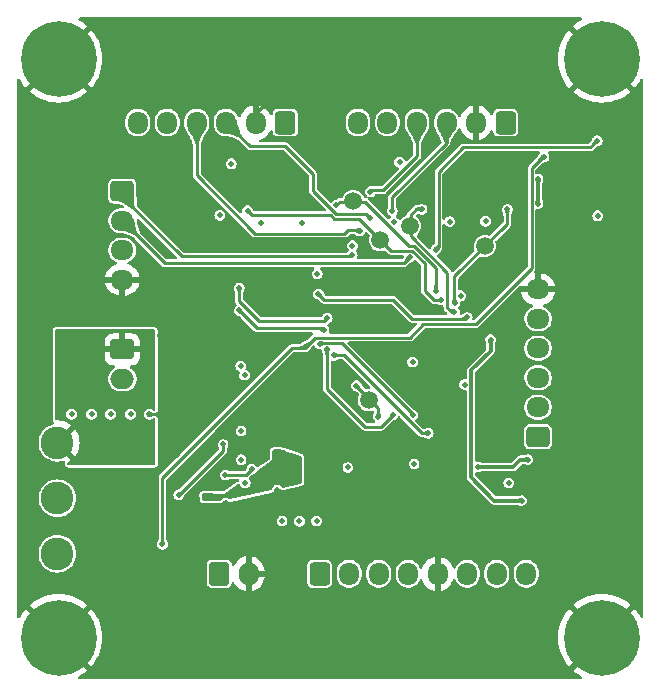
<source format=gbr>
%TF.GenerationSoftware,KiCad,Pcbnew,8.0.5*%
%TF.CreationDate,2024-10-22T23:27:25+02:00*%
%TF.ProjectId,TagBot,54616742-6f74-42e6-9b69-6361645f7063,rev?*%
%TF.SameCoordinates,Original*%
%TF.FileFunction,Copper,L4,Bot*%
%TF.FilePolarity,Positive*%
%FSLAX46Y46*%
G04 Gerber Fmt 4.6, Leading zero omitted, Abs format (unit mm)*
G04 Created by KiCad (PCBNEW 8.0.5) date 2024-10-22 23:27:25*
%MOMM*%
%LPD*%
G01*
G04 APERTURE LIST*
G04 Aperture macros list*
%AMRoundRect*
0 Rectangle with rounded corners*
0 $1 Rounding radius*
0 $2 $3 $4 $5 $6 $7 $8 $9 X,Y pos of 4 corners*
0 Add a 4 corners polygon primitive as box body*
4,1,4,$2,$3,$4,$5,$6,$7,$8,$9,$2,$3,0*
0 Add four circle primitives for the rounded corners*
1,1,$1+$1,$2,$3*
1,1,$1+$1,$4,$5*
1,1,$1+$1,$6,$7*
1,1,$1+$1,$8,$9*
0 Add four rect primitives between the rounded corners*
20,1,$1+$1,$2,$3,$4,$5,0*
20,1,$1+$1,$4,$5,$6,$7,0*
20,1,$1+$1,$6,$7,$8,$9,0*
20,1,$1+$1,$8,$9,$2,$3,0*%
G04 Aperture macros list end*
%TA.AperFunction,ComponentPad*%
%ADD10C,2.775000*%
%TD*%
%TA.AperFunction,ComponentPad*%
%ADD11RoundRect,0.250000X-0.600000X-0.750000X0.600000X-0.750000X0.600000X0.750000X-0.600000X0.750000X0*%
%TD*%
%TA.AperFunction,ComponentPad*%
%ADD12O,1.700000X2.000000*%
%TD*%
%TA.AperFunction,ComponentPad*%
%ADD13C,0.800000*%
%TD*%
%TA.AperFunction,ComponentPad*%
%ADD14C,6.400000*%
%TD*%
%TA.AperFunction,SMDPad,CuDef*%
%ADD15C,1.500000*%
%TD*%
%TA.AperFunction,ComponentPad*%
%ADD16RoundRect,0.250000X0.600000X0.725000X-0.600000X0.725000X-0.600000X-0.725000X0.600000X-0.725000X0*%
%TD*%
%TA.AperFunction,ComponentPad*%
%ADD17O,1.700000X1.950000*%
%TD*%
%TA.AperFunction,ComponentPad*%
%ADD18RoundRect,0.250000X-0.750000X0.600000X-0.750000X-0.600000X0.750000X-0.600000X0.750000X0.600000X0*%
%TD*%
%TA.AperFunction,ComponentPad*%
%ADD19O,2.000000X1.700000*%
%TD*%
%TA.AperFunction,ComponentPad*%
%ADD20RoundRect,0.250000X0.725000X-0.600000X0.725000X0.600000X-0.725000X0.600000X-0.725000X-0.600000X0*%
%TD*%
%TA.AperFunction,ComponentPad*%
%ADD21O,1.950000X1.700000*%
%TD*%
%TA.AperFunction,ComponentPad*%
%ADD22RoundRect,0.250000X-0.725000X0.600000X-0.725000X-0.600000X0.725000X-0.600000X0.725000X0.600000X0*%
%TD*%
%TA.AperFunction,ComponentPad*%
%ADD23RoundRect,0.250000X-0.600000X-0.725000X0.600000X-0.725000X0.600000X0.725000X-0.600000X0.725000X0*%
%TD*%
%TA.AperFunction,ViaPad*%
%ADD24C,0.500000*%
%TD*%
%TA.AperFunction,Conductor*%
%ADD25C,0.300000*%
%TD*%
%TA.AperFunction,Conductor*%
%ADD26C,0.250000*%
%TD*%
G04 APERTURE END LIST*
D10*
%TO.P,charg,1,B*%
%TO.N,Net-(J101-Pin_1)*%
X39900000Y-81900000D03*
%TO.P,charg,2,C*%
%TO.N,/Valim*%
X39900000Y-77200000D03*
%TO.P,charg,3,A*%
%TO.N,/Vbatterie*%
X39900000Y-72500000D03*
%TD*%
D11*
%TO.P,Charg,1,Pin_1*%
%TO.N,Net-(J101-Pin_1)*%
X53600000Y-83600000D03*
D12*
%TO.P,Charg,2,Pin_2*%
%TO.N,GND*%
X56100000Y-83600000D03*
%TD*%
D13*
%TO.P,H103,1,1*%
%TO.N,GND*%
X37600000Y-89000000D03*
X38302944Y-87302944D03*
X38302944Y-90697056D03*
X40000000Y-86600000D03*
D14*
X40000000Y-89000000D03*
D13*
X40000000Y-91400000D03*
X41697056Y-87302944D03*
X41697056Y-90697056D03*
X42400000Y-89000000D03*
%TD*%
D15*
%TO.P,RIGHT_REV,1,1*%
%TO.N,/RIGHT_REV*%
X76100000Y-55850000D03*
%TD*%
D16*
%TO.P,J1001,1,Pin_1*%
%TO.N,/RIGHT_OUT2*%
X77850000Y-45400000D03*
D17*
%TO.P,J1001,2,Pin_2*%
%TO.N,GND*%
X75350000Y-45400000D03*
%TO.P,J1001,3,Pin_3*%
%TO.N,/Encoder_Right_A*%
X72850000Y-45400000D03*
%TO.P,J1001,4,Pin_4*%
%TO.N,/Encoder_Right_B*%
X70350000Y-45400000D03*
%TO.P,J1001,5,Pin_5*%
%TO.N,+3.3V*%
X67850000Y-45400000D03*
%TO.P,J1001,6,Pin_6*%
%TO.N,/RIGHT_OUT1*%
X65350000Y-45400000D03*
%TD*%
D13*
%TO.P,H101,1,1*%
%TO.N,GND*%
X37600000Y-40000000D03*
X38302944Y-38302944D03*
X38302944Y-41697056D03*
X40000000Y-37600000D03*
D14*
X40000000Y-40000000D03*
D13*
X40000000Y-42400000D03*
X41697056Y-38302944D03*
X41697056Y-41697056D03*
X42400000Y-40000000D03*
%TD*%
D18*
%TO.P,Batt,1,+*%
%TO.N,/Vbatterie*%
X45400000Y-64600000D03*
D19*
%TO.P,Batt,2,-*%
%TO.N,GND*%
X45400000Y-67100000D03*
%TD*%
D15*
%TO.P,RIGHT_FWD,1,1*%
%TO.N,/RIGHT_FWD*%
X69750000Y-54150000D03*
%TD*%
%TO.P,TPLEFT_FWD,1,1*%
%TO.N,/LEFT_FWD*%
X67250000Y-55350000D03*
%TD*%
D16*
%TO.P,J1002,1,Pin_1*%
%TO.N,/LEFT_OUT2*%
X59200000Y-45400000D03*
D17*
%TO.P,J1002,2,Pin_2*%
%TO.N,GND*%
X56700000Y-45400000D03*
%TO.P,J1002,3,Pin_3*%
%TO.N,/Encoder_Left_A*%
X54200000Y-45400000D03*
%TO.P,J1002,4,Pin_4*%
%TO.N,/Encoder_Left_B*%
X51700000Y-45400000D03*
%TO.P,J1002,5,Pin_5*%
%TO.N,+3.3V*%
X49200000Y-45400000D03*
%TO.P,J1002,6,Pin_6*%
%TO.N,/LEFT_OUT1*%
X46700000Y-45400000D03*
%TD*%
D20*
%TO.P,LIDAR,1,Pin_1*%
%TO.N,Net-(J801-Pin_1)*%
X80600000Y-72000000D03*
D21*
%TO.P,LIDAR,2,Pin_2*%
%TO.N,Net-(J801-Pin_2)*%
X80600000Y-69500000D03*
%TO.P,LIDAR,3,Pin_3*%
%TO.N,Net-(J801-Pin_3)*%
X80600000Y-67000000D03*
%TO.P,LIDAR,4,Pin_4*%
%TO.N,Net-(J801-Pin_4)*%
X80600000Y-64500000D03*
%TO.P,LIDAR,5,Pin_5*%
%TO.N,+5V*%
X80600000Y-62000000D03*
%TO.P,LIDAR,6,Pin_6*%
%TO.N,GND*%
X80600000Y-59500000D03*
%TD*%
D15*
%TO.P,LEFT_REV,1,1*%
%TO.N,/LEFT_REV*%
X64950000Y-52075000D03*
%TD*%
D22*
%TO.P,J1101,1,Pin_1*%
%TO.N,/OLED_SDA*%
X45400000Y-51200000D03*
D21*
%TO.P,J1101,2,Pin_2*%
%TO.N,/OLED_SCL*%
X45400000Y-53700000D03*
%TO.P,J1101,3,Pin_3*%
%TO.N,+3.3V*%
X45400000Y-56200000D03*
%TO.P,J1101,4,Pin_4*%
%TO.N,GND*%
X45400000Y-58700000D03*
%TD*%
D13*
%TO.P,H104,1,1*%
%TO.N,GND*%
X83600000Y-89000000D03*
X84302944Y-87302944D03*
X84302944Y-90697056D03*
X86000000Y-86600000D03*
D14*
X86000000Y-89000000D03*
D13*
X86000000Y-91400000D03*
X87697056Y-87302944D03*
X87697056Y-90697056D03*
X88400000Y-89000000D03*
%TD*%
%TO.P,H102,1,1*%
%TO.N,GND*%
X83600000Y-40000000D03*
X84302944Y-38302944D03*
X84302944Y-41697056D03*
X86000000Y-37600000D03*
D14*
X86000000Y-40000000D03*
D13*
X86000000Y-42400000D03*
X87697056Y-38302944D03*
X87697056Y-41697056D03*
X88400000Y-40000000D03*
%TD*%
D23*
%TO.P,J901,1,Pin_1*%
%TO.N,unconnected-(J901-Pin_1-Pad1)*%
X62100000Y-83600000D03*
D17*
%TO.P,J901,2,Pin_2*%
%TO.N,Net-(J901-Pin_2)*%
X64600000Y-83600000D03*
%TO.P,J901,3,Pin_3*%
%TO.N,Net-(J901-Pin_3)*%
X67100000Y-83600000D03*
%TO.P,J901,4,Pin_4*%
%TO.N,Net-(J901-Pin_4)*%
X69600000Y-83600000D03*
%TO.P,J901,5,Pin_5*%
%TO.N,GND*%
X72100000Y-83600000D03*
%TO.P,J901,6,Pin_6*%
%TO.N,/LIDAR_Input*%
X74600000Y-83600000D03*
%TO.P,J901,7,Pin_7*%
%TO.N,/LIDAR_Output*%
X77100000Y-83600000D03*
%TO.P,J901,8,Pin_8*%
%TO.N,+5V*%
X79600000Y-83600000D03*
%TD*%
D15*
%TO.P,MISO,1,1*%
%TO.N,/SDO-MISO*%
X66275000Y-68900000D03*
%TD*%
D24*
%TO.N,GND*%
X54250000Y-58250000D03*
X68800000Y-81400000D03*
X75850000Y-73150000D03*
X52625000Y-79950000D03*
X59350000Y-72175000D03*
X69000000Y-77750000D03*
X58450000Y-51007500D03*
X71500000Y-44250000D03*
X59550000Y-49507500D03*
X73200000Y-50850000D03*
X78750000Y-81750000D03*
X48900000Y-68500000D03*
X71250000Y-73250000D03*
X56300000Y-58700000D03*
X78100000Y-69900000D03*
X57450000Y-43950000D03*
X56350000Y-64850000D03*
X61250000Y-68750000D03*
X53525000Y-79825000D03*
X59500000Y-71000000D03*
X66800000Y-75500000D03*
X88700000Y-85800000D03*
X47600000Y-91500000D03*
X53000000Y-44000000D03*
X42800000Y-70100000D03*
X74300000Y-49450000D03*
X63950000Y-66050000D03*
X67450000Y-61180000D03*
X54025000Y-79550000D03*
X54350000Y-75900000D03*
X74575000Y-79350000D03*
X61250000Y-71000000D03*
X85200000Y-50700000D03*
X48875000Y-72400000D03*
X66900000Y-74250000D03*
X47750000Y-44000000D03*
X62200000Y-55800000D03*
X40000000Y-45750000D03*
X62750000Y-68750000D03*
X61000000Y-72700000D03*
X74200000Y-74400000D03*
X58500000Y-77750000D03*
X41100000Y-70100000D03*
X78140000Y-48940000D03*
X66000000Y-59800000D03*
X48900000Y-66400000D03*
X46100000Y-70100000D03*
X63750000Y-67250000D03*
X40100000Y-84600000D03*
X48950000Y-49300000D03*
X63750000Y-77000000D03*
X60550000Y-49507500D03*
X66000000Y-62600000D03*
X61050000Y-58175000D03*
X60650000Y-51007500D03*
X72950000Y-78500000D03*
X59550000Y-52307500D03*
X75200000Y-49450000D03*
X80750000Y-56250000D03*
X58500000Y-76500000D03*
X46700000Y-91500000D03*
X52678768Y-51571232D03*
X68900000Y-59800000D03*
X62250000Y-40750000D03*
X58250000Y-80500000D03*
X50300000Y-50550000D03*
X62250000Y-37500000D03*
X37900000Y-84500000D03*
X59175000Y-55875000D03*
X53350000Y-63000000D03*
X66975000Y-48750000D03*
X57450000Y-56100000D03*
X49725000Y-79950000D03*
X56700000Y-63500000D03*
X43250000Y-47750000D03*
X47700000Y-70100000D03*
X66500000Y-44250000D03*
X43200000Y-43700000D03*
X75950000Y-60500000D03*
X43250000Y-91500000D03*
X54150000Y-77600000D03*
X52700000Y-50050000D03*
X75400000Y-50850000D03*
X51000000Y-69750000D03*
X67450000Y-50200000D03*
X68800000Y-62600000D03*
X78950000Y-75250000D03*
X79000000Y-79250000D03*
X85200000Y-52000000D03*
X69300000Y-74400000D03*
X48600000Y-61300000D03*
X76400000Y-43650000D03*
X47450001Y-81750000D03*
X85300000Y-48200000D03*
X48500000Y-55750000D03*
X65675000Y-56175000D03*
X56625000Y-59875000D03*
X42200000Y-85600000D03*
X64500000Y-72075000D03*
X68125000Y-74075000D03*
X73550000Y-67225000D03*
X79150000Y-68050000D03*
X59700000Y-66950000D03*
X53950000Y-78400000D03*
X86500000Y-75500000D03*
X73300000Y-52250000D03*
X75200000Y-52250000D03*
X63925000Y-49050000D03*
X37200000Y-43550000D03*
X83250000Y-85750000D03*
X50000000Y-73500000D03*
X61250000Y-67000000D03*
X62675000Y-72250000D03*
X66000000Y-77250000D03*
X48960000Y-54350000D03*
X85525000Y-76200000D03*
X67321232Y-52021232D03*
X54500000Y-74000000D03*
X71100000Y-75200000D03*
X62250000Y-43500000D03*
X53550000Y-60325000D03*
X71000000Y-81750000D03*
X61250000Y-65500000D03*
X51150000Y-52325000D03*
X53250000Y-48500000D03*
X51800000Y-58200000D03*
X81400000Y-80100000D03*
X58550000Y-52307500D03*
X84750000Y-56250000D03*
X58550000Y-49507500D03*
X48600000Y-63400000D03*
X57925000Y-64550000D03*
X60750000Y-77000000D03*
X59500000Y-68750000D03*
X54850000Y-63000000D03*
X53000000Y-65250000D03*
X77350000Y-65350000D03*
X88000000Y-56250000D03*
X56500000Y-55500000D03*
X73300000Y-49450000D03*
X73100000Y-65975000D03*
X44400000Y-70100000D03*
X49475000Y-51675000D03*
X74300000Y-52250000D03*
X70850000Y-67275000D03*
X48600000Y-59325000D03*
X60550000Y-52307500D03*
X74500000Y-59346036D03*
X54350000Y-71275000D03*
X37250000Y-47750000D03*
X66000000Y-81500000D03*
%TO.N,+3.3V*%
X78125000Y-75900000D03*
X55750000Y-66775000D03*
X61900000Y-58200000D03*
X74046973Y-60056259D03*
X64887306Y-55812694D03*
X74377818Y-67575000D03*
X69975000Y-65675000D03*
X85650000Y-53280000D03*
X55425000Y-66000000D03*
X70100000Y-74300000D03*
X64500000Y-74600000D03*
%TO.N,/BTN_CAT_MOUSE*%
X74600000Y-61900000D03*
X76575000Y-63775000D03*
X62000000Y-59900000D03*
X79200000Y-77400000D03*
%TO.N,/Valim*%
X60600000Y-53900000D03*
X68875000Y-48750000D03*
X76150000Y-53750000D03*
X57125000Y-53900000D03*
X68396232Y-53803768D03*
X53650000Y-53250000D03*
X54625000Y-48875000D03*
X73125000Y-53775000D03*
%TO.N,Net-(U401-SW)*%
X60250000Y-73925000D03*
X53050003Y-77075000D03*
X59075000Y-73375000D03*
X59075000Y-73925000D03*
X59650000Y-73925000D03*
X52400000Y-77075000D03*
X53700006Y-77075000D03*
%TO.N,+5V*%
X55450000Y-71500000D03*
X60400000Y-79150000D03*
X55800000Y-75900000D03*
X55450000Y-73950000D03*
X58925000Y-79125000D03*
X61850000Y-79125000D03*
%TO.N,/USR_LED_1*%
X62750000Y-61955000D03*
X55300000Y-59400000D03*
%TO.N,/USR_LED_2*%
X55300000Y-61300000D03*
X62473731Y-62973731D03*
%TO.N,/SDO-MISO*%
X67075000Y-70300000D03*
X65225000Y-67675000D03*
%TO.N,/Interrupt2*%
X68300000Y-70150000D03*
X62728736Y-64600000D03*
%TO.N,/CS-NSS*%
X71300000Y-71700000D03*
X63300000Y-65100000D03*
%TO.N,/Interrupt1*%
X69987500Y-70162500D03*
X62125000Y-64125000D03*
%TO.N,/STLINK_TX*%
X71950000Y-56150000D03*
X85600000Y-46930000D03*
%TO.N,/STLINK_RX*%
X80596232Y-50200000D03*
X80600000Y-52250000D03*
%TO.N,/Encoder_Left_A*%
X66400000Y-53500000D03*
%TO.N,/Encoder_Left_B*%
X65500000Y-54575000D03*
%TO.N,/Encoder_Right_A*%
X68250000Y-52850000D03*
%TO.N,/Encoder_Right_B*%
X66400000Y-51250000D03*
%TO.N,/OLED_SDA*%
X64871232Y-56628768D03*
%TO.N,/OLED_SCL*%
X69725000Y-56787500D03*
%TO.N,Net-(J801-Pin_1)*%
X79725000Y-73925000D03*
X75477818Y-74550000D03*
%TO.N,Net-(U401-EN{slash}SYNC)*%
X50180288Y-76912662D03*
X53925000Y-72650000D03*
%TO.N,Net-(U401-BST)*%
X54125000Y-75225000D03*
X56350000Y-74750000D03*
%TO.N,/LEFT_FWD*%
X72400000Y-60405000D03*
X56000000Y-52850000D03*
%TO.N,/LEFT_REV*%
X71935000Y-59615000D03*
X63500000Y-52400000D03*
%TO.N,/RIGHT_REV*%
X78000000Y-52750000D03*
X73550000Y-60700000D03*
%TO.N,/RIGHT_FWD*%
X73510362Y-61454378D03*
X70775000Y-52750000D03*
%TO.N,/NRST*%
X48800000Y-81100000D03*
X60937500Y-64362500D03*
X81108591Y-48308591D03*
%TD*%
D25*
%TO.N,GND*%
X56700000Y-45400000D02*
X56700000Y-44700000D01*
X56700000Y-44700000D02*
X57450000Y-43950000D01*
D26*
%TO.N,/BTN_CAT_MOUSE*%
X74500000Y-62000000D02*
X74600000Y-61900000D01*
X69950000Y-62000000D02*
X74500000Y-62000000D01*
D25*
X76575000Y-64725000D02*
X74927818Y-66372182D01*
X76900000Y-77400000D02*
X79200000Y-77400000D01*
X74927818Y-66372182D02*
X74927818Y-75427818D01*
D26*
X62000000Y-59900000D02*
X62500000Y-60400000D01*
X62500000Y-60400000D02*
X68350000Y-60400000D01*
X68350000Y-60400000D02*
X69950000Y-62000000D01*
D25*
X74927818Y-75427818D02*
X76900000Y-77400000D01*
X76575000Y-63775000D02*
X76575000Y-64725000D01*
D26*
%TO.N,/USR_LED_1*%
X62750000Y-61955000D02*
X62505000Y-62200000D01*
X56975000Y-62200000D02*
X55300000Y-60525000D01*
X62505000Y-62200000D02*
X56975000Y-62200000D01*
X55300000Y-60525000D02*
X55300000Y-59400000D01*
%TO.N,/USR_LED_2*%
X62473731Y-62973731D02*
X62325000Y-62825000D01*
X62325000Y-62825000D02*
X56825000Y-62825000D01*
X56825000Y-62825000D02*
X55300000Y-61300000D01*
%TO.N,/SDO-MISO*%
X65225000Y-67675000D02*
X67075000Y-69525000D01*
X67075000Y-69525000D02*
X67075000Y-70300000D01*
%TO.N,/Interrupt2*%
X65950000Y-71150000D02*
X62728736Y-67928736D01*
X68300000Y-70150000D02*
X67300000Y-71150000D01*
X67300000Y-71150000D02*
X65950000Y-71150000D01*
X62728736Y-67928736D02*
X62728736Y-64600000D01*
%TO.N,/CS-NSS*%
X71300000Y-71700000D02*
X70777818Y-71700000D01*
X64177818Y-65100000D02*
X63300000Y-65100000D01*
X70777818Y-71700000D02*
X64177818Y-65100000D01*
%TO.N,/Interrupt1*%
X69987500Y-70162500D02*
X69987500Y-70087500D01*
X62175000Y-64075000D02*
X62125000Y-64125000D01*
X63975000Y-64075000D02*
X62175000Y-64075000D01*
X69987500Y-70087500D02*
X63975000Y-64075000D01*
%TO.N,/STLINK_TX*%
X85030000Y-47500000D02*
X85600000Y-46930000D01*
X72175000Y-55925000D02*
X72175000Y-49575000D01*
X71950000Y-56150000D02*
X72175000Y-55925000D01*
X72175000Y-49575000D02*
X74250000Y-47500000D01*
X74250000Y-47500000D02*
X85030000Y-47500000D01*
D25*
%TO.N,/STLINK_RX*%
X80600000Y-52250000D02*
X80596232Y-52246232D01*
X80596232Y-52246232D02*
X80596232Y-50200000D01*
D26*
%TO.N,/Encoder_Left_A*%
X61532500Y-51182500D02*
X61532500Y-49732500D01*
X63475000Y-53125000D02*
X61532500Y-51182500D01*
X61532500Y-49732500D02*
X59200000Y-47400000D01*
X66400000Y-53500000D02*
X66025000Y-53125000D01*
X66025000Y-53125000D02*
X63475000Y-53125000D01*
X56200000Y-47400000D02*
X54200000Y-45400000D01*
X59200000Y-47400000D02*
X56200000Y-47400000D01*
%TO.N,/Encoder_Left_B*%
X64378768Y-54628768D02*
X64378768Y-54628769D01*
X64207537Y-54800000D02*
X56650000Y-54800000D01*
X64482537Y-54525000D02*
X64378769Y-54628768D01*
X51700000Y-49850000D02*
X51700000Y-45400000D01*
X64378768Y-54628769D02*
X64207537Y-54800000D01*
X65500000Y-54575000D02*
X65450000Y-54525000D01*
X64378769Y-54628768D02*
X64378768Y-54628768D01*
X56650000Y-54800000D02*
X51700000Y-49850000D01*
X65450000Y-54525000D02*
X64482537Y-54525000D01*
%TO.N,/Encoder_Right_A*%
X68250000Y-52850000D02*
X68250000Y-51700000D01*
X68250000Y-51700000D02*
X72850000Y-47100000D01*
X72850000Y-47100000D02*
X72850000Y-45400000D01*
%TO.N,/Encoder_Right_B*%
X70350000Y-48250000D02*
X70350000Y-45400000D01*
X66400000Y-51250000D02*
X66550000Y-51100000D01*
X66550000Y-51100000D02*
X67500000Y-51100000D01*
X67500000Y-51100000D02*
X70350000Y-48250000D01*
%TO.N,/OLED_SDA*%
X64775000Y-56725000D02*
X50425000Y-56725000D01*
X64871232Y-56628768D02*
X64775000Y-56725000D01*
X50425000Y-56725000D02*
X45450000Y-51750000D01*
X45450000Y-51750000D02*
X45450000Y-51250000D01*
%TO.N,/OLED_SCL*%
X49000000Y-57300000D02*
X45450000Y-53750000D01*
X69212500Y-57300000D02*
X63800000Y-57300000D01*
X63800000Y-57300000D02*
X49000000Y-57300000D01*
X69725000Y-56787500D02*
X69212500Y-57300000D01*
D25*
%TO.N,Net-(J801-Pin_1)*%
X78475000Y-74550000D02*
X75477818Y-74550000D01*
X79100000Y-73925000D02*
X78475000Y-74550000D01*
X79725000Y-73925000D02*
X79100000Y-73925000D01*
D26*
%TO.N,Net-(U401-EN{slash}SYNC)*%
X53925000Y-73167950D02*
X50180288Y-76912662D01*
X53925000Y-72650000D02*
X53925000Y-73167950D01*
%TO.N,Net-(U401-BST)*%
X54125000Y-75225000D02*
X55875000Y-75225000D01*
X55875000Y-75225000D02*
X56350000Y-74750000D01*
%TO.N,/LEFT_FWD*%
X63034314Y-53250000D02*
X56400000Y-53250000D01*
X72400000Y-60405000D02*
X71755000Y-60405000D01*
X71000000Y-57320037D02*
X69942463Y-56262500D01*
X63309314Y-53525000D02*
X63034314Y-53250000D01*
X56400000Y-53250000D02*
X56000000Y-52850000D01*
X69942463Y-56262500D02*
X68170037Y-56262500D01*
X71755000Y-60405000D02*
X71000000Y-59650000D01*
X71000000Y-59650000D02*
X71000000Y-57320037D01*
X68170037Y-56262500D02*
X65432537Y-53525000D01*
X65432537Y-53525000D02*
X63309314Y-53525000D01*
%TO.N,/LEFT_REV*%
X65950000Y-52100000D02*
X63800000Y-52100000D01*
X69712500Y-55862500D02*
X65950000Y-52100000D01*
X70108149Y-55862500D02*
X69712500Y-55862500D01*
X63800000Y-52100000D02*
X63500000Y-52400000D01*
X71935000Y-59615000D02*
X71935000Y-57689351D01*
X71935000Y-57689351D02*
X70108149Y-55862500D01*
%TO.N,/RIGHT_REV*%
X73521973Y-58428027D02*
X78000000Y-53950000D01*
X73550000Y-60700000D02*
X73521973Y-60671973D01*
X78000000Y-53950000D02*
X78000000Y-52750000D01*
X73521973Y-60671973D02*
X73521973Y-58428027D01*
%TO.N,/RIGHT_FWD*%
X72925000Y-58113665D02*
X72925000Y-61054808D01*
X69800000Y-53250000D02*
X69800000Y-54988665D01*
X72925000Y-61054808D02*
X73201251Y-61331059D01*
X70775000Y-52750000D02*
X70300000Y-52750000D01*
X69800000Y-54988665D02*
X72925000Y-58113665D01*
X73201251Y-61331059D02*
X73387043Y-61331059D01*
X70300000Y-52750000D02*
X69800000Y-53250000D01*
X73387043Y-61331059D02*
X73510362Y-61454378D01*
%TO.N,/NRST*%
X60937500Y-64362500D02*
X60825000Y-64475000D01*
X48800000Y-75450000D02*
X48800000Y-81100000D01*
X60937500Y-64362500D02*
X61700000Y-63600000D01*
X80050000Y-57750000D02*
X80050000Y-49250000D01*
X61700000Y-63600000D02*
X69725000Y-63600000D01*
X60825000Y-64475000D02*
X59775000Y-64475000D01*
X80991409Y-48308591D02*
X81108591Y-48308591D01*
X69725000Y-63600000D02*
X70850000Y-62475000D01*
X70850000Y-62475000D02*
X75325000Y-62475000D01*
X59775000Y-64475000D02*
X48800000Y-75450000D01*
X80050000Y-49250000D02*
X80991409Y-48308591D01*
X75325000Y-62475000D02*
X80050000Y-57750000D01*
%TD*%
%TA.AperFunction,Conductor*%
%TO.N,Net-(U401-SW)*%
G36*
X58843857Y-73081196D02*
G01*
X60489707Y-73621975D01*
X60547252Y-73661603D01*
X60574238Y-73726051D01*
X60575000Y-73739779D01*
X60575000Y-75850448D01*
X60555315Y-75917487D01*
X60502511Y-75963242D01*
X60477801Y-75971517D01*
X59006382Y-76297250D01*
X58936673Y-76292521D01*
X58885867Y-76257383D01*
X58882882Y-76253938D01*
X58882882Y-76253937D01*
X58798049Y-76156033D01*
X58689069Y-76085996D01*
X58689065Y-76085994D01*
X58689064Y-76085994D01*
X58564774Y-76049500D01*
X58564772Y-76049500D01*
X58435228Y-76049500D01*
X58435226Y-76049500D01*
X58310935Y-76085994D01*
X58310932Y-76085995D01*
X58310931Y-76085996D01*
X58259677Y-76118934D01*
X58201950Y-76156033D01*
X58117118Y-76253937D01*
X58117117Y-76253938D01*
X58063303Y-76371774D01*
X58055570Y-76425554D01*
X58026544Y-76489109D01*
X57967765Y-76526883D01*
X57959633Y-76528974D01*
X54555178Y-77282631D01*
X54485469Y-77277902D01*
X54455802Y-77260373D01*
X54455510Y-77260828D01*
X54432535Y-77246063D01*
X54339069Y-77185996D01*
X54339065Y-77185994D01*
X54339064Y-77185994D01*
X54214774Y-77149500D01*
X54214772Y-77149500D01*
X54085228Y-77149500D01*
X54085226Y-77149500D01*
X53960935Y-77185994D01*
X53960932Y-77185995D01*
X53960931Y-77185996D01*
X53914275Y-77215980D01*
X53851950Y-77256033D01*
X53764289Y-77357202D01*
X53705511Y-77394977D01*
X53670575Y-77400000D01*
X52268941Y-77400000D01*
X52201902Y-77380315D01*
X52156147Y-77327511D01*
X52145048Y-77281162D01*
X52144912Y-77277902D01*
X52130453Y-76930873D01*
X52147330Y-76863073D01*
X52198184Y-76815160D01*
X52255975Y-76801723D01*
X53966031Y-76824224D01*
X54024999Y-76825000D01*
X54024999Y-76824999D01*
X54025000Y-76825000D01*
X55196016Y-76013191D01*
X55262321Y-75991176D01*
X55330008Y-76008504D01*
X55377582Y-76059675D01*
X55379452Y-76063588D01*
X55417118Y-76146063D01*
X55501951Y-76243967D01*
X55610931Y-76314004D01*
X55735225Y-76350499D01*
X55735227Y-76350500D01*
X55735228Y-76350500D01*
X55864773Y-76350500D01*
X55864773Y-76350499D01*
X55989069Y-76314004D01*
X56098049Y-76243967D01*
X56182882Y-76146063D01*
X56236697Y-76028226D01*
X56255133Y-75900000D01*
X56236697Y-75771774D01*
X56182882Y-75653937D01*
X56130125Y-75593051D01*
X56101101Y-75529495D01*
X56111045Y-75460336D01*
X56136155Y-75424171D01*
X56323509Y-75236817D01*
X56384830Y-75203334D01*
X56411188Y-75200500D01*
X56414773Y-75200500D01*
X56414773Y-75200499D01*
X56539069Y-75164004D01*
X56648049Y-75093967D01*
X56732882Y-74996063D01*
X56751012Y-74956362D01*
X56793155Y-74905971D01*
X58100000Y-74000000D01*
X58100000Y-73199000D01*
X58119685Y-73131961D01*
X58172489Y-73086206D01*
X58224000Y-73075000D01*
X58805150Y-73075000D01*
X58843857Y-73081196D01*
G37*
%TD.AperFunction*%
%TD*%
%TA.AperFunction,Conductor*%
%TO.N,/Vbatterie*%
G36*
X48143039Y-62919685D02*
G01*
X48188794Y-62972489D01*
X48200000Y-63024000D01*
X48200000Y-63164444D01*
X48188794Y-63215956D01*
X48163303Y-63271770D01*
X48163302Y-63271774D01*
X48144867Y-63400000D01*
X48163302Y-63528222D01*
X48163303Y-63528227D01*
X48188794Y-63584042D01*
X48200000Y-63635554D01*
X48200000Y-69659502D01*
X48180315Y-69726541D01*
X48127511Y-69772296D01*
X48058353Y-69782240D01*
X48006860Y-69758725D01*
X48005510Y-69760828D01*
X47998049Y-69756033D01*
X47889069Y-69685996D01*
X47889065Y-69685994D01*
X47889064Y-69685994D01*
X47764774Y-69649500D01*
X47764772Y-69649500D01*
X47635228Y-69649500D01*
X47635226Y-69649500D01*
X47510935Y-69685994D01*
X47510932Y-69685995D01*
X47510931Y-69685996D01*
X47459677Y-69718934D01*
X47401950Y-69756033D01*
X47317118Y-69853937D01*
X47317117Y-69853938D01*
X47263302Y-69971774D01*
X47244867Y-70100000D01*
X47263302Y-70228225D01*
X47317117Y-70346061D01*
X47317118Y-70346063D01*
X47401951Y-70443967D01*
X47510931Y-70514004D01*
X47627473Y-70548223D01*
X47635225Y-70550499D01*
X47635227Y-70550500D01*
X47635228Y-70550500D01*
X47764773Y-70550500D01*
X47764773Y-70550499D01*
X47889069Y-70514004D01*
X47998049Y-70443967D01*
X47998049Y-70443966D01*
X48005510Y-70439172D01*
X48006862Y-70441276D01*
X48058339Y-70417761D01*
X48127499Y-70427697D01*
X48180308Y-70473446D01*
X48200000Y-70540483D01*
X48200000Y-74276000D01*
X48180315Y-74343039D01*
X48127511Y-74388794D01*
X48076000Y-74400000D01*
X40844691Y-74400000D01*
X40777652Y-74380315D01*
X40731897Y-74327511D01*
X40721953Y-74258353D01*
X40750978Y-74194797D01*
X40785264Y-74167168D01*
X40923060Y-74091925D01*
X40923061Y-74091924D01*
X41046195Y-73999747D01*
X40354949Y-73308501D01*
X40489653Y-73218495D01*
X40618495Y-73089653D01*
X40708501Y-72954948D01*
X41399747Y-73646195D01*
X41491924Y-73523061D01*
X41491925Y-73523060D01*
X41621313Y-73286104D01*
X41621315Y-73286100D01*
X41715670Y-73033123D01*
X41773059Y-72769310D01*
X41792321Y-72500001D01*
X41792321Y-72499998D01*
X41773059Y-72230689D01*
X41715670Y-71966876D01*
X41621315Y-71713899D01*
X41621313Y-71713895D01*
X41491925Y-71476939D01*
X41491920Y-71476931D01*
X41399748Y-71353804D01*
X41399747Y-71353803D01*
X40708501Y-72045050D01*
X40618495Y-71910347D01*
X40489653Y-71781505D01*
X40354948Y-71691497D01*
X41046195Y-71000250D01*
X40923068Y-70908079D01*
X40923060Y-70908074D01*
X40686104Y-70778686D01*
X40686100Y-70778684D01*
X40433123Y-70684329D01*
X40169310Y-70626940D01*
X39900001Y-70607679D01*
X39899997Y-70607679D01*
X39832845Y-70612481D01*
X39764572Y-70597628D01*
X39715167Y-70548223D01*
X39700000Y-70488797D01*
X39700000Y-70100000D01*
X40644867Y-70100000D01*
X40663302Y-70228225D01*
X40717117Y-70346061D01*
X40717118Y-70346063D01*
X40801951Y-70443967D01*
X40910931Y-70514004D01*
X41027473Y-70548223D01*
X41035225Y-70550499D01*
X41035227Y-70550500D01*
X41035228Y-70550500D01*
X41164773Y-70550500D01*
X41164773Y-70550499D01*
X41289069Y-70514004D01*
X41398049Y-70443967D01*
X41482882Y-70346063D01*
X41536697Y-70228226D01*
X41555133Y-70100000D01*
X42344867Y-70100000D01*
X42363302Y-70228225D01*
X42417117Y-70346061D01*
X42417118Y-70346063D01*
X42501951Y-70443967D01*
X42610931Y-70514004D01*
X42727473Y-70548223D01*
X42735225Y-70550499D01*
X42735227Y-70550500D01*
X42735228Y-70550500D01*
X42864773Y-70550500D01*
X42864773Y-70550499D01*
X42989069Y-70514004D01*
X43098049Y-70443967D01*
X43182882Y-70346063D01*
X43236697Y-70228226D01*
X43255133Y-70100000D01*
X43944867Y-70100000D01*
X43963302Y-70228225D01*
X44017117Y-70346061D01*
X44017118Y-70346063D01*
X44101951Y-70443967D01*
X44210931Y-70514004D01*
X44327473Y-70548223D01*
X44335225Y-70550499D01*
X44335227Y-70550500D01*
X44335228Y-70550500D01*
X44464773Y-70550500D01*
X44464773Y-70550499D01*
X44589069Y-70514004D01*
X44698049Y-70443967D01*
X44782882Y-70346063D01*
X44836697Y-70228226D01*
X44855133Y-70100000D01*
X45644867Y-70100000D01*
X45663302Y-70228225D01*
X45717117Y-70346061D01*
X45717118Y-70346063D01*
X45801951Y-70443967D01*
X45910931Y-70514004D01*
X46027473Y-70548223D01*
X46035225Y-70550499D01*
X46035227Y-70550500D01*
X46035228Y-70550500D01*
X46164773Y-70550500D01*
X46164773Y-70550499D01*
X46289069Y-70514004D01*
X46398049Y-70443967D01*
X46482882Y-70346063D01*
X46536697Y-70228226D01*
X46555133Y-70100000D01*
X46536697Y-69971774D01*
X46482882Y-69853937D01*
X46398049Y-69756033D01*
X46289069Y-69685996D01*
X46289065Y-69685994D01*
X46289064Y-69685994D01*
X46164774Y-69649500D01*
X46164772Y-69649500D01*
X46035228Y-69649500D01*
X46035226Y-69649500D01*
X45910935Y-69685994D01*
X45910932Y-69685995D01*
X45910931Y-69685996D01*
X45859677Y-69718934D01*
X45801950Y-69756033D01*
X45717118Y-69853937D01*
X45717117Y-69853938D01*
X45663302Y-69971774D01*
X45644867Y-70100000D01*
X44855133Y-70100000D01*
X44836697Y-69971774D01*
X44782882Y-69853937D01*
X44698049Y-69756033D01*
X44589069Y-69685996D01*
X44589065Y-69685994D01*
X44589064Y-69685994D01*
X44464774Y-69649500D01*
X44464772Y-69649500D01*
X44335228Y-69649500D01*
X44335226Y-69649500D01*
X44210935Y-69685994D01*
X44210932Y-69685995D01*
X44210931Y-69685996D01*
X44159677Y-69718934D01*
X44101950Y-69756033D01*
X44017118Y-69853937D01*
X44017117Y-69853938D01*
X43963302Y-69971774D01*
X43944867Y-70100000D01*
X43255133Y-70100000D01*
X43236697Y-69971774D01*
X43182882Y-69853937D01*
X43098049Y-69756033D01*
X42989069Y-69685996D01*
X42989065Y-69685994D01*
X42989064Y-69685994D01*
X42864774Y-69649500D01*
X42864772Y-69649500D01*
X42735228Y-69649500D01*
X42735226Y-69649500D01*
X42610935Y-69685994D01*
X42610932Y-69685995D01*
X42610931Y-69685996D01*
X42559677Y-69718934D01*
X42501950Y-69756033D01*
X42417118Y-69853937D01*
X42417117Y-69853938D01*
X42363302Y-69971774D01*
X42344867Y-70100000D01*
X41555133Y-70100000D01*
X41536697Y-69971774D01*
X41482882Y-69853937D01*
X41398049Y-69756033D01*
X41289069Y-69685996D01*
X41289065Y-69685994D01*
X41289064Y-69685994D01*
X41164774Y-69649500D01*
X41164772Y-69649500D01*
X41035228Y-69649500D01*
X41035226Y-69649500D01*
X40910935Y-69685994D01*
X40910932Y-69685995D01*
X40910931Y-69685996D01*
X40859677Y-69718934D01*
X40801950Y-69756033D01*
X40717118Y-69853937D01*
X40717117Y-69853938D01*
X40663302Y-69971774D01*
X40644867Y-70100000D01*
X39700000Y-70100000D01*
X39700000Y-63950013D01*
X43900000Y-63950013D01*
X43900000Y-64350000D01*
X44966988Y-64350000D01*
X44934075Y-64407007D01*
X44900000Y-64534174D01*
X44900000Y-64665826D01*
X44934075Y-64792993D01*
X44966988Y-64850000D01*
X43900001Y-64850000D01*
X43900001Y-65249986D01*
X43910494Y-65352697D01*
X43965641Y-65519119D01*
X43965643Y-65519124D01*
X44057684Y-65668345D01*
X44181654Y-65792315D01*
X44330875Y-65884356D01*
X44330880Y-65884358D01*
X44497302Y-65939505D01*
X44497309Y-65939506D01*
X44600019Y-65949999D01*
X44671471Y-65949999D01*
X44738511Y-65969683D01*
X44784267Y-66022486D01*
X44794211Y-66091644D01*
X44765187Y-66155200D01*
X44740364Y-66177101D01*
X44580345Y-66284022D01*
X44580341Y-66284025D01*
X44434024Y-66430342D01*
X44319058Y-66602403D01*
X44239870Y-66793579D01*
X44239868Y-66793587D01*
X44199500Y-66996530D01*
X44199500Y-67203469D01*
X44239868Y-67406412D01*
X44239870Y-67406420D01*
X44319058Y-67597596D01*
X44434024Y-67769657D01*
X44580342Y-67915975D01*
X44580345Y-67915977D01*
X44752402Y-68030941D01*
X44943580Y-68110130D01*
X45146530Y-68150499D01*
X45146534Y-68150500D01*
X45146535Y-68150500D01*
X45653466Y-68150500D01*
X45653467Y-68150499D01*
X45856420Y-68110130D01*
X46047598Y-68030941D01*
X46219655Y-67915977D01*
X46365977Y-67769655D01*
X46480941Y-67597598D01*
X46560130Y-67406420D01*
X46600500Y-67203465D01*
X46600500Y-66996535D01*
X46560130Y-66793580D01*
X46480941Y-66602402D01*
X46365977Y-66430345D01*
X46365975Y-66430342D01*
X46219657Y-66284024D01*
X46174618Y-66253930D01*
X46059632Y-66177100D01*
X46014829Y-66123490D01*
X46006121Y-66054165D01*
X46036275Y-65991137D01*
X46095718Y-65954417D01*
X46128524Y-65949999D01*
X46199971Y-65949999D01*
X46199987Y-65949998D01*
X46302697Y-65939505D01*
X46469119Y-65884358D01*
X46469124Y-65884356D01*
X46618345Y-65792315D01*
X46742315Y-65668345D01*
X46834356Y-65519124D01*
X46834358Y-65519119D01*
X46889505Y-65352697D01*
X46889506Y-65352690D01*
X46899999Y-65249986D01*
X46900000Y-65249973D01*
X46900000Y-64850000D01*
X45833012Y-64850000D01*
X45865925Y-64792993D01*
X45900000Y-64665826D01*
X45900000Y-64534174D01*
X45865925Y-64407007D01*
X45833012Y-64350000D01*
X46899999Y-64350000D01*
X46899999Y-63950028D01*
X46899998Y-63950013D01*
X46889505Y-63847302D01*
X46834358Y-63680880D01*
X46834356Y-63680875D01*
X46742315Y-63531654D01*
X46618345Y-63407684D01*
X46469124Y-63315643D01*
X46469119Y-63315641D01*
X46302697Y-63260494D01*
X46302690Y-63260493D01*
X46199986Y-63250000D01*
X45650000Y-63250000D01*
X45650000Y-64166988D01*
X45592993Y-64134075D01*
X45465826Y-64100000D01*
X45334174Y-64100000D01*
X45207007Y-64134075D01*
X45150000Y-64166988D01*
X45150000Y-63250000D01*
X44600028Y-63250000D01*
X44600012Y-63250001D01*
X44497302Y-63260494D01*
X44330880Y-63315641D01*
X44330875Y-63315643D01*
X44181654Y-63407684D01*
X44057684Y-63531654D01*
X43965643Y-63680875D01*
X43965641Y-63680880D01*
X43910494Y-63847302D01*
X43910493Y-63847309D01*
X43900000Y-63950013D01*
X39700000Y-63950013D01*
X39700000Y-63024000D01*
X39719685Y-62956961D01*
X39772489Y-62911206D01*
X39824000Y-62900000D01*
X48076000Y-62900000D01*
X48143039Y-62919685D01*
G37*
%TD.AperFunction*%
%TD*%
%TA.AperFunction,Conductor*%
%TO.N,GND*%
G36*
X64058668Y-65445185D02*
G01*
X64079310Y-65461819D01*
X66351238Y-67733747D01*
X66384723Y-67795070D01*
X66379739Y-67864762D01*
X66337867Y-67920695D01*
X66275711Y-67944831D01*
X66088669Y-67963252D01*
X66071487Y-67968465D01*
X66001620Y-67969088D01*
X65947812Y-67937485D01*
X65828906Y-67818579D01*
X65812516Y-67798316D01*
X65806262Y-67788662D01*
X65806261Y-67788661D01*
X65806260Y-67788660D01*
X65806259Y-67788658D01*
X65779207Y-67760828D01*
X65775843Y-67757226D01*
X65755298Y-67734331D01*
X65750625Y-67728807D01*
X65739842Y-67715278D01*
X65734251Y-67707687D01*
X65729681Y-67700959D01*
X65724186Y-67692083D01*
X65721197Y-67686767D01*
X65716966Y-67678529D01*
X65711871Y-67667627D01*
X65709397Y-67661971D01*
X65700471Y-67640094D01*
X65699530Y-67637718D01*
X65686322Y-67603263D01*
X65686297Y-67603198D01*
X65686260Y-67603104D01*
X65686212Y-67602976D01*
X65685992Y-67602405D01*
X65673775Y-67570537D01*
X65672515Y-67567401D01*
X65669122Y-67558588D01*
X65668317Y-67556529D01*
X65668205Y-67556247D01*
X65668205Y-67556246D01*
X65667960Y-67555632D01*
X65651019Y-67513557D01*
X65650945Y-67513375D01*
X65650944Y-67513372D01*
X65641518Y-67499061D01*
X65632285Y-67482373D01*
X65607884Y-67428940D01*
X65607881Y-67428936D01*
X65523049Y-67331033D01*
X65519789Y-67328938D01*
X65414069Y-67260996D01*
X65414065Y-67260994D01*
X65414064Y-67260994D01*
X65289774Y-67224500D01*
X65289772Y-67224500D01*
X65160228Y-67224500D01*
X65160226Y-67224500D01*
X65035935Y-67260994D01*
X65035932Y-67260995D01*
X65035931Y-67260996D01*
X64986143Y-67292993D01*
X64926950Y-67331033D01*
X64842118Y-67428937D01*
X64842117Y-67428938D01*
X64788302Y-67546774D01*
X64769867Y-67675000D01*
X64788302Y-67803225D01*
X64838219Y-67912526D01*
X64842118Y-67921063D01*
X64901885Y-67990039D01*
X64926952Y-68018968D01*
X65035925Y-68089001D01*
X65035929Y-68089003D01*
X65035931Y-68089004D01*
X65035932Y-68089004D01*
X65044000Y-68092689D01*
X65043933Y-68092835D01*
X65057593Y-68099135D01*
X65058094Y-68098175D01*
X65063498Y-68100995D01*
X65105614Y-68117952D01*
X65106246Y-68118205D01*
X65106247Y-68118205D01*
X65106529Y-68118317D01*
X65108540Y-68119104D01*
X65130947Y-68127730D01*
X65152976Y-68136212D01*
X65153041Y-68136237D01*
X65153087Y-68136255D01*
X65153185Y-68136293D01*
X65187656Y-68149508D01*
X65190063Y-68150459D01*
X65211979Y-68159400D01*
X65217622Y-68161868D01*
X65228537Y-68166969D01*
X65236767Y-68171197D01*
X65242083Y-68174186D01*
X65250959Y-68179681D01*
X65257687Y-68184251D01*
X65265278Y-68189842D01*
X65278807Y-68200625D01*
X65284333Y-68205300D01*
X65307227Y-68225845D01*
X65310836Y-68229216D01*
X65357592Y-68274663D01*
X65360322Y-68275408D01*
X65382992Y-68293319D01*
X65408235Y-68318562D01*
X65441720Y-68379885D01*
X65436736Y-68449577D01*
X65429914Y-68464693D01*
X65392604Y-68534498D01*
X65392602Y-68534502D01*
X65338253Y-68713666D01*
X65338252Y-68713668D01*
X65319901Y-68900000D01*
X65338252Y-69086331D01*
X65338253Y-69086333D01*
X65392604Y-69265502D01*
X65480862Y-69430623D01*
X65480863Y-69430624D01*
X65599642Y-69575357D01*
X65744373Y-69694135D01*
X65744376Y-69694137D01*
X65909497Y-69782395D01*
X65909499Y-69782396D01*
X66088666Y-69836746D01*
X66088668Y-69836747D01*
X66105374Y-69838392D01*
X66275000Y-69855099D01*
X66461331Y-69836747D01*
X66554066Y-69808616D01*
X66571558Y-69803310D01*
X66641425Y-69802686D01*
X66700538Y-69839934D01*
X66730129Y-69903228D01*
X66721857Y-69970041D01*
X66714115Y-69988450D01*
X66713072Y-69990859D01*
X66702738Y-70014046D01*
X66700657Y-70018714D01*
X66700582Y-70018860D01*
X66698167Y-70024300D01*
X66698097Y-70024457D01*
X66696806Y-70027352D01*
X66696740Y-70027512D01*
X66678604Y-70068353D01*
X66677388Y-70071153D01*
X66677366Y-70071204D01*
X66677335Y-70071277D01*
X66659547Y-70113039D01*
X66659546Y-70113042D01*
X66657792Y-70121558D01*
X66649139Y-70148043D01*
X66638304Y-70171769D01*
X66638302Y-70171774D01*
X66619867Y-70300000D01*
X66638302Y-70428225D01*
X66692117Y-70546061D01*
X66692120Y-70546067D01*
X66755575Y-70619298D01*
X66784600Y-70682854D01*
X66774656Y-70752012D01*
X66728901Y-70804816D01*
X66661862Y-70824500D01*
X66136189Y-70824500D01*
X66069150Y-70804815D01*
X66048508Y-70788181D01*
X63090555Y-67830228D01*
X63057070Y-67768905D01*
X63054236Y-67742547D01*
X63054236Y-65663000D01*
X63073921Y-65595961D01*
X63126725Y-65550206D01*
X63195883Y-65540262D01*
X63213170Y-65544023D01*
X63235226Y-65550499D01*
X63235227Y-65550500D01*
X63235228Y-65550500D01*
X63364771Y-65550500D01*
X63364772Y-65550500D01*
X63472639Y-65518826D01*
X63482140Y-65516442D01*
X63487034Y-65515419D01*
X63528722Y-65497662D01*
X63530256Y-65497002D01*
X63530265Y-65496997D01*
X63530275Y-65496994D01*
X63530330Y-65496969D01*
X63530419Y-65496931D01*
X63531748Y-65496346D01*
X63575195Y-65477055D01*
X63575194Y-65477054D01*
X63575491Y-65476924D01*
X63575712Y-65476825D01*
X63575889Y-65476747D01*
X63576073Y-65476665D01*
X63611902Y-65460756D01*
X63614097Y-65459807D01*
X63633291Y-65451736D01*
X63638997Y-65449502D01*
X63650408Y-65445361D01*
X63659203Y-65442537D01*
X63665063Y-65440895D01*
X63675234Y-65438503D01*
X63683203Y-65436980D01*
X63692530Y-65435565D01*
X63709739Y-65433621D01*
X63716926Y-65433022D01*
X63747644Y-65431360D01*
X63752581Y-65431191D01*
X63791379Y-65430642D01*
X63799493Y-65428938D01*
X63803261Y-65428147D01*
X63828744Y-65425500D01*
X63991629Y-65425500D01*
X64058668Y-65445185D01*
G37*
%TD.AperFunction*%
%TA.AperFunction,Conductor*%
G36*
X80716891Y-47845185D02*
G01*
X80762646Y-47897989D01*
X80772590Y-47967147D01*
X80743565Y-48030703D01*
X80739087Y-48035598D01*
X80738380Y-48036330D01*
X80738244Y-48036472D01*
X80735682Y-48039175D01*
X80735414Y-48039463D01*
X80732286Y-48042903D01*
X80696442Y-48083250D01*
X80693308Y-48086859D01*
X80693054Y-48087159D01*
X80690270Y-48090517D01*
X80661716Y-48125689D01*
X80658600Y-48129625D01*
X80658394Y-48129893D01*
X80656440Y-48132466D01*
X80632685Y-48164270D01*
X80630986Y-48166578D01*
X80630909Y-48166684D01*
X80629497Y-48168650D01*
X80613055Y-48191844D01*
X80608116Y-48198813D01*
X80602208Y-48207147D01*
X80589003Y-48225772D01*
X80587196Y-48228254D01*
X80569694Y-48251688D01*
X80566618Y-48255638D01*
X80546666Y-48280217D01*
X80543093Y-48284424D01*
X80516388Y-48314483D01*
X80512926Y-48318223D01*
X80479803Y-48352553D01*
X80473387Y-48362441D01*
X80457052Y-48382619D01*
X79789537Y-49050135D01*
X79789533Y-49050141D01*
X79746681Y-49124361D01*
X79746682Y-49124362D01*
X79724500Y-49207147D01*
X79724500Y-57563811D01*
X79704815Y-57630850D01*
X79688181Y-57651492D01*
X75254000Y-62085672D01*
X75192677Y-62119157D01*
X75122985Y-62114173D01*
X75067052Y-62072301D01*
X75042635Y-62006837D01*
X75043581Y-61980344D01*
X75047225Y-61955000D01*
X75055133Y-61900000D01*
X75036697Y-61771774D01*
X74982882Y-61653937D01*
X74898049Y-61556033D01*
X74789069Y-61485996D01*
X74789065Y-61485994D01*
X74789064Y-61485994D01*
X74664774Y-61449500D01*
X74664772Y-61449500D01*
X74535228Y-61449500D01*
X74535226Y-61449500D01*
X74410935Y-61485994D01*
X74405682Y-61488392D01*
X74404652Y-61488970D01*
X74361782Y-61509736D01*
X74350499Y-61515640D01*
X74349295Y-61516319D01*
X74338622Y-61522763D01*
X74337036Y-61523788D01*
X74297385Y-61549405D01*
X74297376Y-61549410D01*
X74297353Y-61549426D01*
X74288227Y-61555678D01*
X74287125Y-61556478D01*
X74277944Y-61563548D01*
X74277922Y-61563565D01*
X74277918Y-61563569D01*
X74270441Y-61569672D01*
X74244656Y-61590717D01*
X74238821Y-61595664D01*
X74238190Y-61596219D01*
X74232459Y-61601460D01*
X74204053Y-61628445D01*
X74201701Y-61630715D01*
X74198251Y-61634097D01*
X74136590Y-61666956D01*
X74126006Y-61668365D01*
X74120461Y-61669210D01*
X74116090Y-61670288D01*
X74113651Y-61670890D01*
X74083950Y-61674500D01*
X74076950Y-61674500D01*
X74009911Y-61654815D01*
X73964156Y-61602011D01*
X73954212Y-61532853D01*
X73957535Y-61509739D01*
X73965495Y-61454378D01*
X73947059Y-61326152D01*
X73893244Y-61208315D01*
X73869803Y-61181262D01*
X73840779Y-61117708D01*
X73850723Y-61048550D01*
X73869799Y-61018865D01*
X73932882Y-60946063D01*
X73986697Y-60828226D01*
X74005133Y-60700000D01*
X73997715Y-60648406D01*
X74007659Y-60579247D01*
X74053414Y-60526443D01*
X74103502Y-60511736D01*
X74102968Y-60508021D01*
X74111740Y-60506759D01*
X74111745Y-60506759D01*
X74236042Y-60470263D01*
X74345022Y-60400226D01*
X74429855Y-60302322D01*
X74483670Y-60184485D01*
X74502106Y-60056259D01*
X74483670Y-59928033D01*
X74429855Y-59810196D01*
X74345022Y-59712292D01*
X74236042Y-59642255D01*
X74236038Y-59642253D01*
X74236037Y-59642253D01*
X74111747Y-59605759D01*
X74111745Y-59605759D01*
X73982201Y-59605759D01*
X73973333Y-59605759D01*
X73973333Y-59602498D01*
X73919936Y-59594809D01*
X73867142Y-59549042D01*
X73847473Y-59482026D01*
X73847473Y-58614214D01*
X73867158Y-58547175D01*
X73883787Y-58526538D01*
X75638543Y-56771781D01*
X75699864Y-56738298D01*
X75762216Y-56740803D01*
X75913666Y-56786746D01*
X75913668Y-56786747D01*
X75930374Y-56788392D01*
X76100000Y-56805099D01*
X76286331Y-56786747D01*
X76465501Y-56732396D01*
X76630625Y-56644136D01*
X76775357Y-56525357D01*
X76894136Y-56380625D01*
X76982396Y-56215501D01*
X77036747Y-56036331D01*
X77055099Y-55850000D01*
X77036747Y-55663669D01*
X76990803Y-55512216D01*
X76990180Y-55442351D01*
X77021781Y-55388543D01*
X78189652Y-54220673D01*
X78189657Y-54220669D01*
X78199860Y-54210465D01*
X78199862Y-54210465D01*
X78260465Y-54149862D01*
X78303318Y-54075638D01*
X78310233Y-54049831D01*
X78311050Y-54046784D01*
X78316022Y-54028226D01*
X78325501Y-53992852D01*
X78325501Y-53907147D01*
X78325501Y-53899552D01*
X78325500Y-53899534D01*
X78325500Y-53278544D01*
X78328238Y-53252632D01*
X78330643Y-53241376D01*
X78331191Y-53202589D01*
X78331360Y-53197643D01*
X78332258Y-53181052D01*
X78333022Y-53166926D01*
X78333623Y-53159726D01*
X78333637Y-53159605D01*
X78335565Y-53142530D01*
X78336980Y-53133203D01*
X78338504Y-53125230D01*
X78340897Y-53115055D01*
X78342537Y-53109203D01*
X78345364Y-53100400D01*
X78349495Y-53089017D01*
X78351744Y-53083272D01*
X78359825Y-53064056D01*
X78360776Y-53061856D01*
X78376955Y-53025420D01*
X78376970Y-53025386D01*
X78377061Y-53025180D01*
X78377061Y-53025178D01*
X78377062Y-53025179D01*
X78389981Y-52996082D01*
X78390496Y-52995474D01*
X78396217Y-52982060D01*
X78396803Y-52980708D01*
X78396931Y-52980419D01*
X78396993Y-52980277D01*
X78397014Y-52980230D01*
X78397407Y-52979314D01*
X78397662Y-52978722D01*
X78413937Y-52940511D01*
X78417111Y-52933649D01*
X78426247Y-52915377D01*
X78426584Y-52902403D01*
X78431820Y-52888903D01*
X78436697Y-52878226D01*
X78455133Y-52750000D01*
X78436697Y-52621774D01*
X78382882Y-52503937D01*
X78298049Y-52406033D01*
X78189069Y-52335996D01*
X78189065Y-52335994D01*
X78189064Y-52335994D01*
X78064774Y-52299500D01*
X78064772Y-52299500D01*
X77935228Y-52299500D01*
X77935226Y-52299500D01*
X77810935Y-52335994D01*
X77810932Y-52335995D01*
X77810931Y-52335996D01*
X77768391Y-52363335D01*
X77701950Y-52406033D01*
X77617118Y-52503937D01*
X77617117Y-52503938D01*
X77563302Y-52621774D01*
X77544867Y-52750000D01*
X77561544Y-52865996D01*
X77563303Y-52878226D01*
X77565951Y-52884024D01*
X77574113Y-52901897D01*
X77582686Y-52928000D01*
X77583869Y-52933649D01*
X77584576Y-52937027D01*
X77602331Y-52978715D01*
X77602359Y-52978779D01*
X77602372Y-52978809D01*
X77602984Y-52980230D01*
X77603094Y-52980483D01*
X77603614Y-52981666D01*
X77603789Y-52982060D01*
X77622946Y-53025201D01*
X77623008Y-53025339D01*
X77623043Y-53025418D01*
X77623001Y-53025436D01*
X77623012Y-53025488D01*
X77623064Y-53025466D01*
X77638071Y-53059136D01*
X77639117Y-53061552D01*
X77648257Y-53083288D01*
X77650511Y-53089045D01*
X77654626Y-53100382D01*
X77657460Y-53109206D01*
X77659100Y-53115055D01*
X77661493Y-53125230D01*
X77663014Y-53133188D01*
X77664436Y-53142558D01*
X77666373Y-53159717D01*
X77666975Y-53166927D01*
X77668638Y-53197664D01*
X77668805Y-53202567D01*
X77669140Y-53226072D01*
X77669357Y-53241382D01*
X77671852Y-53253260D01*
X77674500Y-53278750D01*
X77674500Y-53763811D01*
X77654815Y-53830850D01*
X77638181Y-53851492D01*
X76561457Y-54928215D01*
X76500134Y-54961700D01*
X76437781Y-54959195D01*
X76351553Y-54933038D01*
X76286331Y-54913253D01*
X76286329Y-54913252D01*
X76286331Y-54913252D01*
X76100000Y-54894901D01*
X75913668Y-54913252D01*
X75913666Y-54913253D01*
X75734497Y-54967604D01*
X75569376Y-55055862D01*
X75569373Y-55055864D01*
X75424642Y-55174642D01*
X75305864Y-55319373D01*
X75305862Y-55319376D01*
X75217604Y-55484497D01*
X75163253Y-55663666D01*
X75163252Y-55663668D01*
X75144901Y-55850000D01*
X75163252Y-56036329D01*
X75209195Y-56187781D01*
X75209818Y-56257648D01*
X75178215Y-56311457D01*
X73437946Y-58051725D01*
X73376623Y-58085210D01*
X73306931Y-58080226D01*
X73250998Y-58038354D01*
X73230490Y-57996135D01*
X73228318Y-57988027D01*
X73208637Y-57953938D01*
X73185469Y-57913809D01*
X73185463Y-57913801D01*
X72052310Y-56780648D01*
X72018825Y-56719325D01*
X72023809Y-56649633D01*
X72065681Y-56593700D01*
X72105056Y-56573990D01*
X72139069Y-56564004D01*
X72248049Y-56493967D01*
X72332882Y-56396063D01*
X72355745Y-56345999D01*
X72365785Y-56328105D01*
X72374912Y-56314597D01*
X72397772Y-56260202D01*
X72420352Y-56207130D01*
X72420586Y-56206579D01*
X72420632Y-56206470D01*
X72421205Y-56205098D01*
X72440079Y-56159456D01*
X72441203Y-56156680D01*
X72441341Y-56156332D01*
X72442632Y-56152991D01*
X72457756Y-56112823D01*
X72459796Y-56107154D01*
X72460012Y-56106525D01*
X72461777Y-56101146D01*
X72463222Y-56096530D01*
X72473641Y-56063227D01*
X72477426Y-56052793D01*
X72478316Y-56050643D01*
X72478316Y-56050641D01*
X72478318Y-56050639D01*
X72500500Y-55967853D01*
X72500500Y-55910466D01*
X72500944Y-55899978D01*
X72501847Y-55889341D01*
X72502203Y-55884450D01*
X72502236Y-55883908D01*
X72502465Y-55879289D01*
X72504676Y-55821601D01*
X72504769Y-55818608D01*
X72504777Y-55818271D01*
X72504826Y-55815340D01*
X72505098Y-55786642D01*
X72505378Y-55757085D01*
X72505379Y-55756947D01*
X72505381Y-55756758D01*
X72505380Y-55756757D01*
X72505381Y-55756748D01*
X72502775Y-55743330D01*
X72500500Y-55719688D01*
X72500500Y-54062012D01*
X72520185Y-53994973D01*
X72572989Y-53949218D01*
X72642147Y-53939274D01*
X72705703Y-53968299D01*
X72737294Y-54010501D01*
X72742115Y-54021059D01*
X72742117Y-54021061D01*
X72742118Y-54021063D01*
X72826951Y-54118967D01*
X72935931Y-54189004D01*
X73043775Y-54220669D01*
X73060225Y-54225499D01*
X73060227Y-54225500D01*
X73060228Y-54225500D01*
X73189773Y-54225500D01*
X73189773Y-54225499D01*
X73314069Y-54189004D01*
X73423049Y-54118967D01*
X73507882Y-54021063D01*
X73561697Y-53903226D01*
X73580133Y-53775000D01*
X73576539Y-53750000D01*
X75694867Y-53750000D01*
X75713302Y-53878225D01*
X75765996Y-53993606D01*
X75767118Y-53996063D01*
X75851951Y-54093967D01*
X75960931Y-54164004D01*
X76085225Y-54200499D01*
X76085227Y-54200500D01*
X76085228Y-54200500D01*
X76214773Y-54200500D01*
X76214773Y-54200499D01*
X76339069Y-54164004D01*
X76448049Y-54093967D01*
X76532882Y-53996063D01*
X76586697Y-53878226D01*
X76605133Y-53750000D01*
X76586697Y-53621774D01*
X76532882Y-53503937D01*
X76448049Y-53406033D01*
X76339069Y-53335996D01*
X76339065Y-53335994D01*
X76339064Y-53335994D01*
X76214774Y-53299500D01*
X76214772Y-53299500D01*
X76085228Y-53299500D01*
X76085226Y-53299500D01*
X75960935Y-53335994D01*
X75960932Y-53335995D01*
X75960931Y-53335996D01*
X75930019Y-53355862D01*
X75851950Y-53406033D01*
X75767118Y-53503937D01*
X75767117Y-53503938D01*
X75713302Y-53621774D01*
X75694867Y-53750000D01*
X73576539Y-53750000D01*
X73561697Y-53646774D01*
X73507882Y-53528937D01*
X73423049Y-53431033D01*
X73314069Y-53360996D01*
X73314065Y-53360994D01*
X73314064Y-53360994D01*
X73189774Y-53324500D01*
X73189772Y-53324500D01*
X73060228Y-53324500D01*
X73060226Y-53324500D01*
X72935935Y-53360994D01*
X72935932Y-53360995D01*
X72935931Y-53360996D01*
X72909121Y-53378226D01*
X72826950Y-53431033D01*
X72742118Y-53528937D01*
X72742116Y-53528939D01*
X72737293Y-53539501D01*
X72691538Y-53592304D01*
X72624498Y-53611987D01*
X72557459Y-53592301D01*
X72511705Y-53539496D01*
X72500500Y-53487987D01*
X72500500Y-49761189D01*
X72520185Y-49694150D01*
X72536819Y-49673508D01*
X74348508Y-47861819D01*
X74409831Y-47828334D01*
X74436189Y-47825500D01*
X80649852Y-47825500D01*
X80716891Y-47845185D01*
G37*
%TD.AperFunction*%
%TA.AperFunction,Conductor*%
G36*
X46780601Y-53548433D02*
G01*
X46809730Y-53570057D01*
X50002492Y-56762819D01*
X50035977Y-56824142D01*
X50030993Y-56893834D01*
X49989121Y-56949767D01*
X49923657Y-56974184D01*
X49914811Y-56974500D01*
X49186189Y-56974500D01*
X49119150Y-56954815D01*
X49098508Y-56938181D01*
X46935730Y-54775403D01*
X46910054Y-54737983D01*
X46893701Y-54701101D01*
X46891760Y-54696474D01*
X46857956Y-54611065D01*
X46856525Y-54607260D01*
X46821659Y-54509715D01*
X46820540Y-54506437D01*
X46817354Y-54496659D01*
X46794483Y-54426461D01*
X46784947Y-54397193D01*
X46784056Y-54394342D01*
X46776666Y-54369657D01*
X46747868Y-54273462D01*
X46747174Y-54271050D01*
X46745370Y-54264535D01*
X46727641Y-54200500D01*
X46726735Y-54197228D01*
X46726735Y-54197229D01*
X46710608Y-54138985D01*
X46710030Y-54136821D01*
X46673148Y-53993606D01*
X46672674Y-53991702D01*
X46652319Y-53907147D01*
X46635541Y-53837448D01*
X46635159Y-53835810D01*
X46627851Y-53803469D01*
X46604585Y-53700499D01*
X46601098Y-53685067D01*
X46605523Y-53615338D01*
X46646945Y-53559070D01*
X46712211Y-53534129D01*
X46780601Y-53548433D01*
G37*
%TD.AperFunction*%
%TA.AperFunction,Conductor*%
G36*
X84271197Y-36518936D02*
G01*
X84316952Y-36571740D01*
X84326896Y-36640898D01*
X84297871Y-36704454D01*
X84260453Y-36733736D01*
X84147456Y-36791310D01*
X83822206Y-37002531D01*
X83564648Y-37211095D01*
X83564648Y-37211096D01*
X85059301Y-38705748D01*
X84957670Y-38779588D01*
X84779588Y-38957670D01*
X84705748Y-39059300D01*
X83211096Y-37564648D01*
X83211095Y-37564648D01*
X83002531Y-37822206D01*
X82791310Y-38147456D01*
X82615244Y-38493005D01*
X82476262Y-38855063D01*
X82375887Y-39229669D01*
X82375886Y-39229676D01*
X82315219Y-39612712D01*
X82294922Y-39999999D01*
X82294922Y-40000000D01*
X82315219Y-40387287D01*
X82375886Y-40770323D01*
X82375887Y-40770330D01*
X82476262Y-41144936D01*
X82615244Y-41506994D01*
X82791310Y-41852543D01*
X83002531Y-42177793D01*
X83211095Y-42435350D01*
X83211096Y-42435350D01*
X84705748Y-40940698D01*
X84779588Y-41042330D01*
X84957670Y-41220412D01*
X85059300Y-41294251D01*
X83564648Y-42788903D01*
X83564649Y-42788904D01*
X83822206Y-42997468D01*
X84147456Y-43208689D01*
X84493005Y-43384755D01*
X84855063Y-43523737D01*
X85229669Y-43624112D01*
X85229676Y-43624113D01*
X85612712Y-43684780D01*
X85999999Y-43705078D01*
X86000001Y-43705078D01*
X86387287Y-43684780D01*
X86770323Y-43624113D01*
X86770330Y-43624112D01*
X87144936Y-43523737D01*
X87506994Y-43384755D01*
X87852543Y-43208689D01*
X88177783Y-42997476D01*
X88177785Y-42997475D01*
X88435349Y-42788902D01*
X86940698Y-41294251D01*
X87042330Y-41220412D01*
X87220412Y-41042330D01*
X87294251Y-40940698D01*
X88788902Y-42435349D01*
X88997475Y-42177785D01*
X88997476Y-42177783D01*
X89208691Y-41852541D01*
X89208692Y-41852538D01*
X89265015Y-41741999D01*
X89312989Y-41691202D01*
X89380810Y-41674407D01*
X89446945Y-41696944D01*
X89490397Y-41751659D01*
X89499500Y-41798293D01*
X89499500Y-87201706D01*
X89479815Y-87268745D01*
X89427011Y-87314500D01*
X89357853Y-87324444D01*
X89294297Y-87295419D01*
X89265015Y-87258001D01*
X89208689Y-87147456D01*
X88997468Y-86822206D01*
X88788904Y-86564649D01*
X88788903Y-86564648D01*
X87294251Y-88059300D01*
X87220412Y-87957670D01*
X87042330Y-87779588D01*
X86940698Y-87705748D01*
X88435350Y-86211096D01*
X88435350Y-86211095D01*
X88177793Y-86002531D01*
X87852543Y-85791310D01*
X87506994Y-85615244D01*
X87144936Y-85476262D01*
X86770330Y-85375887D01*
X86770323Y-85375886D01*
X86387287Y-85315219D01*
X86000001Y-85294922D01*
X85999999Y-85294922D01*
X85612712Y-85315219D01*
X85229676Y-85375886D01*
X85229669Y-85375887D01*
X84855063Y-85476262D01*
X84493005Y-85615244D01*
X84147456Y-85791310D01*
X83822206Y-86002531D01*
X83564648Y-86211095D01*
X83564648Y-86211096D01*
X85059301Y-87705748D01*
X84957670Y-87779588D01*
X84779588Y-87957670D01*
X84705748Y-88059300D01*
X83211096Y-86564648D01*
X83211095Y-86564648D01*
X83002531Y-86822206D01*
X82791310Y-87147456D01*
X82615244Y-87493005D01*
X82476262Y-87855063D01*
X82375887Y-88229669D01*
X82375886Y-88229676D01*
X82315219Y-88612712D01*
X82294922Y-88999999D01*
X82294922Y-89000000D01*
X82315219Y-89387287D01*
X82375886Y-89770323D01*
X82375887Y-89770330D01*
X82476262Y-90144936D01*
X82615244Y-90506994D01*
X82791310Y-90852543D01*
X83002531Y-91177793D01*
X83211095Y-91435350D01*
X83211096Y-91435350D01*
X84705748Y-89940698D01*
X84779588Y-90042330D01*
X84957670Y-90220412D01*
X85059300Y-90294251D01*
X83564648Y-91788903D01*
X83564649Y-91788904D01*
X83822206Y-91997468D01*
X84147456Y-92208689D01*
X84258001Y-92265015D01*
X84308797Y-92312990D01*
X84325592Y-92380811D01*
X84303055Y-92446945D01*
X84248340Y-92490397D01*
X84201706Y-92499500D01*
X41798294Y-92499500D01*
X41731255Y-92479815D01*
X41685500Y-92427011D01*
X41675556Y-92357853D01*
X41704581Y-92294297D01*
X41741999Y-92265015D01*
X41852543Y-92208689D01*
X42177783Y-91997476D01*
X42177785Y-91997475D01*
X42435349Y-91788902D01*
X40940698Y-90294251D01*
X41042330Y-90220412D01*
X41220412Y-90042330D01*
X41294251Y-89940698D01*
X42788902Y-91435349D01*
X42997475Y-91177785D01*
X42997476Y-91177783D01*
X43208689Y-90852543D01*
X43384755Y-90506994D01*
X43523737Y-90144936D01*
X43624112Y-89770330D01*
X43624113Y-89770323D01*
X43684780Y-89387287D01*
X43705078Y-89000000D01*
X43705078Y-88999999D01*
X43684780Y-88612712D01*
X43624113Y-88229676D01*
X43624112Y-88229669D01*
X43523737Y-87855063D01*
X43384755Y-87493005D01*
X43208689Y-87147456D01*
X42997468Y-86822206D01*
X42788904Y-86564649D01*
X42788903Y-86564648D01*
X41294251Y-88059300D01*
X41220412Y-87957670D01*
X41042330Y-87779588D01*
X40940698Y-87705748D01*
X42435350Y-86211096D01*
X42435350Y-86211095D01*
X42177793Y-86002531D01*
X41852543Y-85791310D01*
X41506994Y-85615244D01*
X41144936Y-85476262D01*
X40770330Y-85375887D01*
X40770323Y-85375886D01*
X40387287Y-85315219D01*
X40000001Y-85294922D01*
X39999999Y-85294922D01*
X39612712Y-85315219D01*
X39229676Y-85375886D01*
X39229669Y-85375887D01*
X38855063Y-85476262D01*
X38493005Y-85615244D01*
X38147456Y-85791310D01*
X37822206Y-86002531D01*
X37564648Y-86211095D01*
X37564648Y-86211096D01*
X39059301Y-87705748D01*
X38957670Y-87779588D01*
X38779588Y-87957670D01*
X38705748Y-88059301D01*
X37211096Y-86564648D01*
X37211095Y-86564648D01*
X37002531Y-86822206D01*
X36791310Y-87147456D01*
X36733736Y-87260452D01*
X36685761Y-87311248D01*
X36617940Y-87328043D01*
X36551805Y-87305506D01*
X36508354Y-87250790D01*
X36499251Y-87204157D01*
X36499251Y-81900000D01*
X38307090Y-81900000D01*
X38326700Y-82149181D01*
X38385054Y-82392240D01*
X38480704Y-82623162D01*
X38480706Y-82623165D01*
X38611305Y-82836283D01*
X38611306Y-82836285D01*
X38611307Y-82836287D01*
X38611309Y-82836289D01*
X38773643Y-83026357D01*
X38963711Y-83188691D01*
X38963713Y-83188692D01*
X38963714Y-83188693D01*
X38963716Y-83188694D01*
X39176834Y-83319293D01*
X39176837Y-83319295D01*
X39388595Y-83407007D01*
X39407764Y-83414947D01*
X39650814Y-83473299D01*
X39900000Y-83492910D01*
X40149186Y-83473299D01*
X40392236Y-83414947D01*
X40507701Y-83367120D01*
X40623162Y-83319295D01*
X40623163Y-83319294D01*
X40623166Y-83319293D01*
X40836289Y-83188691D01*
X41026357Y-83026357D01*
X41188691Y-82836289D01*
X41213546Y-82795730D01*
X52549500Y-82795730D01*
X52549500Y-84404269D01*
X52552353Y-84434699D01*
X52552353Y-84434701D01*
X52588458Y-84537880D01*
X52597207Y-84562882D01*
X52677850Y-84672150D01*
X52787118Y-84752793D01*
X52829845Y-84767744D01*
X52915299Y-84797646D01*
X52945730Y-84800500D01*
X52945734Y-84800500D01*
X54254270Y-84800500D01*
X54284699Y-84797646D01*
X54284701Y-84797646D01*
X54356145Y-84772646D01*
X54412882Y-84752793D01*
X54522150Y-84672150D01*
X54602793Y-84562882D01*
X54639648Y-84457557D01*
X54647646Y-84434701D01*
X54647646Y-84434699D01*
X54650500Y-84404269D01*
X54650500Y-84395323D01*
X54670185Y-84328284D01*
X54722989Y-84282529D01*
X54792147Y-84272585D01*
X54855703Y-84301610D01*
X54884985Y-84339028D01*
X54945379Y-84457557D01*
X55070272Y-84629459D01*
X55070276Y-84629464D01*
X55220535Y-84779723D01*
X55220540Y-84779727D01*
X55392442Y-84904620D01*
X55581782Y-85001095D01*
X55783871Y-85066757D01*
X55850000Y-85077231D01*
X55850000Y-84033012D01*
X55907007Y-84065925D01*
X56034174Y-84100000D01*
X56165826Y-84100000D01*
X56292993Y-84065925D01*
X56350000Y-84033012D01*
X56350000Y-85077230D01*
X56416126Y-85066757D01*
X56416129Y-85066757D01*
X56618217Y-85001095D01*
X56807557Y-84904620D01*
X56979459Y-84779727D01*
X56979464Y-84779723D01*
X57129723Y-84629464D01*
X57129727Y-84629459D01*
X57254620Y-84457557D01*
X57351095Y-84268217D01*
X57416757Y-84066130D01*
X57416757Y-84066127D01*
X57450000Y-83856246D01*
X57450000Y-83850000D01*
X56533012Y-83850000D01*
X56565925Y-83792993D01*
X56600000Y-83665826D01*
X56600000Y-83534174D01*
X56565925Y-83407007D01*
X56533012Y-83350000D01*
X57450000Y-83350000D01*
X57450000Y-83343753D01*
X57416757Y-83133872D01*
X57416757Y-83133869D01*
X57351095Y-82931782D01*
X57294510Y-82820730D01*
X61049500Y-82820730D01*
X61049500Y-84379269D01*
X61052353Y-84409699D01*
X61052353Y-84409701D01*
X61097206Y-84537880D01*
X61097207Y-84537882D01*
X61177850Y-84647150D01*
X61287118Y-84727793D01*
X61308089Y-84735131D01*
X61415299Y-84772646D01*
X61445730Y-84775500D01*
X61445734Y-84775500D01*
X62754270Y-84775500D01*
X62784699Y-84772646D01*
X62784701Y-84772646D01*
X62848790Y-84750219D01*
X62912882Y-84727793D01*
X63022150Y-84647150D01*
X63102793Y-84537882D01*
X63130900Y-84457557D01*
X63147646Y-84409701D01*
X63147646Y-84409699D01*
X63150500Y-84379269D01*
X63150500Y-83371530D01*
X63549500Y-83371530D01*
X63549500Y-83828469D01*
X63589868Y-84031412D01*
X63589870Y-84031420D01*
X63607921Y-84075000D01*
X63669059Y-84222598D01*
X63702459Y-84272585D01*
X63784024Y-84394657D01*
X63930342Y-84540975D01*
X63930345Y-84540977D01*
X64102402Y-84655941D01*
X64293580Y-84735130D01*
X64482187Y-84772646D01*
X64496530Y-84775499D01*
X64496534Y-84775500D01*
X64496535Y-84775500D01*
X64703466Y-84775500D01*
X64703467Y-84775499D01*
X64906420Y-84735130D01*
X65097598Y-84655941D01*
X65269655Y-84540977D01*
X65415977Y-84394655D01*
X65530941Y-84222598D01*
X65610130Y-84031420D01*
X65650500Y-83828465D01*
X65650500Y-83371535D01*
X65650499Y-83371530D01*
X66049500Y-83371530D01*
X66049500Y-83828469D01*
X66089868Y-84031412D01*
X66089870Y-84031420D01*
X66107921Y-84075000D01*
X66169059Y-84222598D01*
X66202459Y-84272585D01*
X66284024Y-84394657D01*
X66430342Y-84540975D01*
X66430345Y-84540977D01*
X66602402Y-84655941D01*
X66793580Y-84735130D01*
X66982187Y-84772646D01*
X66996530Y-84775499D01*
X66996534Y-84775500D01*
X66996535Y-84775500D01*
X67203466Y-84775500D01*
X67203467Y-84775499D01*
X67406420Y-84735130D01*
X67597598Y-84655941D01*
X67769655Y-84540977D01*
X67915977Y-84394655D01*
X68030941Y-84222598D01*
X68110130Y-84031420D01*
X68150500Y-83828465D01*
X68150500Y-83371535D01*
X68150499Y-83371530D01*
X68549500Y-83371530D01*
X68549500Y-83828469D01*
X68589868Y-84031412D01*
X68589870Y-84031420D01*
X68607921Y-84075000D01*
X68669059Y-84222598D01*
X68702459Y-84272585D01*
X68784024Y-84394657D01*
X68930342Y-84540975D01*
X68930345Y-84540977D01*
X69102402Y-84655941D01*
X69293580Y-84735130D01*
X69482187Y-84772646D01*
X69496530Y-84775499D01*
X69496534Y-84775500D01*
X69496535Y-84775500D01*
X69703466Y-84775500D01*
X69703467Y-84775499D01*
X69906420Y-84735130D01*
X70097598Y-84655941D01*
X70269655Y-84540977D01*
X70415977Y-84394655D01*
X70530941Y-84222598D01*
X70576748Y-84112009D01*
X70620589Y-84057606D01*
X70686883Y-84035541D01*
X70754582Y-84052820D01*
X70802193Y-84103957D01*
X70809240Y-84121144D01*
X70848904Y-84243216D01*
X70945379Y-84432557D01*
X71070272Y-84604459D01*
X71070276Y-84604464D01*
X71220535Y-84754723D01*
X71220540Y-84754727D01*
X71392442Y-84879620D01*
X71581782Y-84976095D01*
X71783871Y-85041757D01*
X71850000Y-85052231D01*
X71850000Y-84004145D01*
X71916657Y-84042630D01*
X72037465Y-84075000D01*
X72162535Y-84075000D01*
X72283343Y-84042630D01*
X72350000Y-84004145D01*
X72350000Y-85052230D01*
X72416126Y-85041757D01*
X72416129Y-85041757D01*
X72618217Y-84976095D01*
X72807557Y-84879620D01*
X72979459Y-84754727D01*
X72979464Y-84754723D01*
X73129723Y-84604464D01*
X73129727Y-84604459D01*
X73254620Y-84432557D01*
X73351095Y-84243217D01*
X73390759Y-84121144D01*
X73430196Y-84063469D01*
X73494555Y-84036270D01*
X73563401Y-84048184D01*
X73614877Y-84095428D01*
X73623251Y-84112009D01*
X73669057Y-84222596D01*
X73784024Y-84394657D01*
X73930342Y-84540975D01*
X73930345Y-84540977D01*
X74102402Y-84655941D01*
X74293580Y-84735130D01*
X74482187Y-84772646D01*
X74496530Y-84775499D01*
X74496534Y-84775500D01*
X74496535Y-84775500D01*
X74703466Y-84775500D01*
X74703467Y-84775499D01*
X74906420Y-84735130D01*
X75097598Y-84655941D01*
X75269655Y-84540977D01*
X75415977Y-84394655D01*
X75530941Y-84222598D01*
X75610130Y-84031420D01*
X75650500Y-83828465D01*
X75650500Y-83371535D01*
X75650499Y-83371530D01*
X76049500Y-83371530D01*
X76049500Y-83828469D01*
X76089868Y-84031412D01*
X76089870Y-84031420D01*
X76107921Y-84075000D01*
X76169059Y-84222598D01*
X76202459Y-84272585D01*
X76284024Y-84394657D01*
X76430342Y-84540975D01*
X76430345Y-84540977D01*
X76602402Y-84655941D01*
X76793580Y-84735130D01*
X76982187Y-84772646D01*
X76996530Y-84775499D01*
X76996534Y-84775500D01*
X76996535Y-84775500D01*
X77203466Y-84775500D01*
X77203467Y-84775499D01*
X77406420Y-84735130D01*
X77597598Y-84655941D01*
X77769655Y-84540977D01*
X77915977Y-84394655D01*
X78030941Y-84222598D01*
X78110130Y-84031420D01*
X78150500Y-83828465D01*
X78150500Y-83371535D01*
X78150499Y-83371530D01*
X78549500Y-83371530D01*
X78549500Y-83828469D01*
X78589868Y-84031412D01*
X78589870Y-84031420D01*
X78607921Y-84075000D01*
X78669059Y-84222598D01*
X78702459Y-84272585D01*
X78784024Y-84394657D01*
X78930342Y-84540975D01*
X78930345Y-84540977D01*
X79102402Y-84655941D01*
X79293580Y-84735130D01*
X79482187Y-84772646D01*
X79496530Y-84775499D01*
X79496534Y-84775500D01*
X79496535Y-84775500D01*
X79703466Y-84775500D01*
X79703467Y-84775499D01*
X79906420Y-84735130D01*
X80097598Y-84655941D01*
X80269655Y-84540977D01*
X80415977Y-84394655D01*
X80530941Y-84222598D01*
X80610130Y-84031420D01*
X80650500Y-83828465D01*
X80650500Y-83371535D01*
X80610130Y-83168580D01*
X80530941Y-82977402D01*
X80415977Y-82805345D01*
X80415975Y-82805342D01*
X80269657Y-82659024D01*
X80137222Y-82570535D01*
X80097598Y-82544059D01*
X80058466Y-82527850D01*
X79906420Y-82464870D01*
X79906412Y-82464868D01*
X79703469Y-82424500D01*
X79703465Y-82424500D01*
X79496535Y-82424500D01*
X79496530Y-82424500D01*
X79293587Y-82464868D01*
X79293579Y-82464870D01*
X79102403Y-82544058D01*
X78930342Y-82659024D01*
X78784024Y-82805342D01*
X78669058Y-82977403D01*
X78589870Y-83168579D01*
X78589868Y-83168587D01*
X78549500Y-83371530D01*
X78150499Y-83371530D01*
X78110130Y-83168580D01*
X78030941Y-82977402D01*
X77915977Y-82805345D01*
X77915975Y-82805342D01*
X77769657Y-82659024D01*
X77637222Y-82570535D01*
X77597598Y-82544059D01*
X77558466Y-82527850D01*
X77406420Y-82464870D01*
X77406412Y-82464868D01*
X77203469Y-82424500D01*
X77203465Y-82424500D01*
X76996535Y-82424500D01*
X76996530Y-82424500D01*
X76793587Y-82464868D01*
X76793579Y-82464870D01*
X76602403Y-82544058D01*
X76430342Y-82659024D01*
X76284024Y-82805342D01*
X76169058Y-82977403D01*
X76089870Y-83168579D01*
X76089868Y-83168587D01*
X76049500Y-83371530D01*
X75650499Y-83371530D01*
X75610130Y-83168580D01*
X75530941Y-82977402D01*
X75415977Y-82805345D01*
X75415975Y-82805342D01*
X75269657Y-82659024D01*
X75137222Y-82570535D01*
X75097598Y-82544059D01*
X75058466Y-82527850D01*
X74906420Y-82464870D01*
X74906412Y-82464868D01*
X74703469Y-82424500D01*
X74703465Y-82424500D01*
X74496535Y-82424500D01*
X74496530Y-82424500D01*
X74293587Y-82464868D01*
X74293579Y-82464870D01*
X74102403Y-82544058D01*
X73930342Y-82659024D01*
X73784024Y-82805342D01*
X73669057Y-82977404D01*
X73623251Y-83087990D01*
X73579409Y-83142394D01*
X73513115Y-83164458D01*
X73445416Y-83147178D01*
X73397806Y-83096041D01*
X73390759Y-83078855D01*
X73351095Y-82956782D01*
X73254620Y-82767442D01*
X73129727Y-82595540D01*
X73129723Y-82595535D01*
X72979464Y-82445276D01*
X72979459Y-82445272D01*
X72807557Y-82320379D01*
X72618215Y-82223903D01*
X72416124Y-82158241D01*
X72350000Y-82147768D01*
X72350000Y-83195854D01*
X72283343Y-83157370D01*
X72162535Y-83125000D01*
X72037465Y-83125000D01*
X71916657Y-83157370D01*
X71850000Y-83195854D01*
X71850000Y-82147768D01*
X71849999Y-82147768D01*
X71783875Y-82158241D01*
X71581784Y-82223903D01*
X71392442Y-82320379D01*
X71220540Y-82445272D01*
X71220535Y-82445276D01*
X71070276Y-82595535D01*
X71070272Y-82595540D01*
X70945379Y-82767442D01*
X70848905Y-82956781D01*
X70809240Y-83078856D01*
X70769802Y-83136531D01*
X70705443Y-83163729D01*
X70636597Y-83151814D01*
X70585121Y-83104570D01*
X70576748Y-83087990D01*
X70551219Y-83026357D01*
X70530941Y-82977402D01*
X70415977Y-82805345D01*
X70415975Y-82805342D01*
X70269657Y-82659024D01*
X70137222Y-82570535D01*
X70097598Y-82544059D01*
X70058466Y-82527850D01*
X69906420Y-82464870D01*
X69906412Y-82464868D01*
X69703469Y-82424500D01*
X69703465Y-82424500D01*
X69496535Y-82424500D01*
X69496530Y-82424500D01*
X69293587Y-82464868D01*
X69293579Y-82464870D01*
X69102403Y-82544058D01*
X68930342Y-82659024D01*
X68784024Y-82805342D01*
X68669058Y-82977403D01*
X68589870Y-83168579D01*
X68589868Y-83168587D01*
X68549500Y-83371530D01*
X68150499Y-83371530D01*
X68110130Y-83168580D01*
X68030941Y-82977402D01*
X67915977Y-82805345D01*
X67915975Y-82805342D01*
X67769657Y-82659024D01*
X67637222Y-82570535D01*
X67597598Y-82544059D01*
X67558466Y-82527850D01*
X67406420Y-82464870D01*
X67406412Y-82464868D01*
X67203469Y-82424500D01*
X67203465Y-82424500D01*
X66996535Y-82424500D01*
X66996530Y-82424500D01*
X66793587Y-82464868D01*
X66793579Y-82464870D01*
X66602403Y-82544058D01*
X66430342Y-82659024D01*
X66284024Y-82805342D01*
X66169058Y-82977403D01*
X66089870Y-83168579D01*
X66089868Y-83168587D01*
X66049500Y-83371530D01*
X65650499Y-83371530D01*
X65610130Y-83168580D01*
X65530941Y-82977402D01*
X65415977Y-82805345D01*
X65415975Y-82805342D01*
X65269657Y-82659024D01*
X65137222Y-82570535D01*
X65097598Y-82544059D01*
X65058466Y-82527850D01*
X64906420Y-82464870D01*
X64906412Y-82464868D01*
X64703469Y-82424500D01*
X64703465Y-82424500D01*
X64496535Y-82424500D01*
X64496530Y-82424500D01*
X64293587Y-82464868D01*
X64293579Y-82464870D01*
X64102403Y-82544058D01*
X63930342Y-82659024D01*
X63784024Y-82805342D01*
X63669058Y-82977403D01*
X63589870Y-83168579D01*
X63589868Y-83168587D01*
X63549500Y-83371530D01*
X63150500Y-83371530D01*
X63150500Y-82820730D01*
X63147646Y-82790300D01*
X63147646Y-82790298D01*
X63102793Y-82662119D01*
X63102792Y-82662117D01*
X63022150Y-82552850D01*
X62912882Y-82472207D01*
X62912880Y-82472206D01*
X62784700Y-82427353D01*
X62754270Y-82424500D01*
X62754266Y-82424500D01*
X61445734Y-82424500D01*
X61445730Y-82424500D01*
X61415300Y-82427353D01*
X61415298Y-82427353D01*
X61287119Y-82472206D01*
X61287117Y-82472207D01*
X61177850Y-82552850D01*
X61097207Y-82662117D01*
X61097206Y-82662119D01*
X61052353Y-82790298D01*
X61052353Y-82790300D01*
X61049500Y-82820730D01*
X57294510Y-82820730D01*
X57254620Y-82742442D01*
X57129727Y-82570540D01*
X57129723Y-82570535D01*
X56979464Y-82420276D01*
X56979459Y-82420272D01*
X56807557Y-82295379D01*
X56618215Y-82198903D01*
X56416124Y-82133241D01*
X56350000Y-82122768D01*
X56350000Y-83166988D01*
X56292993Y-83134075D01*
X56165826Y-83100000D01*
X56034174Y-83100000D01*
X55907007Y-83134075D01*
X55850000Y-83166988D01*
X55850000Y-82122768D01*
X55849999Y-82122768D01*
X55783875Y-82133241D01*
X55581784Y-82198903D01*
X55392442Y-82295379D01*
X55220540Y-82420272D01*
X55220535Y-82420276D01*
X55070276Y-82570535D01*
X55070272Y-82570540D01*
X54945379Y-82742442D01*
X54884985Y-82860971D01*
X54837010Y-82911767D01*
X54769189Y-82928562D01*
X54703054Y-82906024D01*
X54659603Y-82851309D01*
X54650500Y-82804676D01*
X54650500Y-82795730D01*
X54647646Y-82765300D01*
X54647646Y-82765298D01*
X54602793Y-82637119D01*
X54602792Y-82637117D01*
X54572107Y-82595540D01*
X54522150Y-82527850D01*
X54412882Y-82447207D01*
X54412880Y-82447206D01*
X54284700Y-82402353D01*
X54254270Y-82399500D01*
X54254266Y-82399500D01*
X52945734Y-82399500D01*
X52945730Y-82399500D01*
X52915300Y-82402353D01*
X52915298Y-82402353D01*
X52787119Y-82447206D01*
X52787117Y-82447207D01*
X52677850Y-82527850D01*
X52597207Y-82637117D01*
X52597206Y-82637119D01*
X52552353Y-82765298D01*
X52552353Y-82765300D01*
X52549500Y-82795730D01*
X41213546Y-82795730D01*
X41319293Y-82623166D01*
X41341092Y-82570540D01*
X41392979Y-82445272D01*
X41414947Y-82392236D01*
X41473299Y-82149186D01*
X41492910Y-81900000D01*
X41473299Y-81650814D01*
X41414947Y-81407764D01*
X41389390Y-81346063D01*
X41319295Y-81176837D01*
X41319293Y-81176834D01*
X41188694Y-80963716D01*
X41188693Y-80963714D01*
X41188692Y-80963713D01*
X41188691Y-80963711D01*
X41026357Y-80773643D01*
X40836289Y-80611309D01*
X40836287Y-80611307D01*
X40836285Y-80611306D01*
X40836283Y-80611305D01*
X40623165Y-80480706D01*
X40623162Y-80480704D01*
X40392240Y-80385054D01*
X40392236Y-80385053D01*
X40149186Y-80326701D01*
X40149184Y-80326700D01*
X40149181Y-80326700D01*
X39900000Y-80307090D01*
X39650818Y-80326700D01*
X39407759Y-80385054D01*
X39176837Y-80480704D01*
X39176834Y-80480706D01*
X38963716Y-80611305D01*
X38963714Y-80611306D01*
X38773643Y-80773643D01*
X38611306Y-80963714D01*
X38611305Y-80963716D01*
X38480706Y-81176834D01*
X38480704Y-81176837D01*
X38385054Y-81407759D01*
X38326700Y-81650818D01*
X38307090Y-81900000D01*
X36499251Y-81900000D01*
X36499251Y-77200000D01*
X38307090Y-77200000D01*
X38326700Y-77449181D01*
X38326700Y-77449184D01*
X38326701Y-77449186D01*
X38373968Y-77646063D01*
X38385054Y-77692240D01*
X38480704Y-77923162D01*
X38480706Y-77923165D01*
X38611305Y-78136283D01*
X38611306Y-78136285D01*
X38611307Y-78136287D01*
X38611309Y-78136289D01*
X38773643Y-78326357D01*
X38963711Y-78488691D01*
X38963713Y-78488692D01*
X38963714Y-78488693D01*
X38963716Y-78488694D01*
X39176834Y-78619293D01*
X39176837Y-78619295D01*
X39398225Y-78710996D01*
X39407764Y-78714947D01*
X39650814Y-78773299D01*
X39900000Y-78792910D01*
X40149186Y-78773299D01*
X40392236Y-78714947D01*
X40507701Y-78667120D01*
X40623162Y-78619295D01*
X40623163Y-78619294D01*
X40623166Y-78619293D01*
X40836289Y-78488691D01*
X41026357Y-78326357D01*
X41188691Y-78136289D01*
X41319293Y-77923166D01*
X41414947Y-77692236D01*
X41473299Y-77449186D01*
X41492910Y-77200000D01*
X41473299Y-76950814D01*
X41414947Y-76707764D01*
X41414945Y-76707759D01*
X41319293Y-76476833D01*
X41188694Y-76263716D01*
X41188693Y-76263714D01*
X41188692Y-76263713D01*
X41188691Y-76263711D01*
X41026357Y-76073643D01*
X40836289Y-75911309D01*
X40836287Y-75911307D01*
X40836285Y-75911306D01*
X40836283Y-75911305D01*
X40623165Y-75780706D01*
X40623162Y-75780704D01*
X40392240Y-75685054D01*
X40352441Y-75675499D01*
X40149186Y-75626701D01*
X40149184Y-75626700D01*
X40149181Y-75626700D01*
X39900000Y-75607090D01*
X39650818Y-75626700D01*
X39407759Y-75685054D01*
X39176837Y-75780704D01*
X39176834Y-75780706D01*
X38963716Y-75911305D01*
X38963714Y-75911306D01*
X38773643Y-76073643D01*
X38611306Y-76263714D01*
X38611305Y-76263716D01*
X38480707Y-76476833D01*
X38385054Y-76707759D01*
X38326700Y-76950818D01*
X38307090Y-77200000D01*
X36499251Y-77200000D01*
X36499251Y-72500000D01*
X38307090Y-72500000D01*
X38326700Y-72749181D01*
X38326700Y-72749184D01*
X38326701Y-72749186D01*
X38385053Y-72992236D01*
X38385054Y-72992240D01*
X38480704Y-73223162D01*
X38480706Y-73223165D01*
X38611305Y-73436283D01*
X38611306Y-73436285D01*
X38611307Y-73436287D01*
X38611309Y-73436289D01*
X38773643Y-73626357D01*
X38963711Y-73788691D01*
X38963713Y-73788692D01*
X38963714Y-73788693D01*
X38963716Y-73788694D01*
X39176834Y-73919293D01*
X39176837Y-73919295D01*
X39407759Y-74014945D01*
X39407764Y-74014947D01*
X39650814Y-74073299D01*
X39900000Y-74092910D01*
X40149186Y-74073299D01*
X40387165Y-74016164D01*
X40456943Y-74019654D01*
X40513761Y-74060318D01*
X40539575Y-74125244D01*
X40531844Y-74181251D01*
X40525999Y-74196447D01*
X40525997Y-74196453D01*
X40518544Y-74287596D01*
X40518544Y-74287598D01*
X40528488Y-74356754D01*
X40533581Y-74381372D01*
X40533581Y-74381373D01*
X40576590Y-74462083D01*
X40576592Y-74462086D01*
X40622351Y-74514895D01*
X40639933Y-74532839D01*
X40639937Y-74532843D01*
X40639938Y-74532844D01*
X40639940Y-74532845D01*
X40719750Y-74577488D01*
X40719754Y-74577490D01*
X40786793Y-74597175D01*
X40844691Y-74605500D01*
X40844695Y-74605500D01*
X48075991Y-74605500D01*
X48076000Y-74605500D01*
X48119684Y-74600803D01*
X48148875Y-74594452D01*
X48171174Y-74589602D01*
X48171190Y-74589598D01*
X48171195Y-74589597D01*
X48181373Y-74587110D01*
X48262085Y-74544100D01*
X48314889Y-74498345D01*
X48332843Y-74480754D01*
X48377490Y-74400937D01*
X48397175Y-74333898D01*
X48405500Y-74276000D01*
X48405500Y-70540483D01*
X48405375Y-70539617D01*
X48401134Y-70510131D01*
X48397169Y-70482565D01*
X48397166Y-70482557D01*
X48397166Y-70482552D01*
X48377478Y-70415530D01*
X48368933Y-70391892D01*
X48368930Y-70391887D01*
X48314867Y-70318127D01*
X48314865Y-70318125D01*
X48262056Y-70272376D01*
X48262054Y-70272374D01*
X48262050Y-70272371D01*
X48244591Y-70259025D01*
X48242085Y-70257109D01*
X48207997Y-70244002D01*
X48156720Y-70224285D01*
X48145948Y-70222738D01*
X48082390Y-70193720D01*
X48075767Y-70183418D01*
X48071951Y-70190244D01*
X48010294Y-70223110D01*
X47972953Y-70230839D01*
X47972945Y-70230842D01*
X47903514Y-70262559D01*
X47894585Y-70266204D01*
X47893131Y-70266923D01*
X47889434Y-70269490D01*
X47885697Y-70271892D01*
X47885657Y-70271918D01*
X47817819Y-70315514D01*
X47785715Y-70330175D01*
X47752331Y-70339977D01*
X47717399Y-70345000D01*
X47682600Y-70345000D01*
X47647666Y-70339977D01*
X47614283Y-70330175D01*
X47582176Y-70315512D01*
X47552908Y-70296702D01*
X47526236Y-70273591D01*
X47503446Y-70247290D01*
X47484365Y-70217599D01*
X47469910Y-70185948D01*
X47459968Y-70152084D01*
X47459668Y-70150000D01*
X47456993Y-70131389D01*
X47455017Y-70117643D01*
X47455017Y-70082353D01*
X47459969Y-70047909D01*
X47469912Y-70014046D01*
X47484367Y-69982394D01*
X47503442Y-69952711D01*
X47526236Y-69926405D01*
X47552909Y-69903295D01*
X47553014Y-69903228D01*
X47570776Y-69891813D01*
X47582172Y-69884488D01*
X47614285Y-69869823D01*
X47647668Y-69860022D01*
X47682599Y-69855000D01*
X47717400Y-69855000D01*
X47752332Y-69860022D01*
X47785714Y-69869823D01*
X47817822Y-69884486D01*
X47880448Y-69924734D01*
X47886948Y-69928911D01*
X47923920Y-69952672D01*
X47925160Y-69953009D01*
X47925722Y-69951130D01*
X47935756Y-69954126D01*
X47935761Y-69954129D01*
X47935766Y-69954129D01*
X47939933Y-69955374D01*
X47955955Y-69961392D01*
X47972988Y-69969171D01*
X47972995Y-69969174D01*
X47972998Y-69969175D01*
X47996444Y-69978193D01*
X48005094Y-69980167D01*
X48004734Y-69981741D01*
X48060465Y-70003171D01*
X48073206Y-70020554D01*
X48082369Y-70006294D01*
X48145920Y-69977262D01*
X48156758Y-69975704D01*
X48181373Y-69970612D01*
X48262085Y-69927602D01*
X48314889Y-69881847D01*
X48332843Y-69864256D01*
X48377490Y-69784439D01*
X48397175Y-69717400D01*
X48405500Y-69659502D01*
X48405500Y-66000000D01*
X54969867Y-66000000D01*
X54988302Y-66128225D01*
X55039607Y-66240565D01*
X55042118Y-66246063D01*
X55126951Y-66343967D01*
X55235931Y-66414004D01*
X55241653Y-66415684D01*
X55260580Y-66421242D01*
X55319358Y-66459015D01*
X55348384Y-66522571D01*
X55338441Y-66591729D01*
X55338441Y-66591730D01*
X55313302Y-66646776D01*
X55294867Y-66775000D01*
X55313302Y-66903225D01*
X55365158Y-67016772D01*
X55367118Y-67021063D01*
X55451951Y-67118967D01*
X55560931Y-67189004D01*
X55685225Y-67225499D01*
X55685227Y-67225500D01*
X55685228Y-67225500D01*
X55814773Y-67225500D01*
X55814773Y-67225499D01*
X55939069Y-67189004D01*
X56048049Y-67118967D01*
X56132882Y-67021063D01*
X56186697Y-66903226D01*
X56205133Y-66775000D01*
X56186697Y-66646774D01*
X56132882Y-66528937D01*
X56048049Y-66431033D01*
X55939069Y-66360996D01*
X55939067Y-66360995D01*
X55939065Y-66360994D01*
X55914417Y-66353757D01*
X55855639Y-66315982D01*
X55826615Y-66252426D01*
X55836558Y-66183271D01*
X55861697Y-66128226D01*
X55880133Y-66000000D01*
X55861697Y-65871774D01*
X55807882Y-65753937D01*
X55723049Y-65656033D01*
X55614069Y-65585996D01*
X55614065Y-65585994D01*
X55614064Y-65585994D01*
X55489774Y-65549500D01*
X55489772Y-65549500D01*
X55360228Y-65549500D01*
X55360226Y-65549500D01*
X55235935Y-65585994D01*
X55235932Y-65585995D01*
X55235931Y-65585996D01*
X55184677Y-65618934D01*
X55126950Y-65656033D01*
X55042118Y-65753937D01*
X55042117Y-65753938D01*
X54988302Y-65871774D01*
X54969867Y-66000000D01*
X48405500Y-66000000D01*
X48405500Y-63635554D01*
X48400803Y-63591871D01*
X48389597Y-63540359D01*
X48375722Y-63498671D01*
X48369911Y-63485948D01*
X48359968Y-63452086D01*
X48355016Y-63417639D01*
X48355016Y-63382360D01*
X48359969Y-63347905D01*
X48369916Y-63314037D01*
X48375722Y-63301326D01*
X48382659Y-63280483D01*
X48389597Y-63259639D01*
X48400803Y-63208127D01*
X48405500Y-63164444D01*
X48405500Y-63024000D01*
X48400803Y-62980316D01*
X48390062Y-62930941D01*
X48389602Y-62928825D01*
X48389348Y-62927789D01*
X48387110Y-62918627D01*
X48344100Y-62837915D01*
X48298345Y-62785111D01*
X48298339Y-62785104D01*
X48280757Y-62767160D01*
X48280756Y-62767159D01*
X48280754Y-62767157D01*
X48280752Y-62767156D01*
X48280750Y-62767154D01*
X48200940Y-62722511D01*
X48200935Y-62722509D01*
X48133903Y-62702826D01*
X48133899Y-62702825D01*
X48133898Y-62702825D01*
X48076000Y-62694500D01*
X39824000Y-62694500D01*
X39823992Y-62694500D01*
X39780313Y-62699197D01*
X39728825Y-62710397D01*
X39718627Y-62712890D01*
X39718624Y-62712891D01*
X39637916Y-62755899D01*
X39637913Y-62755901D01*
X39585104Y-62801660D01*
X39567160Y-62819242D01*
X39567154Y-62819249D01*
X39522511Y-62899059D01*
X39522509Y-62899064D01*
X39502826Y-62966096D01*
X39502825Y-62966101D01*
X39502825Y-62966102D01*
X39494502Y-63023992D01*
X39494500Y-63024003D01*
X39494500Y-70488800D01*
X39500884Y-70539626D01*
X39516048Y-70599041D01*
X39521196Y-70616089D01*
X39521200Y-70616096D01*
X39569856Y-70693532D01*
X39616991Y-70740667D01*
X39650476Y-70801990D01*
X39645492Y-70871682D01*
X39603620Y-70927615D01*
X39558258Y-70948922D01*
X39407759Y-70985054D01*
X39176837Y-71080704D01*
X39176834Y-71080706D01*
X38963716Y-71211305D01*
X38963714Y-71211306D01*
X38773643Y-71373643D01*
X38611306Y-71563714D01*
X38611305Y-71563716D01*
X38480706Y-71776834D01*
X38480704Y-71776837D01*
X38385054Y-72007759D01*
X38326700Y-72250818D01*
X38307090Y-72500000D01*
X36499251Y-72500000D01*
X36499251Y-58450000D01*
X43947769Y-58450000D01*
X44995854Y-58450000D01*
X44957370Y-58516657D01*
X44925000Y-58637465D01*
X44925000Y-58762535D01*
X44957370Y-58883343D01*
X44995854Y-58950000D01*
X43947769Y-58950000D01*
X43958242Y-59016126D01*
X43958242Y-59016129D01*
X44023904Y-59218217D01*
X44120379Y-59407557D01*
X44245272Y-59579459D01*
X44245276Y-59579464D01*
X44395535Y-59729723D01*
X44395540Y-59729727D01*
X44567442Y-59854620D01*
X44756782Y-59951095D01*
X44958872Y-60016757D01*
X45150000Y-60047029D01*
X45150000Y-59104145D01*
X45216657Y-59142630D01*
X45337465Y-59175000D01*
X45462535Y-59175000D01*
X45583343Y-59142630D01*
X45650000Y-59104145D01*
X45650000Y-60047028D01*
X45841127Y-60016757D01*
X46043217Y-59951095D01*
X46232557Y-59854620D01*
X46404459Y-59729727D01*
X46404464Y-59729723D01*
X46554723Y-59579464D01*
X46554727Y-59579459D01*
X46679620Y-59407557D01*
X46776095Y-59218217D01*
X46841757Y-59016129D01*
X46841757Y-59016126D01*
X46852231Y-58950000D01*
X45804146Y-58950000D01*
X45842630Y-58883343D01*
X45875000Y-58762535D01*
X45875000Y-58637465D01*
X45842630Y-58516657D01*
X45804146Y-58450000D01*
X46852231Y-58450000D01*
X46841757Y-58383873D01*
X46841757Y-58383870D01*
X46776095Y-58181782D01*
X46679620Y-57992442D01*
X46554727Y-57820540D01*
X46554723Y-57820535D01*
X46404464Y-57670276D01*
X46404459Y-57670272D01*
X46232557Y-57545379D01*
X46043216Y-57448904D01*
X45921144Y-57409240D01*
X45863468Y-57369802D01*
X45836270Y-57305444D01*
X45848185Y-57236597D01*
X45895429Y-57185122D01*
X45912006Y-57176749D01*
X46022598Y-57130941D01*
X46194655Y-57015977D01*
X46340977Y-56869655D01*
X46455941Y-56697598D01*
X46535130Y-56506420D01*
X46575500Y-56303465D01*
X46575500Y-56096535D01*
X46535130Y-55893580D01*
X46455941Y-55702402D01*
X46340977Y-55530345D01*
X46340975Y-55530342D01*
X46194657Y-55384024D01*
X46097899Y-55319373D01*
X46022598Y-55269059D01*
X45831420Y-55189870D01*
X45831412Y-55189868D01*
X45628469Y-55149500D01*
X45628465Y-55149500D01*
X45171535Y-55149500D01*
X45171530Y-55149500D01*
X44968587Y-55189868D01*
X44968579Y-55189870D01*
X44777403Y-55269058D01*
X44605342Y-55384024D01*
X44459024Y-55530342D01*
X44344058Y-55702403D01*
X44264870Y-55893579D01*
X44264868Y-55893587D01*
X44224500Y-56096530D01*
X44224500Y-56303469D01*
X44264868Y-56506412D01*
X44264870Y-56506420D01*
X44331844Y-56668110D01*
X44344059Y-56697598D01*
X44395416Y-56774460D01*
X44459024Y-56869657D01*
X44605342Y-57015975D01*
X44605345Y-57015977D01*
X44777402Y-57130941D01*
X44887990Y-57176748D01*
X44942393Y-57220589D01*
X44964458Y-57286883D01*
X44947179Y-57354582D01*
X44896042Y-57402193D01*
X44878856Y-57409240D01*
X44756781Y-57448905D01*
X44567442Y-57545379D01*
X44395540Y-57670272D01*
X44395535Y-57670276D01*
X44245276Y-57820535D01*
X44245272Y-57820540D01*
X44120379Y-57992442D01*
X44023904Y-58181782D01*
X43958242Y-58383870D01*
X43958242Y-58383873D01*
X43947769Y-58450000D01*
X36499251Y-58450000D01*
X36499251Y-50545730D01*
X44224500Y-50545730D01*
X44224500Y-51854269D01*
X44227353Y-51884699D01*
X44227353Y-51884701D01*
X44262799Y-51985996D01*
X44272207Y-52012882D01*
X44352850Y-52122150D01*
X44462118Y-52202793D01*
X44504845Y-52217744D01*
X44590299Y-52247646D01*
X44620730Y-52250500D01*
X44620734Y-52250500D01*
X44890440Y-52250500D01*
X44920925Y-52254306D01*
X44926314Y-52255672D01*
X44926319Y-52255674D01*
X45029195Y-52271240D01*
X45038810Y-52273089D01*
X45146020Y-52298132D01*
X45155154Y-52300637D01*
X45161357Y-52302596D01*
X45161363Y-52302600D01*
X45263898Y-52334985D01*
X45272410Y-52338019D01*
X45382881Y-52381997D01*
X45390697Y-52385426D01*
X45449613Y-52413728D01*
X45501518Y-52460500D01*
X45519897Y-52527909D01*
X45498913Y-52594553D01*
X45445230Y-52639274D01*
X45395920Y-52649500D01*
X45171530Y-52649500D01*
X44968587Y-52689868D01*
X44968579Y-52689870D01*
X44777403Y-52769058D01*
X44605342Y-52884024D01*
X44459024Y-53030342D01*
X44344058Y-53202403D01*
X44264870Y-53393579D01*
X44264868Y-53393587D01*
X44224500Y-53596530D01*
X44224500Y-53803469D01*
X44264868Y-54006412D01*
X44264870Y-54006420D01*
X44342670Y-54194246D01*
X44344059Y-54197598D01*
X44366214Y-54230755D01*
X44459024Y-54369657D01*
X44605342Y-54515975D01*
X44605345Y-54515977D01*
X44777402Y-54630941D01*
X44968580Y-54710130D01*
X45171530Y-54750499D01*
X45171534Y-54750500D01*
X45171535Y-54750500D01*
X45349078Y-54750500D01*
X45359862Y-54750970D01*
X45370320Y-54751883D01*
X45379357Y-54753008D01*
X45501227Y-54772758D01*
X45509946Y-54774494D01*
X45599736Y-54795755D01*
X45599736Y-54795754D01*
X45632879Y-54803602D01*
X45641179Y-54805875D01*
X45698980Y-54823880D01*
X45698980Y-54823879D01*
X45758849Y-54842529D01*
X45758850Y-54842529D01*
X45765313Y-54844542D01*
X45773100Y-54847255D01*
X45896466Y-54894901D01*
X45898667Y-54895751D01*
X45905899Y-54898811D01*
X46033018Y-54957405D01*
X46039651Y-54960706D01*
X46105125Y-54995778D01*
X46105126Y-54995778D01*
X46118624Y-55003008D01*
X46118629Y-55003010D01*
X46168315Y-55029624D01*
X46174368Y-55033089D01*
X46304635Y-55112600D01*
X46310114Y-55116146D01*
X46444328Y-55208094D01*
X46443933Y-55208669D01*
X46463010Y-55223337D01*
X48800138Y-57560465D01*
X48874361Y-57603318D01*
X48957147Y-57625500D01*
X48957149Y-57625500D01*
X61538362Y-57625500D01*
X61605401Y-57645185D01*
X61651156Y-57697989D01*
X61661100Y-57767147D01*
X61632075Y-57830703D01*
X61605401Y-57853816D01*
X61601950Y-57856033D01*
X61517118Y-57953937D01*
X61517117Y-57953938D01*
X61463302Y-58071774D01*
X61444867Y-58200000D01*
X61463302Y-58328225D01*
X61517117Y-58446061D01*
X61517118Y-58446063D01*
X61601951Y-58543967D01*
X61710931Y-58614004D01*
X61790834Y-58637465D01*
X61835225Y-58650499D01*
X61835227Y-58650500D01*
X61835228Y-58650500D01*
X61964773Y-58650500D01*
X61964773Y-58650499D01*
X62089069Y-58614004D01*
X62198049Y-58543967D01*
X62282882Y-58446063D01*
X62336697Y-58328226D01*
X62355133Y-58200000D01*
X62336697Y-58071774D01*
X62282882Y-57953937D01*
X62198049Y-57856033D01*
X62194598Y-57853815D01*
X62191910Y-57850713D01*
X62191348Y-57850226D01*
X62191418Y-57850145D01*
X62148844Y-57801012D01*
X62138900Y-57731854D01*
X62167925Y-57668298D01*
X62226703Y-57630523D01*
X62261638Y-57625500D01*
X69255351Y-57625500D01*
X69255353Y-57625500D01*
X69338139Y-57603318D01*
X69412362Y-57560465D01*
X69581424Y-57391401D01*
X69601684Y-57375014D01*
X69611341Y-57368759D01*
X69622679Y-57357737D01*
X69639177Y-57341701D01*
X69642746Y-57338365D01*
X69665705Y-57317762D01*
X69671157Y-57313150D01*
X69684727Y-57302334D01*
X69692322Y-57296743D01*
X69696228Y-57294091D01*
X69699019Y-57292195D01*
X69707907Y-57286689D01*
X69713247Y-57283688D01*
X69721447Y-57279475D01*
X69732404Y-57274353D01*
X69738032Y-57271892D01*
X69759889Y-57262976D01*
X69762278Y-57262031D01*
X69796749Y-57248817D01*
X69796748Y-57248816D01*
X69796899Y-57248759D01*
X69796912Y-57248753D01*
X69797039Y-57248706D01*
X69797470Y-57248540D01*
X69797614Y-57248485D01*
X69856505Y-57225909D01*
X69857795Y-57225052D01*
X69886499Y-57213496D01*
X69886560Y-57213471D01*
X69886627Y-57213444D01*
X69886631Y-57213440D01*
X69892105Y-57210573D01*
X69892651Y-57211614D01*
X69906082Y-57205380D01*
X69905996Y-57205191D01*
X69914063Y-57201505D01*
X69914069Y-57201504D01*
X70023049Y-57131467D01*
X70088125Y-57056363D01*
X70146902Y-57018588D01*
X70216772Y-57018587D01*
X70269520Y-57049884D01*
X70638181Y-57418545D01*
X70671666Y-57479868D01*
X70674500Y-57506226D01*
X70674500Y-59607147D01*
X70674500Y-59692853D01*
X70679181Y-59710323D01*
X70696682Y-59775640D01*
X70706442Y-59792544D01*
X70739535Y-59849862D01*
X71555138Y-60665465D01*
X71629361Y-60708318D01*
X71712147Y-60730500D01*
X71797853Y-60730500D01*
X72036806Y-60730500D01*
X72103844Y-60750183D01*
X72210931Y-60819004D01*
X72335225Y-60855499D01*
X72335227Y-60855500D01*
X72473640Y-60855500D01*
X72473640Y-60858769D01*
X72526977Y-60866422D01*
X72579795Y-60912161D01*
X72599500Y-60979195D01*
X72599500Y-61011955D01*
X72599500Y-61097661D01*
X72610591Y-61139054D01*
X72621682Y-61180448D01*
X72623747Y-61184024D01*
X72664535Y-61254670D01*
X72664537Y-61254672D01*
X72844909Y-61435044D01*
X72860131Y-61453537D01*
X72867824Y-61464979D01*
X72867827Y-61464983D01*
X72867830Y-61464987D01*
X72867833Y-61464990D01*
X72871705Y-61469680D01*
X72870055Y-61471042D01*
X72899057Y-61523788D01*
X72894276Y-61593494D01*
X72852568Y-61649549D01*
X72787176Y-61674158D01*
X72777968Y-61674500D01*
X70136188Y-61674500D01*
X70069149Y-61654815D01*
X70048507Y-61638181D01*
X69304881Y-60894555D01*
X68549862Y-60139535D01*
X68512750Y-60118108D01*
X68475640Y-60096682D01*
X68434246Y-60085591D01*
X68392853Y-60074500D01*
X68392852Y-60074500D01*
X62688090Y-60074500D01*
X62621051Y-60054815D01*
X62584021Y-60017922D01*
X62581259Y-60013658D01*
X62581256Y-60013655D01*
X62581256Y-60013654D01*
X62554216Y-59985836D01*
X62550845Y-59982227D01*
X62530300Y-59959333D01*
X62525625Y-59953807D01*
X62523463Y-59951095D01*
X62514842Y-59940278D01*
X62509251Y-59932687D01*
X62504681Y-59925959D01*
X62499186Y-59917083D01*
X62496197Y-59911767D01*
X62491966Y-59903529D01*
X62486871Y-59892627D01*
X62484397Y-59886971D01*
X62475471Y-59865094D01*
X62474530Y-59862718D01*
X62461322Y-59828263D01*
X62461297Y-59828198D01*
X62461260Y-59828104D01*
X62461212Y-59827976D01*
X62460992Y-59827405D01*
X62448775Y-59795537D01*
X62447515Y-59792401D01*
X62445761Y-59787846D01*
X62444116Y-59783572D01*
X62443299Y-59781484D01*
X62443233Y-59781318D01*
X62443205Y-59781247D01*
X62443205Y-59781246D01*
X62442960Y-59780632D01*
X62426019Y-59738557D01*
X62425945Y-59738375D01*
X62425944Y-59738372D01*
X62416518Y-59724061D01*
X62407285Y-59707373D01*
X62382884Y-59653940D01*
X62382881Y-59653936D01*
X62376076Y-59646083D01*
X62298049Y-59556033D01*
X62189069Y-59485996D01*
X62189065Y-59485994D01*
X62189064Y-59485994D01*
X62064774Y-59449500D01*
X62064772Y-59449500D01*
X61935228Y-59449500D01*
X61935226Y-59449500D01*
X61810935Y-59485994D01*
X61810932Y-59485995D01*
X61810931Y-59485996D01*
X61774688Y-59509288D01*
X61701950Y-59556033D01*
X61617118Y-59653937D01*
X61617117Y-59653938D01*
X61563302Y-59771774D01*
X61544867Y-59900000D01*
X61563302Y-60028225D01*
X61584436Y-60074500D01*
X61617118Y-60146063D01*
X61670402Y-60207557D01*
X61701952Y-60243968D01*
X61810925Y-60314001D01*
X61810929Y-60314003D01*
X61810931Y-60314004D01*
X61810932Y-60314004D01*
X61819000Y-60317689D01*
X61818933Y-60317835D01*
X61832593Y-60324135D01*
X61833094Y-60323175D01*
X61838498Y-60325995D01*
X61880614Y-60342952D01*
X61881246Y-60343205D01*
X61881247Y-60343205D01*
X61881529Y-60343317D01*
X61883540Y-60344104D01*
X61905947Y-60352730D01*
X61927976Y-60361212D01*
X61928041Y-60361237D01*
X61928087Y-60361255D01*
X61928185Y-60361293D01*
X61962656Y-60374508D01*
X61965063Y-60375459D01*
X61986979Y-60384400D01*
X61992622Y-60386868D01*
X62003537Y-60391969D01*
X62011767Y-60396197D01*
X62017083Y-60399186D01*
X62025959Y-60404681D01*
X62032687Y-60409251D01*
X62040278Y-60414842D01*
X62053807Y-60425625D01*
X62059333Y-60430300D01*
X62082227Y-60450845D01*
X62085836Y-60454216D01*
X62132593Y-60499664D01*
X62135323Y-60500409D01*
X62157993Y-60518319D01*
X62235194Y-60595520D01*
X62235204Y-60595531D01*
X62239534Y-60599861D01*
X62239535Y-60599862D01*
X62300138Y-60660465D01*
X62333567Y-60679765D01*
X62333568Y-60679766D01*
X62333568Y-60679765D01*
X62374361Y-60703318D01*
X62457147Y-60725500D01*
X68163811Y-60725500D01*
X68230850Y-60745185D01*
X68251492Y-60761819D01*
X69685194Y-62195520D01*
X69685204Y-62195531D01*
X69689534Y-62199861D01*
X69689535Y-62199862D01*
X69750138Y-62260465D01*
X69787250Y-62281891D01*
X69787252Y-62281893D01*
X69824358Y-62303317D01*
X69824360Y-62303317D01*
X69824361Y-62303318D01*
X69907147Y-62325501D01*
X69907149Y-62325501D01*
X70000449Y-62325501D01*
X70000465Y-62325500D01*
X70239811Y-62325500D01*
X70306850Y-62345185D01*
X70352605Y-62397989D01*
X70362549Y-62467147D01*
X70333524Y-62530703D01*
X70327492Y-62537181D01*
X69626492Y-63238181D01*
X69565169Y-63271666D01*
X69538811Y-63274500D01*
X63024578Y-63274500D01*
X62957539Y-63254815D01*
X62911784Y-63202011D01*
X62901840Y-63132853D01*
X62908375Y-63110594D01*
X62907930Y-63110464D01*
X62910428Y-63101957D01*
X62917826Y-63050499D01*
X62928864Y-62973731D01*
X62910428Y-62845505D01*
X62856613Y-62727668D01*
X62771780Y-62629764D01*
X62765972Y-62623061D01*
X62768507Y-62620864D01*
X62739524Y-62575780D01*
X62739515Y-62505910D01*
X62777282Y-62447127D01*
X62805698Y-62428631D01*
X62814212Y-62424625D01*
X62815041Y-62424241D01*
X62863276Y-62402138D01*
X62865789Y-62401022D01*
X62916316Y-62379287D01*
X62916319Y-62379285D01*
X62918575Y-62378046D01*
X62931073Y-62372850D01*
X62931000Y-62372689D01*
X62939064Y-62369005D01*
X62939069Y-62369004D01*
X63048049Y-62298967D01*
X63132882Y-62201063D01*
X63186697Y-62083226D01*
X63205133Y-61955000D01*
X63186697Y-61826774D01*
X63132882Y-61708937D01*
X63048049Y-61611033D01*
X62939069Y-61540996D01*
X62939065Y-61540994D01*
X62939064Y-61540994D01*
X62814774Y-61504500D01*
X62814772Y-61504500D01*
X62685228Y-61504500D01*
X62685226Y-61504500D01*
X62560935Y-61540994D01*
X62560932Y-61540995D01*
X62560931Y-61540996D01*
X62525839Y-61563548D01*
X62451948Y-61611034D01*
X62431404Y-61634743D01*
X62416228Y-61649498D01*
X62406390Y-61657549D01*
X62382225Y-61686907D01*
X62382192Y-61686948D01*
X62370764Y-61702228D01*
X62369543Y-61704030D01*
X62369528Y-61704054D01*
X62359569Y-61720336D01*
X62359566Y-61720340D01*
X62357481Y-61724135D01*
X62337952Y-61759680D01*
X62331152Y-61773216D01*
X62331146Y-61773228D01*
X62331142Y-61773237D01*
X62330442Y-61774768D01*
X62324639Y-61788817D01*
X62322881Y-61793566D01*
X62281139Y-61849596D01*
X62215731Y-61874163D01*
X62206600Y-61874500D01*
X57161188Y-61874500D01*
X57094149Y-61854815D01*
X57073507Y-61838181D01*
X55661819Y-60426492D01*
X55628334Y-60365169D01*
X55625500Y-60338811D01*
X55625500Y-59928544D01*
X55628238Y-59902632D01*
X55630643Y-59891376D01*
X55631191Y-59852589D01*
X55631360Y-59847643D01*
X55633022Y-59816926D01*
X55633623Y-59809726D01*
X55633624Y-59809717D01*
X55635565Y-59792530D01*
X55636980Y-59783203D01*
X55638504Y-59775230D01*
X55640897Y-59765055D01*
X55642537Y-59759203D01*
X55645364Y-59750400D01*
X55649495Y-59739017D01*
X55651744Y-59733272D01*
X55653235Y-59729727D01*
X55659825Y-59714056D01*
X55660776Y-59711856D01*
X55676955Y-59675420D01*
X55677023Y-59675268D01*
X55677044Y-59675219D01*
X55677062Y-59675179D01*
X55689981Y-59646082D01*
X55690496Y-59645475D01*
X55696217Y-59632060D01*
X55696803Y-59630708D01*
X55696931Y-59630419D01*
X55696993Y-59630277D01*
X55697014Y-59630230D01*
X55697407Y-59629314D01*
X55697662Y-59628722D01*
X55713937Y-59590511D01*
X55717111Y-59583649D01*
X55726247Y-59565377D01*
X55726584Y-59552403D01*
X55731820Y-59538903D01*
X55736697Y-59528226D01*
X55755133Y-59400000D01*
X55736697Y-59271774D01*
X55682882Y-59153937D01*
X55598049Y-59056033D01*
X55489069Y-58985996D01*
X55489065Y-58985994D01*
X55489064Y-58985994D01*
X55364774Y-58949500D01*
X55364772Y-58949500D01*
X55235228Y-58949500D01*
X55235226Y-58949500D01*
X55110935Y-58985994D01*
X55110932Y-58985995D01*
X55110931Y-58985996D01*
X55064048Y-59016126D01*
X55001950Y-59056033D01*
X54917118Y-59153937D01*
X54917117Y-59153938D01*
X54863302Y-59271774D01*
X54844867Y-59400000D01*
X54853941Y-59463116D01*
X54863303Y-59528226D01*
X54867910Y-59538313D01*
X54874113Y-59551897D01*
X54882686Y-59578000D01*
X54883869Y-59583649D01*
X54884576Y-59587027D01*
X54902331Y-59628715D01*
X54902359Y-59628779D01*
X54902372Y-59628809D01*
X54902984Y-59630230D01*
X54903094Y-59630483D01*
X54903614Y-59631666D01*
X54903789Y-59632060D01*
X54922946Y-59675201D01*
X54922976Y-59675268D01*
X54923043Y-59675418D01*
X54923001Y-59675436D01*
X54923012Y-59675488D01*
X54923064Y-59675466D01*
X54938071Y-59709136D01*
X54939117Y-59711552D01*
X54948257Y-59733288D01*
X54950511Y-59739045D01*
X54954626Y-59750382D01*
X54957460Y-59759206D01*
X54959100Y-59765055D01*
X54961493Y-59775230D01*
X54963014Y-59783188D01*
X54964436Y-59792558D01*
X54966373Y-59809717D01*
X54966975Y-59816927D01*
X54968638Y-59847664D01*
X54968805Y-59852567D01*
X54969357Y-59891383D01*
X54969618Y-59892627D01*
X54971852Y-59903260D01*
X54974500Y-59928750D01*
X54974500Y-60567852D01*
X54996682Y-60650640D01*
X55018108Y-60687750D01*
X55039535Y-60724862D01*
X55039537Y-60724864D01*
X55056754Y-60742081D01*
X55090239Y-60803404D01*
X55085255Y-60873096D01*
X55043383Y-60929029D01*
X55036115Y-60934076D01*
X55001951Y-60956032D01*
X54917118Y-61053937D01*
X54917117Y-61053938D01*
X54863302Y-61171774D01*
X54844867Y-61300000D01*
X54863302Y-61428225D01*
X54913797Y-61538791D01*
X54917118Y-61546063D01*
X55001951Y-61643967D01*
X55001952Y-61643968D01*
X55110925Y-61714001D01*
X55110929Y-61714003D01*
X55110931Y-61714004D01*
X55110932Y-61714004D01*
X55119000Y-61717689D01*
X55118933Y-61717835D01*
X55132593Y-61724135D01*
X55133094Y-61723175D01*
X55138498Y-61725995D01*
X55180614Y-61742952D01*
X55181246Y-61743205D01*
X55181247Y-61743205D01*
X55181529Y-61743317D01*
X55183540Y-61744104D01*
X55205947Y-61752730D01*
X55227976Y-61761212D01*
X55228041Y-61761237D01*
X55228087Y-61761255D01*
X55228185Y-61761293D01*
X55262656Y-61774508D01*
X55265063Y-61775459D01*
X55286979Y-61784400D01*
X55292622Y-61786868D01*
X55303537Y-61791969D01*
X55311767Y-61796197D01*
X55317083Y-61799186D01*
X55325959Y-61804681D01*
X55332687Y-61809251D01*
X55340278Y-61814842D01*
X55353807Y-61825625D01*
X55359333Y-61830300D01*
X55382227Y-61850845D01*
X55385836Y-61854216D01*
X55432592Y-61899663D01*
X55435322Y-61900408D01*
X55457992Y-61918319D01*
X56560194Y-63020520D01*
X56560204Y-63020531D01*
X56564534Y-63024861D01*
X56564535Y-63024862D01*
X56625138Y-63085465D01*
X56625140Y-63085466D01*
X56625141Y-63085467D01*
X56648639Y-63099033D01*
X56648641Y-63099035D01*
X56648642Y-63099035D01*
X56699361Y-63128318D01*
X56782147Y-63150501D01*
X56782149Y-63150501D01*
X56875449Y-63150501D01*
X56875465Y-63150500D01*
X61389811Y-63150500D01*
X61456850Y-63170185D01*
X61502605Y-63222989D01*
X61512549Y-63292147D01*
X61483524Y-63355703D01*
X61477492Y-63362181D01*
X61439533Y-63400140D01*
X61081081Y-63758591D01*
X61060822Y-63774978D01*
X61051173Y-63781228D01*
X61051163Y-63781237D01*
X61023329Y-63808290D01*
X61019720Y-63811660D01*
X60996851Y-63832181D01*
X60991326Y-63836855D01*
X60977793Y-63847642D01*
X60970177Y-63853251D01*
X60963480Y-63857800D01*
X60954560Y-63863323D01*
X60949281Y-63866290D01*
X60941041Y-63870524D01*
X60930136Y-63875622D01*
X60924455Y-63878107D01*
X60902572Y-63887033D01*
X60900128Y-63888000D01*
X60871723Y-63898890D01*
X60871565Y-63898941D01*
X60865849Y-63901142D01*
X60865717Y-63901193D01*
X60862840Y-63902296D01*
X60862710Y-63902350D01*
X60821105Y-63918368D01*
X60818076Y-63919561D01*
X60775928Y-63936531D01*
X60770442Y-63939405D01*
X60769918Y-63938405D01*
X60756412Y-63944648D01*
X60756490Y-63944817D01*
X60748432Y-63948495D01*
X60748431Y-63948496D01*
X60748429Y-63948496D01*
X60744064Y-63950490D01*
X60742401Y-63951430D01*
X60698426Y-63973116D01*
X60698412Y-63973123D01*
X60687032Y-63979228D01*
X60685960Y-63979804D01*
X60684587Y-63980603D01*
X60672529Y-63988188D01*
X60632116Y-64015606D01*
X60621613Y-64023226D01*
X60620485Y-64024100D01*
X60610537Y-64032319D01*
X60578285Y-64060715D01*
X60571745Y-64066728D01*
X60571033Y-64067411D01*
X60564690Y-64073776D01*
X60537379Y-64102410D01*
X60536014Y-64103857D01*
X60535920Y-64103958D01*
X60533792Y-64106267D01*
X60473876Y-64142209D01*
X60468283Y-64143376D01*
X60458885Y-64145744D01*
X60428598Y-64149500D01*
X59732147Y-64149500D01*
X59649359Y-64171682D01*
X59575138Y-64214535D01*
X59575135Y-64214537D01*
X48539537Y-75250135D01*
X48539533Y-75250141D01*
X48496682Y-75324360D01*
X48489732Y-75350302D01*
X48489731Y-75350304D01*
X48474500Y-75407147D01*
X48474500Y-80571450D01*
X48471761Y-80597365D01*
X48469357Y-80608616D01*
X48468805Y-80647434D01*
X48468638Y-80652335D01*
X48466976Y-80683058D01*
X48466374Y-80690275D01*
X48464435Y-80707445D01*
X48463015Y-80716799D01*
X48461496Y-80724750D01*
X48459095Y-80734955D01*
X48457458Y-80740794D01*
X48454626Y-80749616D01*
X48450521Y-80760929D01*
X48448261Y-80766702D01*
X48439116Y-80788448D01*
X48438072Y-80790859D01*
X48425657Y-80818714D01*
X48425578Y-80818867D01*
X48423118Y-80824407D01*
X48423069Y-80824519D01*
X48421799Y-80827369D01*
X48421740Y-80827512D01*
X48403604Y-80868353D01*
X48402388Y-80871153D01*
X48402366Y-80871204D01*
X48402335Y-80871277D01*
X48384547Y-80913039D01*
X48384546Y-80913042D01*
X48382792Y-80921558D01*
X48374139Y-80948043D01*
X48363304Y-80971769D01*
X48363302Y-80971774D01*
X48344867Y-81100000D01*
X48363302Y-81228225D01*
X48417117Y-81346061D01*
X48417118Y-81346063D01*
X48501951Y-81443967D01*
X48610931Y-81514004D01*
X48735225Y-81550499D01*
X48735227Y-81550500D01*
X48735228Y-81550500D01*
X48864773Y-81550500D01*
X48864773Y-81550499D01*
X48989069Y-81514004D01*
X49098049Y-81443967D01*
X49182882Y-81346063D01*
X49236697Y-81228226D01*
X49255133Y-81100000D01*
X49236697Y-80971774D01*
X49225883Y-80948095D01*
X49217307Y-80921986D01*
X49215420Y-80912966D01*
X49197663Y-80871277D01*
X49197002Y-80869742D01*
X49196931Y-80869579D01*
X49196346Y-80868250D01*
X49177062Y-80824819D01*
X49176895Y-80824441D01*
X49176832Y-80824301D01*
X49176698Y-80824002D01*
X49162277Y-80791523D01*
X49162157Y-80791381D01*
X49161945Y-80790906D01*
X49160880Y-80788448D01*
X49151729Y-80766687D01*
X49149488Y-80760960D01*
X49145377Y-80749634D01*
X49142537Y-80740790D01*
X49140896Y-80734935D01*
X49138497Y-80724734D01*
X49136982Y-80716802D01*
X49135563Y-80707454D01*
X49135562Y-80707445D01*
X49133620Y-80690244D01*
X49133021Y-80683059D01*
X49131360Y-80652352D01*
X49131191Y-80647407D01*
X49131191Y-80647397D01*
X49130643Y-80608626D01*
X49128147Y-80596739D01*
X49125500Y-80571255D01*
X49125500Y-79125000D01*
X58469867Y-79125000D01*
X58488302Y-79253225D01*
X58499720Y-79278226D01*
X58542118Y-79371063D01*
X58626951Y-79468967D01*
X58735931Y-79539004D01*
X58821079Y-79564005D01*
X58860225Y-79575499D01*
X58860227Y-79575500D01*
X58860228Y-79575500D01*
X58989773Y-79575500D01*
X58989773Y-79575499D01*
X59114069Y-79539004D01*
X59223049Y-79468967D01*
X59307882Y-79371063D01*
X59361697Y-79253226D01*
X59376539Y-79150000D01*
X59944867Y-79150000D01*
X59963302Y-79278225D01*
X60005700Y-79371061D01*
X60017118Y-79396063D01*
X60101951Y-79493967D01*
X60210931Y-79564004D01*
X60250084Y-79575500D01*
X60335225Y-79600499D01*
X60335227Y-79600500D01*
X60335228Y-79600500D01*
X60464773Y-79600500D01*
X60464773Y-79600499D01*
X60589069Y-79564004D01*
X60698049Y-79493967D01*
X60782882Y-79396063D01*
X60836697Y-79278226D01*
X60855133Y-79150000D01*
X60851539Y-79125000D01*
X61394867Y-79125000D01*
X61413302Y-79253225D01*
X61424720Y-79278226D01*
X61467118Y-79371063D01*
X61551951Y-79468967D01*
X61660931Y-79539004D01*
X61746079Y-79564005D01*
X61785225Y-79575499D01*
X61785227Y-79575500D01*
X61785228Y-79575500D01*
X61914773Y-79575500D01*
X61914773Y-79575499D01*
X62039069Y-79539004D01*
X62148049Y-79468967D01*
X62232882Y-79371063D01*
X62286697Y-79253226D01*
X62305133Y-79125000D01*
X62286697Y-78996774D01*
X62232882Y-78878937D01*
X62148049Y-78781033D01*
X62039069Y-78710996D01*
X62039065Y-78710994D01*
X62039064Y-78710994D01*
X61914774Y-78674500D01*
X61914772Y-78674500D01*
X61785228Y-78674500D01*
X61785226Y-78674500D01*
X61660935Y-78710994D01*
X61660932Y-78710995D01*
X61660931Y-78710996D01*
X61622033Y-78735994D01*
X61551950Y-78781033D01*
X61467118Y-78878937D01*
X61467117Y-78878938D01*
X61413302Y-78996774D01*
X61394867Y-79125000D01*
X60851539Y-79125000D01*
X60836697Y-79021774D01*
X60782882Y-78903937D01*
X60698049Y-78806033D01*
X60589069Y-78735996D01*
X60589065Y-78735994D01*
X60589064Y-78735994D01*
X60464774Y-78699500D01*
X60464772Y-78699500D01*
X60335228Y-78699500D01*
X60335226Y-78699500D01*
X60210935Y-78735994D01*
X60210932Y-78735995D01*
X60210931Y-78735996D01*
X60159677Y-78768934D01*
X60101950Y-78806033D01*
X60017118Y-78903937D01*
X60017117Y-78903938D01*
X59963302Y-79021774D01*
X59944867Y-79150000D01*
X59376539Y-79150000D01*
X59380133Y-79125000D01*
X59361697Y-78996774D01*
X59307882Y-78878937D01*
X59223049Y-78781033D01*
X59114069Y-78710996D01*
X59114065Y-78710994D01*
X59114064Y-78710994D01*
X58989774Y-78674500D01*
X58989772Y-78674500D01*
X58860228Y-78674500D01*
X58860226Y-78674500D01*
X58735935Y-78710994D01*
X58735932Y-78710995D01*
X58735931Y-78710996D01*
X58697033Y-78735994D01*
X58626950Y-78781033D01*
X58542118Y-78878937D01*
X58542117Y-78878938D01*
X58488302Y-78996774D01*
X58469867Y-79125000D01*
X49125500Y-79125000D01*
X49125500Y-76912662D01*
X49725155Y-76912662D01*
X49743590Y-77040887D01*
X49795219Y-77153937D01*
X49797406Y-77158725D01*
X49882239Y-77256629D01*
X49991219Y-77326666D01*
X50104822Y-77360022D01*
X50115513Y-77363161D01*
X50115515Y-77363162D01*
X50115516Y-77363162D01*
X50245061Y-77363162D01*
X50245061Y-77363161D01*
X50369357Y-77326666D01*
X50478337Y-77256629D01*
X50563170Y-77158725D01*
X50616985Y-77040888D01*
X50628675Y-76959577D01*
X50637877Y-76939428D01*
X51925131Y-76939428D01*
X51939590Y-77286457D01*
X51939591Y-77286468D01*
X51939727Y-77289728D01*
X51939729Y-77289742D01*
X51945196Y-77329012D01*
X51945199Y-77329026D01*
X51956287Y-77375328D01*
X51957830Y-77381370D01*
X51957832Y-77381375D01*
X52000840Y-77462083D01*
X52000842Y-77462086D01*
X52046601Y-77514895D01*
X52059662Y-77528225D01*
X52064187Y-77532843D01*
X52064188Y-77532844D01*
X52064190Y-77532845D01*
X52126777Y-77567854D01*
X52144004Y-77577490D01*
X52211043Y-77597175D01*
X52268941Y-77605500D01*
X52268945Y-77605500D01*
X53670575Y-77605500D01*
X53699820Y-77603408D01*
X53734756Y-77598385D01*
X53816614Y-77567854D01*
X53875392Y-77530079D01*
X53919597Y-77491774D01*
X53951689Y-77454734D01*
X53978364Y-77431621D01*
X53985855Y-77426807D01*
X53998055Y-77418967D01*
X54008724Y-77406653D01*
X54067494Y-77368880D01*
X54097669Y-77360020D01*
X54132599Y-77355000D01*
X54167402Y-77355000D01*
X54202332Y-77360021D01*
X54235714Y-77369823D01*
X54267814Y-77384482D01*
X54310803Y-77412110D01*
X54313075Y-77414732D01*
X54333512Y-77426807D01*
X54337473Y-77429249D01*
X54344405Y-77433704D01*
X54344956Y-77433976D01*
X54353135Y-77438402D01*
X54380932Y-77454826D01*
X54383979Y-77456592D01*
X54471560Y-77482931D01*
X54541269Y-77487660D01*
X54599595Y-77483273D01*
X58004050Y-76729616D01*
X58010809Y-76728000D01*
X58018941Y-76725909D01*
X58078865Y-76699762D01*
X58137644Y-76661988D01*
X58157919Y-76647131D01*
X58213472Y-76574480D01*
X58242498Y-76510925D01*
X58246326Y-76497890D01*
X58258975Y-76454814D01*
X58258976Y-76454810D01*
X58258976Y-76454807D01*
X58258978Y-76454802D01*
X58259969Y-76447907D01*
X58269910Y-76414052D01*
X58284367Y-76382395D01*
X58303441Y-76352713D01*
X58326237Y-76326405D01*
X58352912Y-76303293D01*
X58370780Y-76291811D01*
X58376999Y-76287813D01*
X58382172Y-76284488D01*
X58414285Y-76269823D01*
X58447668Y-76260022D01*
X58482599Y-76255000D01*
X58517400Y-76255000D01*
X58552332Y-76260022D01*
X58585714Y-76269823D01*
X58617822Y-76284486D01*
X58647089Y-76303295D01*
X58673762Y-76326408D01*
X58728963Y-76390114D01*
X58729022Y-76390181D01*
X58730558Y-76391954D01*
X58762913Y-76420964D01*
X58768976Y-76426401D01*
X58819775Y-76461534D01*
X58819780Y-76461537D01*
X58835183Y-76471211D01*
X58922764Y-76497550D01*
X58992473Y-76502279D01*
X59050799Y-76497892D01*
X60522218Y-76172159D01*
X60543058Y-76166381D01*
X60567768Y-76158106D01*
X60637085Y-76118548D01*
X60689889Y-76072793D01*
X60707843Y-76055202D01*
X60752490Y-75975385D01*
X60772175Y-75908346D01*
X60780500Y-75850448D01*
X60780500Y-74600000D01*
X64044867Y-74600000D01*
X64063302Y-74728225D01*
X64073475Y-74750500D01*
X64117118Y-74846063D01*
X64174679Y-74912493D01*
X64197696Y-74939057D01*
X64201951Y-74943967D01*
X64310931Y-75014004D01*
X64435225Y-75050499D01*
X64435227Y-75050500D01*
X64435228Y-75050500D01*
X64564773Y-75050500D01*
X64564773Y-75050499D01*
X64689069Y-75014004D01*
X64798049Y-74943967D01*
X64882882Y-74846063D01*
X64936697Y-74728226D01*
X64955133Y-74600000D01*
X64936697Y-74471774D01*
X64882882Y-74353937D01*
X64836146Y-74300000D01*
X69644867Y-74300000D01*
X69663302Y-74428225D01*
X69717117Y-74546061D01*
X69717118Y-74546063D01*
X69801951Y-74643967D01*
X69910931Y-74714004D01*
X70035225Y-74750499D01*
X70035227Y-74750500D01*
X70035228Y-74750500D01*
X70164773Y-74750500D01*
X70164773Y-74750499D01*
X70289069Y-74714004D01*
X70398049Y-74643967D01*
X70482882Y-74546063D01*
X70536697Y-74428226D01*
X70555133Y-74300000D01*
X70536697Y-74171774D01*
X70482882Y-74053937D01*
X70398049Y-73956033D01*
X70289069Y-73885996D01*
X70289065Y-73885994D01*
X70289064Y-73885994D01*
X70164774Y-73849500D01*
X70164772Y-73849500D01*
X70035228Y-73849500D01*
X70035226Y-73849500D01*
X69910935Y-73885994D01*
X69910932Y-73885995D01*
X69910931Y-73885996D01*
X69859677Y-73918934D01*
X69801950Y-73956033D01*
X69717118Y-74053937D01*
X69717117Y-74053938D01*
X69663302Y-74171774D01*
X69644867Y-74300000D01*
X64836146Y-74300000D01*
X64798049Y-74256033D01*
X64689069Y-74185996D01*
X64689065Y-74185994D01*
X64689064Y-74185994D01*
X64564774Y-74149500D01*
X64564772Y-74149500D01*
X64435228Y-74149500D01*
X64435226Y-74149500D01*
X64310935Y-74185994D01*
X64310932Y-74185995D01*
X64310931Y-74185996D01*
X64259677Y-74218934D01*
X64201950Y-74256033D01*
X64117118Y-74353937D01*
X64117117Y-74353938D01*
X64063302Y-74471774D01*
X64044867Y-74600000D01*
X60780500Y-74600000D01*
X60780500Y-73739779D01*
X60780184Y-73728390D01*
X60779422Y-73714662D01*
X60763791Y-73646680D01*
X60736805Y-73582232D01*
X60725698Y-73559684D01*
X60663805Y-73492353D01*
X60606260Y-73452725D01*
X60606256Y-73452723D01*
X60606255Y-73452722D01*
X60553858Y-73426745D01*
X60553854Y-73426743D01*
X60374493Y-73367810D01*
X59411088Y-73051262D01*
X59381405Y-73034435D01*
X59380510Y-73035828D01*
X59338041Y-73008535D01*
X59264069Y-72960996D01*
X59264065Y-72960994D01*
X59264064Y-72960994D01*
X59139774Y-72924500D01*
X59139772Y-72924500D01*
X59045137Y-72924500D01*
X59006431Y-72918304D01*
X58973492Y-72907481D01*
X58908002Y-72885963D01*
X58891707Y-72882008D01*
X58876339Y-72878279D01*
X58871110Y-72877442D01*
X58837629Y-72872082D01*
X58837631Y-72872082D01*
X58805158Y-72869500D01*
X58805150Y-72869500D01*
X58224000Y-72869500D01*
X58223992Y-72869500D01*
X58180313Y-72874197D01*
X58128825Y-72885397D01*
X58118627Y-72887890D01*
X58118624Y-72887891D01*
X58037916Y-72930899D01*
X58037913Y-72930901D01*
X57985104Y-72976660D01*
X57967160Y-72994242D01*
X57967154Y-72994249D01*
X57922511Y-73074059D01*
X57922509Y-73074064D01*
X57902826Y-73141096D01*
X57894500Y-73199003D01*
X57894500Y-73827490D01*
X57874815Y-73894529D01*
X57841147Y-73929397D01*
X56921942Y-74566636D01*
X56855632Y-74588653D01*
X56787945Y-74571325D01*
X56740371Y-74520154D01*
X56738514Y-74516270D01*
X56732882Y-74503937D01*
X56648049Y-74406033D01*
X56539069Y-74335996D01*
X56539065Y-74335994D01*
X56539064Y-74335994D01*
X56414774Y-74299500D01*
X56414772Y-74299500D01*
X56285228Y-74299500D01*
X56285226Y-74299500D01*
X56160935Y-74335994D01*
X56160932Y-74335995D01*
X56160931Y-74335996D01*
X56133013Y-74353938D01*
X56051950Y-74406033D01*
X55967118Y-74503937D01*
X55967117Y-74503938D01*
X55913303Y-74621772D01*
X55913302Y-74621777D01*
X55901612Y-74703082D01*
X55872586Y-74766637D01*
X55866556Y-74773114D01*
X55776492Y-74863180D01*
X55715169Y-74896666D01*
X55688810Y-74899500D01*
X54488194Y-74899500D01*
X54421155Y-74879816D01*
X54416171Y-74876613D01*
X54314069Y-74810996D01*
X54314065Y-74810994D01*
X54314064Y-74810994D01*
X54189774Y-74774500D01*
X54189772Y-74774500D01*
X54060228Y-74774500D01*
X54060226Y-74774500D01*
X53935935Y-74810994D01*
X53935932Y-74810995D01*
X53935931Y-74810996D01*
X53905629Y-74830470D01*
X53826950Y-74881033D01*
X53742118Y-74978937D01*
X53742117Y-74978938D01*
X53688302Y-75096774D01*
X53669867Y-75225000D01*
X53688302Y-75353225D01*
X53712928Y-75407147D01*
X53742118Y-75471063D01*
X53826951Y-75568967D01*
X53935931Y-75639004D01*
X53986793Y-75653938D01*
X54060225Y-75675499D01*
X54060227Y-75675500D01*
X54060228Y-75675500D01*
X54189773Y-75675500D01*
X54189773Y-75675499D01*
X54314069Y-75639004D01*
X54421155Y-75570183D01*
X54488194Y-75550500D01*
X55173463Y-75550500D01*
X55240502Y-75570185D01*
X55286257Y-75622989D01*
X55296201Y-75692147D01*
X55267176Y-75755703D01*
X55208398Y-75793477D01*
X55199114Y-75795818D01*
X55197566Y-75796145D01*
X55131261Y-75818160D01*
X55131259Y-75818161D01*
X55078939Y-75844303D01*
X55078938Y-75844303D01*
X53994561Y-76596047D01*
X53928251Y-76618064D01*
X53922283Y-76618129D01*
X52258680Y-76596240D01*
X52209443Y-76601560D01*
X52209425Y-76601563D01*
X52151661Y-76614994D01*
X52136115Y-76619257D01*
X52057264Y-76665588D01*
X52006412Y-76713499D01*
X52006397Y-76713514D01*
X51989202Y-76731825D01*
X51947914Y-76813435D01*
X51931037Y-76881235D01*
X51927232Y-76918728D01*
X51925131Y-76939428D01*
X50637877Y-76939428D01*
X50657698Y-76896024D01*
X50663717Y-76889558D01*
X53603277Y-73950000D01*
X54994867Y-73950000D01*
X55013302Y-74078225D01*
X55066343Y-74194367D01*
X55067118Y-74196063D01*
X55151951Y-74293967D01*
X55260931Y-74364004D01*
X55320086Y-74381373D01*
X55385225Y-74400499D01*
X55385227Y-74400500D01*
X55385228Y-74400500D01*
X55514773Y-74400500D01*
X55514773Y-74400499D01*
X55639069Y-74364004D01*
X55748049Y-74293967D01*
X55832882Y-74196063D01*
X55886697Y-74078226D01*
X55905133Y-73950000D01*
X55886697Y-73821774D01*
X55832882Y-73703937D01*
X55748049Y-73606033D01*
X55639069Y-73535996D01*
X55639065Y-73535994D01*
X55639064Y-73535994D01*
X55514774Y-73499500D01*
X55514772Y-73499500D01*
X55385228Y-73499500D01*
X55385226Y-73499500D01*
X55260935Y-73535994D01*
X55260932Y-73535995D01*
X55260931Y-73535996D01*
X55212156Y-73567342D01*
X55151950Y-73606033D01*
X55067118Y-73703937D01*
X55067117Y-73703938D01*
X55013302Y-73821774D01*
X54994867Y-73950000D01*
X53603277Y-73950000D01*
X54185465Y-73367812D01*
X54228317Y-73293589D01*
X54228318Y-73293588D01*
X54250500Y-73210803D01*
X54250500Y-73008535D01*
X54270185Y-72941496D01*
X54280783Y-72927336D01*
X54307882Y-72896063D01*
X54361697Y-72778226D01*
X54380133Y-72650000D01*
X54361697Y-72521774D01*
X54307882Y-72403937D01*
X54223049Y-72306033D01*
X54114069Y-72235996D01*
X54114065Y-72235994D01*
X54114064Y-72235994D01*
X53989774Y-72199500D01*
X53989772Y-72199500D01*
X53860228Y-72199500D01*
X53860226Y-72199500D01*
X53735935Y-72235994D01*
X53735932Y-72235995D01*
X53735931Y-72235996D01*
X53698560Y-72260013D01*
X53626950Y-72306033D01*
X53542118Y-72403937D01*
X53542117Y-72403938D01*
X53488302Y-72521774D01*
X53469867Y-72650000D01*
X53488302Y-72778225D01*
X53532132Y-72874197D01*
X53542118Y-72896063D01*
X53556783Y-72912987D01*
X53585808Y-72976543D01*
X53575864Y-73045701D01*
X53550751Y-73081871D01*
X50206780Y-76425843D01*
X50145457Y-76459328D01*
X50119099Y-76462162D01*
X50115514Y-76462162D01*
X49991223Y-76498656D01*
X49991220Y-76498657D01*
X49991219Y-76498658D01*
X49939965Y-76531596D01*
X49882238Y-76568695D01*
X49797406Y-76666599D01*
X49797405Y-76666600D01*
X49743590Y-76784436D01*
X49725155Y-76912662D01*
X49125500Y-76912662D01*
X49125500Y-75636189D01*
X49145185Y-75569150D01*
X49161819Y-75548508D01*
X53210327Y-71500000D01*
X54994867Y-71500000D01*
X55013302Y-71628225D01*
X55035620Y-71677093D01*
X55067118Y-71746063D01*
X55151951Y-71843967D01*
X55260931Y-71914004D01*
X55370117Y-71946063D01*
X55385225Y-71950499D01*
X55385227Y-71950500D01*
X55385228Y-71950500D01*
X55514773Y-71950500D01*
X55514773Y-71950499D01*
X55639069Y-71914004D01*
X55748049Y-71843967D01*
X55832882Y-71746063D01*
X55886697Y-71628226D01*
X55905133Y-71500000D01*
X55886697Y-71371774D01*
X55832882Y-71253937D01*
X55748049Y-71156033D01*
X55639069Y-71085996D01*
X55639065Y-71085994D01*
X55639064Y-71085994D01*
X55514774Y-71049500D01*
X55514772Y-71049500D01*
X55385228Y-71049500D01*
X55385226Y-71049500D01*
X55260935Y-71085994D01*
X55260932Y-71085995D01*
X55260931Y-71085996D01*
X55209677Y-71118934D01*
X55151950Y-71156033D01*
X55067118Y-71253937D01*
X55067117Y-71253938D01*
X55013302Y-71371774D01*
X54994867Y-71500000D01*
X53210327Y-71500000D01*
X59873508Y-64836819D01*
X59934831Y-64803334D01*
X59961189Y-64800500D01*
X60440998Y-64800500D01*
X60465853Y-64803017D01*
X60467403Y-64803334D01*
X60478283Y-64805560D01*
X60528539Y-64805835D01*
X60529912Y-64805850D01*
X60578397Y-64806725D01*
X60579953Y-64806764D01*
X60619932Y-64808032D01*
X60621444Y-64808090D01*
X60656909Y-64809656D01*
X60657518Y-64809685D01*
X60691991Y-64811474D01*
X60692000Y-64811475D01*
X60722661Y-64813064D01*
X60723371Y-64813139D01*
X60729265Y-64813399D01*
X60729269Y-64813400D01*
X60767744Y-64815097D01*
X60767891Y-64815102D01*
X60767918Y-64815104D01*
X60769677Y-64815174D01*
X60769793Y-64815178D01*
X60769859Y-64815180D01*
X60770305Y-64815195D01*
X60770306Y-64815195D01*
X60770327Y-64815195D01*
X60770426Y-64815199D01*
X60814187Y-64816587D01*
X60814510Y-64816598D01*
X60815691Y-64816630D01*
X60815766Y-64816633D01*
X60815926Y-64816637D01*
X60817352Y-64816668D01*
X60869794Y-64817615D01*
X60870708Y-64817629D01*
X60870855Y-64817631D01*
X60872221Y-64817644D01*
X60872513Y-64817647D01*
X60897732Y-64817784D01*
X60924659Y-64817932D01*
X60925782Y-64817935D01*
X60925799Y-64817935D01*
X60939008Y-64815334D01*
X60962957Y-64813000D01*
X61002273Y-64813000D01*
X61002273Y-64812999D01*
X61126569Y-64776504D01*
X61235549Y-64706467D01*
X61320382Y-64608563D01*
X61344705Y-64555303D01*
X61353714Y-64538957D01*
X61363496Y-64523999D01*
X61375059Y-64495278D01*
X61375761Y-64494389D01*
X61398513Y-64435037D01*
X61398712Y-64434522D01*
X61398822Y-64434232D01*
X61398823Y-64434233D01*
X61412057Y-64399710D01*
X61412967Y-64397411D01*
X61421889Y-64375539D01*
X61424348Y-64369914D01*
X61429480Y-64358936D01*
X61433688Y-64350747D01*
X61436689Y-64345407D01*
X61442196Y-64336518D01*
X61444086Y-64333735D01*
X61446753Y-64329808D01*
X61452348Y-64322209D01*
X61463138Y-64308671D01*
X61467761Y-64303207D01*
X61488344Y-64280270D01*
X61491711Y-64276666D01*
X61491718Y-64276659D01*
X61506362Y-64261593D01*
X61567201Y-64227243D01*
X61636957Y-64231238D01*
X61693479Y-64272311D01*
X61708070Y-64296509D01*
X61742118Y-64371063D01*
X61826951Y-64468967D01*
X61935931Y-64539004D01*
X62060225Y-64575499D01*
X62060227Y-64575500D01*
X62162634Y-64575500D01*
X62229673Y-64595185D01*
X62275428Y-64647989D01*
X62285372Y-64681854D01*
X62291669Y-64725658D01*
X62292039Y-64728226D01*
X62295510Y-64735826D01*
X62302849Y-64751897D01*
X62311422Y-64778000D01*
X62313310Y-64787019D01*
X62313312Y-64787027D01*
X62331067Y-64828715D01*
X62331740Y-64830277D01*
X62331801Y-64830417D01*
X62332379Y-64831731D01*
X62351682Y-64875201D01*
X62351744Y-64875339D01*
X62351779Y-64875418D01*
X62351737Y-64875436D01*
X62351748Y-64875488D01*
X62351800Y-64875466D01*
X62366807Y-64909136D01*
X62367853Y-64911552D01*
X62376993Y-64933288D01*
X62379247Y-64939045D01*
X62383362Y-64950382D01*
X62386196Y-64959206D01*
X62387836Y-64965058D01*
X62390229Y-64975230D01*
X62391750Y-64983188D01*
X62393172Y-64992558D01*
X62395109Y-65009717D01*
X62395711Y-65016927D01*
X62397374Y-65047664D01*
X62397541Y-65052567D01*
X62398093Y-65091382D01*
X62400588Y-65103260D01*
X62403236Y-65128750D01*
X62403236Y-67971588D01*
X62425418Y-68054376D01*
X62441460Y-68082161D01*
X62468271Y-68128598D01*
X65750138Y-71410465D01*
X65824361Y-71453318D01*
X65907147Y-71475500D01*
X65907149Y-71475500D01*
X67342851Y-71475500D01*
X67342853Y-71475500D01*
X67425639Y-71453318D01*
X67499862Y-71410465D01*
X68273507Y-70636818D01*
X68334830Y-70603334D01*
X68361188Y-70600500D01*
X68364773Y-70600500D01*
X68364773Y-70600499D01*
X68489069Y-70564004D01*
X68598049Y-70493967D01*
X68682882Y-70396063D01*
X68712361Y-70331514D01*
X68758115Y-70278710D01*
X68825155Y-70259025D01*
X68892194Y-70278710D01*
X68912836Y-70295344D01*
X70513012Y-71895520D01*
X70513022Y-71895531D01*
X70517352Y-71899861D01*
X70517353Y-71899862D01*
X70577956Y-71960465D01*
X70645482Y-71999451D01*
X70652180Y-72003318D01*
X70734966Y-72025501D01*
X70771464Y-72025501D01*
X70797374Y-72028238D01*
X70808616Y-72030641D01*
X70808621Y-72030642D01*
X70847424Y-72031191D01*
X70852353Y-72031360D01*
X70855194Y-72031513D01*
X70883067Y-72033021D01*
X70890229Y-72033618D01*
X70907470Y-72035565D01*
X70916801Y-72036982D01*
X70924757Y-72038502D01*
X70934942Y-72040897D01*
X70940798Y-72042539D01*
X70949630Y-72045375D01*
X70958040Y-72048427D01*
X70958040Y-72048428D01*
X70960959Y-72049487D01*
X70966697Y-72051734D01*
X70988425Y-72060870D01*
X70990902Y-72061944D01*
X70991368Y-72062152D01*
X70991507Y-72062270D01*
X71023903Y-72076655D01*
X71024121Y-72076752D01*
X71024207Y-72076791D01*
X71024310Y-72076837D01*
X71024803Y-72077054D01*
X71024803Y-72077055D01*
X71068250Y-72096346D01*
X71069579Y-72096931D01*
X71069742Y-72097002D01*
X71069794Y-72097024D01*
X71069935Y-72097086D01*
X71071105Y-72097589D01*
X71071277Y-72097663D01*
X71111713Y-72114885D01*
X71112380Y-72115170D01*
X71113435Y-72115625D01*
X71135025Y-72125070D01*
X71139537Y-72124291D01*
X71160309Y-72128502D01*
X71197071Y-72139296D01*
X71235227Y-72150500D01*
X71235228Y-72150500D01*
X71364773Y-72150500D01*
X71364773Y-72150499D01*
X71489069Y-72114004D01*
X71598049Y-72043967D01*
X71682882Y-71946063D01*
X71736697Y-71828226D01*
X71755133Y-71700000D01*
X71736697Y-71571774D01*
X71682882Y-71453937D01*
X71598049Y-71356033D01*
X71489069Y-71285996D01*
X71489065Y-71285994D01*
X71489064Y-71285994D01*
X71364774Y-71249500D01*
X71364772Y-71249500D01*
X71235228Y-71249500D01*
X71152512Y-71273786D01*
X71127405Y-71281158D01*
X71117891Y-71283546D01*
X71112972Y-71284576D01*
X71112970Y-71284576D01*
X71112969Y-71284577D01*
X71112966Y-71284578D01*
X71071329Y-71302309D01*
X71071307Y-71302321D01*
X71071036Y-71302436D01*
X71068345Y-71303607D01*
X71030090Y-71320594D01*
X71029938Y-71320653D01*
X71024615Y-71323026D01*
X71024493Y-71323080D01*
X71022525Y-71323954D01*
X71022380Y-71324022D01*
X70990858Y-71338072D01*
X70988449Y-71339115D01*
X70987001Y-71339724D01*
X70917573Y-71347569D01*
X70854925Y-71316634D01*
X70851247Y-71313103D01*
X70247679Y-70709535D01*
X70214194Y-70648212D01*
X70219178Y-70578520D01*
X70261050Y-70522587D01*
X70268314Y-70517543D01*
X70285549Y-70506467D01*
X70370382Y-70408563D01*
X70424197Y-70290726D01*
X70442633Y-70162500D01*
X70424197Y-70034274D01*
X70370382Y-69916437D01*
X70285549Y-69818533D01*
X70176569Y-69748496D01*
X70176565Y-69748494D01*
X70176564Y-69748494D01*
X70111030Y-69729252D01*
X70058283Y-69697956D01*
X67935327Y-67575000D01*
X73922685Y-67575000D01*
X73941120Y-67703225D01*
X73994935Y-67821061D01*
X73994936Y-67821063D01*
X74079769Y-67918967D01*
X74188749Y-67989004D01*
X74290800Y-68018968D01*
X74313043Y-68025499D01*
X74313045Y-68025500D01*
X74451458Y-68025500D01*
X74451458Y-68028769D01*
X74504795Y-68036422D01*
X74557613Y-68082161D01*
X74577318Y-68149195D01*
X74577318Y-75473963D01*
X74591073Y-75525299D01*
X74601202Y-75563101D01*
X74601205Y-75563108D01*
X74647345Y-75643026D01*
X74647347Y-75643029D01*
X74647348Y-75643030D01*
X76684788Y-77680470D01*
X76764712Y-77726614D01*
X76853856Y-77750500D01*
X76853857Y-77750500D01*
X76946144Y-77750500D01*
X78673856Y-77750500D01*
X78698339Y-77752940D01*
X78711179Y-77755527D01*
X78753632Y-77755628D01*
X78755205Y-77755641D01*
X78795096Y-77756250D01*
X78798647Y-77756356D01*
X78799639Y-77756399D01*
X78825162Y-77757522D01*
X78831193Y-77757936D01*
X78846297Y-77759346D01*
X78854598Y-77760407D01*
X78862854Y-77761748D01*
X78871984Y-77763588D01*
X78880161Y-77765560D01*
X78888178Y-77767781D01*
X78902962Y-77772416D01*
X78908576Y-77774324D01*
X78933936Y-77783630D01*
X78937004Y-77784804D01*
X78974480Y-77799738D01*
X78975632Y-77800205D01*
X79015295Y-77816545D01*
X79023065Y-77818086D01*
X79033851Y-77820733D01*
X79135228Y-77850500D01*
X79264773Y-77850500D01*
X79264773Y-77850499D01*
X79389069Y-77814004D01*
X79498049Y-77743967D01*
X79582882Y-77646063D01*
X79636697Y-77528226D01*
X79655133Y-77400000D01*
X79636697Y-77271774D01*
X79582882Y-77153937D01*
X79498049Y-77056033D01*
X79389069Y-76985996D01*
X79389065Y-76985994D01*
X79389064Y-76985994D01*
X79264774Y-76949500D01*
X79264772Y-76949500D01*
X79135228Y-76949500D01*
X79033756Y-76979292D01*
X79022795Y-76981975D01*
X79015307Y-76983450D01*
X79015289Y-76983455D01*
X78975770Y-76999735D01*
X78974442Y-77000274D01*
X78937032Y-77015181D01*
X78933888Y-77016383D01*
X78908572Y-77025674D01*
X78902967Y-77027579D01*
X78888175Y-77032216D01*
X78880151Y-77034439D01*
X78871994Y-77036406D01*
X78862804Y-77038257D01*
X78854621Y-77039586D01*
X78846271Y-77040653D01*
X78831224Y-77042058D01*
X78825154Y-77042475D01*
X78801215Y-77043529D01*
X78798641Y-77043643D01*
X78795070Y-77043749D01*
X78755241Y-77044354D01*
X78753662Y-77044368D01*
X78711171Y-77044472D01*
X78698227Y-77047072D01*
X78673810Y-77049500D01*
X77096544Y-77049500D01*
X77029505Y-77029815D01*
X77008863Y-77013181D01*
X75895682Y-75900000D01*
X77669867Y-75900000D01*
X77688302Y-76028225D01*
X77742117Y-76146061D01*
X77742118Y-76146063D01*
X77826951Y-76243967D01*
X77935931Y-76314004D01*
X78060225Y-76350499D01*
X78060227Y-76350500D01*
X78060228Y-76350500D01*
X78189773Y-76350500D01*
X78189773Y-76350499D01*
X78314069Y-76314004D01*
X78423049Y-76243967D01*
X78507882Y-76146063D01*
X78561697Y-76028226D01*
X78580133Y-75900000D01*
X78561697Y-75771774D01*
X78507882Y-75653937D01*
X78423049Y-75556033D01*
X78314069Y-75485996D01*
X78314065Y-75485994D01*
X78314064Y-75485994D01*
X78189774Y-75449500D01*
X78189772Y-75449500D01*
X78060228Y-75449500D01*
X78060226Y-75449500D01*
X77935935Y-75485994D01*
X77935932Y-75485995D01*
X77935931Y-75485996D01*
X77884677Y-75518934D01*
X77826950Y-75556033D01*
X77742118Y-75653937D01*
X77742117Y-75653938D01*
X77688302Y-75771774D01*
X77669867Y-75900000D01*
X75895682Y-75900000D01*
X75314637Y-75318955D01*
X75281152Y-75257632D01*
X75278318Y-75231274D01*
X75278318Y-75124232D01*
X75298003Y-75057193D01*
X75350807Y-75011438D01*
X75404178Y-75003763D01*
X75404178Y-75000500D01*
X75542590Y-75000500D01*
X75644091Y-74970696D01*
X75655035Y-74968018D01*
X75662526Y-74966544D01*
X75662529Y-74966542D01*
X75662532Y-74966542D01*
X75702010Y-74950276D01*
X75703349Y-74949733D01*
X75730136Y-74939059D01*
X75730136Y-74939058D01*
X75730141Y-74939057D01*
X75740808Y-74934806D01*
X75743931Y-74933612D01*
X75769249Y-74924321D01*
X75774843Y-74922418D01*
X75789638Y-74917780D01*
X75797639Y-74915563D01*
X75805831Y-74913588D01*
X75815004Y-74911741D01*
X75823184Y-74910412D01*
X75831534Y-74909345D01*
X75834192Y-74909096D01*
X75846610Y-74907937D01*
X75852638Y-74907523D01*
X75878439Y-74906388D01*
X75879168Y-74906356D01*
X75882715Y-74906250D01*
X75922610Y-74905641D01*
X75924181Y-74905628D01*
X75966639Y-74905527D01*
X75979588Y-74902926D01*
X76003999Y-74900500D01*
X78521142Y-74900500D01*
X78521144Y-74900500D01*
X78610288Y-74876614D01*
X78620017Y-74870997D01*
X78690212Y-74830470D01*
X79203539Y-74317141D01*
X79264860Y-74283658D01*
X79293104Y-74280838D01*
X79320103Y-74281250D01*
X79323647Y-74281356D01*
X79324639Y-74281399D01*
X79350162Y-74282522D01*
X79356193Y-74282936D01*
X79371297Y-74284346D01*
X79379598Y-74285407D01*
X79387854Y-74286748D01*
X79396984Y-74288588D01*
X79405161Y-74290560D01*
X79413178Y-74292781D01*
X79427962Y-74297416D01*
X79433576Y-74299324D01*
X79458936Y-74308630D01*
X79462004Y-74309804D01*
X79499480Y-74324738D01*
X79500632Y-74325205D01*
X79540295Y-74341545D01*
X79548065Y-74343086D01*
X79558851Y-74345733D01*
X79660228Y-74375500D01*
X79789773Y-74375500D01*
X79789773Y-74375499D01*
X79914069Y-74339004D01*
X80023049Y-74268967D01*
X80107882Y-74171063D01*
X80161697Y-74053226D01*
X80180133Y-73925000D01*
X80161697Y-73796774D01*
X80107882Y-73678937D01*
X80023049Y-73581033D01*
X79914069Y-73510996D01*
X79914065Y-73510994D01*
X79914064Y-73510994D01*
X79789774Y-73474500D01*
X79789772Y-73474500D01*
X79660228Y-73474500D01*
X79558756Y-73504292D01*
X79547795Y-73506975D01*
X79540307Y-73508450D01*
X79540289Y-73508455D01*
X79500770Y-73524735D01*
X79499442Y-73525274D01*
X79462032Y-73540181D01*
X79458888Y-73541383D01*
X79433572Y-73550674D01*
X79427967Y-73552579D01*
X79413175Y-73557216D01*
X79405151Y-73559439D01*
X79396994Y-73561406D01*
X79387804Y-73563257D01*
X79379621Y-73564586D01*
X79371271Y-73565653D01*
X79356224Y-73567058D01*
X79350154Y-73567475D01*
X79326215Y-73568529D01*
X79323641Y-73568643D01*
X79320070Y-73568749D01*
X79280241Y-73569354D01*
X79278662Y-73569368D01*
X79236171Y-73569472D01*
X79223227Y-73572072D01*
X79198810Y-73574500D01*
X79053856Y-73574500D01*
X78970073Y-73596948D01*
X78970074Y-73596949D01*
X78964712Y-73598385D01*
X78884787Y-73644531D01*
X78884784Y-73644533D01*
X78366137Y-74163181D01*
X78304814Y-74196666D01*
X78278456Y-74199500D01*
X76003970Y-74199500D01*
X75979483Y-74197058D01*
X75966646Y-74194472D01*
X75924153Y-74194368D01*
X75922574Y-74194354D01*
X75882744Y-74193749D01*
X75879174Y-74193643D01*
X75873719Y-74193402D01*
X75852676Y-74192476D01*
X75846598Y-74192058D01*
X75831526Y-74190650D01*
X75823176Y-74189583D01*
X75815014Y-74188257D01*
X75805838Y-74186409D01*
X75799110Y-74184787D01*
X75797658Y-74184437D01*
X75789623Y-74182211D01*
X75774834Y-74177574D01*
X75769216Y-74175664D01*
X75743948Y-74166391D01*
X75740790Y-74165183D01*
X75703371Y-74150273D01*
X75702038Y-74149733D01*
X75684066Y-74142329D01*
X75675607Y-74138844D01*
X75675592Y-74138838D01*
X75675019Y-74138601D01*
X75662517Y-74133452D01*
X75662512Y-74133450D01*
X75654729Y-74131906D01*
X75643935Y-74129256D01*
X75615999Y-74121053D01*
X75542590Y-74099500D01*
X75413046Y-74099500D01*
X75404178Y-74099500D01*
X75404178Y-74096239D01*
X75350781Y-74088550D01*
X75297987Y-74042783D01*
X75278318Y-73975767D01*
X75278318Y-71345730D01*
X79424500Y-71345730D01*
X79424500Y-72654269D01*
X79427353Y-72684699D01*
X79427353Y-72684701D01*
X79460080Y-72778226D01*
X79472207Y-72812882D01*
X79552850Y-72922150D01*
X79662118Y-73002793D01*
X79678528Y-73008535D01*
X79790299Y-73047646D01*
X79820730Y-73050500D01*
X79820734Y-73050500D01*
X81379270Y-73050500D01*
X81409699Y-73047646D01*
X81409701Y-73047646D01*
X81473790Y-73025219D01*
X81537882Y-73002793D01*
X81647150Y-72922150D01*
X81727793Y-72812882D01*
X81753301Y-72739985D01*
X81772646Y-72684701D01*
X81772646Y-72684699D01*
X81775500Y-72654269D01*
X81775500Y-71345730D01*
X81772646Y-71315300D01*
X81772646Y-71315298D01*
X81727793Y-71187119D01*
X81727792Y-71187117D01*
X81704851Y-71156033D01*
X81647150Y-71077850D01*
X81537882Y-70997207D01*
X81537880Y-70997206D01*
X81409700Y-70952353D01*
X81379270Y-70949500D01*
X81379266Y-70949500D01*
X79820734Y-70949500D01*
X79820730Y-70949500D01*
X79790300Y-70952353D01*
X79790298Y-70952353D01*
X79662119Y-70997206D01*
X79662117Y-70997207D01*
X79552850Y-71077850D01*
X79472207Y-71187117D01*
X79472206Y-71187119D01*
X79427353Y-71315298D01*
X79427353Y-71315300D01*
X79424500Y-71345730D01*
X75278318Y-71345730D01*
X75278318Y-69396530D01*
X79424500Y-69396530D01*
X79424500Y-69603469D01*
X79464868Y-69806412D01*
X79464870Y-69806420D01*
X79541542Y-69991523D01*
X79544059Y-69997598D01*
X79591163Y-70068094D01*
X79659024Y-70169657D01*
X79805342Y-70315975D01*
X79805345Y-70315977D01*
X79977402Y-70430941D01*
X80168580Y-70510130D01*
X80349229Y-70546063D01*
X80371530Y-70550499D01*
X80371534Y-70550500D01*
X80371535Y-70550500D01*
X80828466Y-70550500D01*
X80828467Y-70550499D01*
X81031420Y-70510130D01*
X81222598Y-70430941D01*
X81394655Y-70315977D01*
X81540977Y-70169655D01*
X81655941Y-69997598D01*
X81735130Y-69806420D01*
X81775500Y-69603465D01*
X81775500Y-69396535D01*
X81735130Y-69193580D01*
X81655941Y-69002402D01*
X81540977Y-68830345D01*
X81540975Y-68830342D01*
X81394657Y-68684024D01*
X81308626Y-68626541D01*
X81222598Y-68569059D01*
X81139163Y-68534499D01*
X81031420Y-68489870D01*
X81031412Y-68489868D01*
X80828469Y-68449500D01*
X80828465Y-68449500D01*
X80371535Y-68449500D01*
X80371530Y-68449500D01*
X80168587Y-68489868D01*
X80168579Y-68489870D01*
X79977403Y-68569058D01*
X79805342Y-68684024D01*
X79659024Y-68830342D01*
X79544058Y-69002403D01*
X79464870Y-69193579D01*
X79464868Y-69193587D01*
X79424500Y-69396530D01*
X75278318Y-69396530D01*
X75278318Y-66896530D01*
X79424500Y-66896530D01*
X79424500Y-67103469D01*
X79464868Y-67306412D01*
X79464870Y-67306420D01*
X79537752Y-67482373D01*
X79544059Y-67497598D01*
X79576917Y-67546774D01*
X79659024Y-67669657D01*
X79805342Y-67815975D01*
X79805345Y-67815977D01*
X79977402Y-67930941D01*
X80168580Y-68010130D01*
X80300760Y-68036422D01*
X80371530Y-68050499D01*
X80371534Y-68050500D01*
X80371535Y-68050500D01*
X80828466Y-68050500D01*
X80828467Y-68050499D01*
X81031420Y-68010130D01*
X81222598Y-67930941D01*
X81394655Y-67815977D01*
X81540977Y-67669655D01*
X81655941Y-67497598D01*
X81735130Y-67306420D01*
X81775500Y-67103465D01*
X81775500Y-66896535D01*
X81735130Y-66693580D01*
X81655941Y-66502402D01*
X81540977Y-66330345D01*
X81540975Y-66330342D01*
X81394657Y-66184024D01*
X81307067Y-66125499D01*
X81222598Y-66069059D01*
X81031420Y-65989870D01*
X81031412Y-65989868D01*
X80828469Y-65949500D01*
X80828465Y-65949500D01*
X80371535Y-65949500D01*
X80371530Y-65949500D01*
X80168587Y-65989868D01*
X80168579Y-65989870D01*
X79977403Y-66069058D01*
X79805342Y-66184024D01*
X79659024Y-66330342D01*
X79544058Y-66502403D01*
X79464870Y-66693579D01*
X79464868Y-66693587D01*
X79424500Y-66896530D01*
X75278318Y-66896530D01*
X75278318Y-66568726D01*
X75298003Y-66501687D01*
X75314637Y-66481045D01*
X76058326Y-65737356D01*
X76855470Y-64940212D01*
X76901614Y-64860288D01*
X76903316Y-64853937D01*
X76925500Y-64771144D01*
X76925500Y-64396530D01*
X79424500Y-64396530D01*
X79424500Y-64603469D01*
X79464868Y-64806412D01*
X79464870Y-64806420D01*
X79493457Y-64875436D01*
X79544059Y-64997598D01*
X79580813Y-65052604D01*
X79659024Y-65169657D01*
X79805342Y-65315975D01*
X79805345Y-65315977D01*
X79977402Y-65430941D01*
X80168580Y-65510130D01*
X80320065Y-65540262D01*
X80371530Y-65550499D01*
X80371534Y-65550500D01*
X80371535Y-65550500D01*
X80828466Y-65550500D01*
X80828467Y-65550499D01*
X81031420Y-65510130D01*
X81222598Y-65430941D01*
X81394655Y-65315977D01*
X81540977Y-65169655D01*
X81655941Y-64997598D01*
X81735130Y-64806420D01*
X81775500Y-64603465D01*
X81775500Y-64396535D01*
X81735130Y-64193580D01*
X81655941Y-64002402D01*
X81540977Y-63830345D01*
X81540975Y-63830342D01*
X81394657Y-63684024D01*
X81308626Y-63626541D01*
X81222598Y-63569059D01*
X81153310Y-63540359D01*
X81031420Y-63489870D01*
X81031412Y-63489868D01*
X80828469Y-63449500D01*
X80828465Y-63449500D01*
X80371535Y-63449500D01*
X80371530Y-63449500D01*
X80168587Y-63489868D01*
X80168579Y-63489870D01*
X79977403Y-63569058D01*
X79805342Y-63684024D01*
X79659024Y-63830342D01*
X79544058Y-64002403D01*
X79464870Y-64193579D01*
X79464868Y-64193587D01*
X79424500Y-64396530D01*
X76925500Y-64396530D01*
X76925500Y-64301144D01*
X76927941Y-64276659D01*
X76928817Y-64272311D01*
X76930527Y-64263821D01*
X76930628Y-64221329D01*
X76930642Y-64219783D01*
X76931250Y-64179897D01*
X76931356Y-64176350D01*
X76931561Y-64171682D01*
X76932523Y-64149820D01*
X76932938Y-64143781D01*
X76934346Y-64128708D01*
X76935412Y-64120366D01*
X76936741Y-64112186D01*
X76938588Y-64103015D01*
X76938747Y-64102357D01*
X76940563Y-64094821D01*
X76942779Y-64086823D01*
X76947419Y-64072023D01*
X76949325Y-64066419D01*
X76951419Y-64060715D01*
X76958615Y-64041101D01*
X76959825Y-64037942D01*
X76962066Y-64032319D01*
X76974748Y-64000493D01*
X76975183Y-63999419D01*
X76991544Y-63959708D01*
X76993058Y-63952072D01*
X77001895Y-63924689D01*
X77006182Y-63915301D01*
X77011697Y-63903226D01*
X77030133Y-63775000D01*
X77011697Y-63646774D01*
X76957882Y-63528937D01*
X76873049Y-63431033D01*
X76764069Y-63360996D01*
X76764065Y-63360994D01*
X76764064Y-63360994D01*
X76639774Y-63324500D01*
X76639772Y-63324500D01*
X76510228Y-63324500D01*
X76510226Y-63324500D01*
X76385935Y-63360994D01*
X76385932Y-63360995D01*
X76385931Y-63360996D01*
X76334677Y-63393934D01*
X76276950Y-63431033D01*
X76192118Y-63528937D01*
X76192117Y-63528938D01*
X76138302Y-63646774D01*
X76119867Y-63775000D01*
X76138302Y-63903221D01*
X76138302Y-63903223D01*
X76138302Y-63903224D01*
X76138303Y-63903226D01*
X76148126Y-63924735D01*
X76156992Y-63952278D01*
X76158454Y-63959704D01*
X76174711Y-63999167D01*
X76175249Y-64000496D01*
X76190187Y-64037983D01*
X76191382Y-64041104D01*
X76200672Y-64066419D01*
X76202576Y-64072021D01*
X76203779Y-64075858D01*
X76207214Y-64086815D01*
X76209434Y-64094831D01*
X76211406Y-64103007D01*
X76213260Y-64112207D01*
X76214585Y-64120367D01*
X76215651Y-64128708D01*
X76217059Y-64143781D01*
X76217476Y-64149858D01*
X76218643Y-64176353D01*
X76218749Y-64179926D01*
X76219354Y-64219752D01*
X76219368Y-64221329D01*
X76219472Y-64263829D01*
X76219473Y-64263832D01*
X76222073Y-64276779D01*
X76224500Y-64301191D01*
X76224500Y-64528456D01*
X76204815Y-64595495D01*
X76188181Y-64616137D01*
X74647349Y-66156968D01*
X74647345Y-66156973D01*
X74601205Y-66236891D01*
X74601204Y-66236894D01*
X74577318Y-66326038D01*
X74577318Y-67000767D01*
X74557633Y-67067806D01*
X74504829Y-67113561D01*
X74451458Y-67121241D01*
X74451458Y-67124500D01*
X74313044Y-67124500D01*
X74188753Y-67160994D01*
X74188750Y-67160995D01*
X74188749Y-67160996D01*
X74154157Y-67183227D01*
X74079768Y-67231033D01*
X73994936Y-67328937D01*
X73994935Y-67328938D01*
X73941120Y-67446774D01*
X73922685Y-67575000D01*
X67935327Y-67575000D01*
X66035327Y-65675000D01*
X69519867Y-65675000D01*
X69538302Y-65803225D01*
X69544276Y-65816305D01*
X69592118Y-65921063D01*
X69676951Y-66018967D01*
X69785931Y-66089004D01*
X69910225Y-66125499D01*
X69910227Y-66125500D01*
X69910228Y-66125500D01*
X70039773Y-66125500D01*
X70039773Y-66125499D01*
X70164069Y-66089004D01*
X70273049Y-66018967D01*
X70357882Y-65921063D01*
X70411697Y-65803226D01*
X70430133Y-65675000D01*
X70411697Y-65546774D01*
X70357882Y-65428937D01*
X70273049Y-65331033D01*
X70164069Y-65260996D01*
X70164065Y-65260994D01*
X70164064Y-65260994D01*
X70039774Y-65224500D01*
X70039772Y-65224500D01*
X69910228Y-65224500D01*
X69910226Y-65224500D01*
X69785935Y-65260994D01*
X69785932Y-65260995D01*
X69785931Y-65260996D01*
X69734677Y-65293934D01*
X69676950Y-65331033D01*
X69592118Y-65428937D01*
X69592117Y-65428938D01*
X69538302Y-65546774D01*
X69519867Y-65675000D01*
X66035327Y-65675000D01*
X64497508Y-64137181D01*
X64464023Y-64075858D01*
X64469007Y-64006166D01*
X64510879Y-63950233D01*
X64576343Y-63925816D01*
X64585189Y-63925500D01*
X69767851Y-63925500D01*
X69767853Y-63925500D01*
X69850639Y-63903318D01*
X69924862Y-63860465D01*
X70948508Y-62836819D01*
X71009831Y-62803334D01*
X71036189Y-62800500D01*
X75367851Y-62800500D01*
X75367853Y-62800500D01*
X75450639Y-62778318D01*
X75524862Y-62735465D01*
X78989606Y-59270720D01*
X79050925Y-59237238D01*
X79120617Y-59242222D01*
X79131735Y-59250000D01*
X80195854Y-59250000D01*
X80157370Y-59316657D01*
X80125000Y-59437465D01*
X80125000Y-59562535D01*
X80157370Y-59683343D01*
X80195854Y-59750000D01*
X79147769Y-59750000D01*
X79158242Y-59816126D01*
X79158242Y-59816129D01*
X79223904Y-60018217D01*
X79320379Y-60207557D01*
X79445272Y-60379459D01*
X79445276Y-60379464D01*
X79595535Y-60529723D01*
X79595540Y-60529727D01*
X79767442Y-60654620D01*
X79956782Y-60751095D01*
X80078855Y-60790759D01*
X80136530Y-60830196D01*
X80163729Y-60894555D01*
X80151815Y-60963401D01*
X80104570Y-61014877D01*
X80087990Y-61023251D01*
X79977404Y-61069057D01*
X79805342Y-61184024D01*
X79659024Y-61330342D01*
X79544058Y-61502403D01*
X79464870Y-61693579D01*
X79464868Y-61693587D01*
X79424500Y-61896530D01*
X79424500Y-62103469D01*
X79464868Y-62306412D01*
X79464870Y-62306420D01*
X79539089Y-62485601D01*
X79544059Y-62497598D01*
X79585572Y-62559727D01*
X79659024Y-62669657D01*
X79805342Y-62815975D01*
X79805345Y-62815977D01*
X79977402Y-62930941D01*
X80168580Y-63010130D01*
X80371530Y-63050499D01*
X80371534Y-63050500D01*
X80371535Y-63050500D01*
X80828466Y-63050500D01*
X80828467Y-63050499D01*
X81031420Y-63010130D01*
X81222598Y-62930941D01*
X81394655Y-62815977D01*
X81540977Y-62669655D01*
X81655941Y-62497598D01*
X81735130Y-62306420D01*
X81775500Y-62103465D01*
X81775500Y-61896535D01*
X81735130Y-61693580D01*
X81655941Y-61502402D01*
X81540977Y-61330345D01*
X81540975Y-61330342D01*
X81394657Y-61184024D01*
X81222596Y-61069057D01*
X81112009Y-61023251D01*
X81057606Y-60979410D01*
X81035541Y-60913116D01*
X81052820Y-60845416D01*
X81103958Y-60797806D01*
X81121144Y-60790759D01*
X81243217Y-60751095D01*
X81432557Y-60654620D01*
X81604459Y-60529727D01*
X81604464Y-60529723D01*
X81754723Y-60379464D01*
X81754727Y-60379459D01*
X81879620Y-60207557D01*
X81976095Y-60018217D01*
X82041757Y-59816129D01*
X82041757Y-59816126D01*
X82052231Y-59750000D01*
X81004146Y-59750000D01*
X81042630Y-59683343D01*
X81075000Y-59562535D01*
X81075000Y-59437465D01*
X81042630Y-59316657D01*
X81004146Y-59250000D01*
X82052231Y-59250000D01*
X82041757Y-59183873D01*
X82041757Y-59183870D01*
X81976095Y-58981782D01*
X81879620Y-58792442D01*
X81754727Y-58620540D01*
X81754723Y-58620535D01*
X81604464Y-58470276D01*
X81604459Y-58470272D01*
X81432557Y-58345379D01*
X81243217Y-58248904D01*
X81041128Y-58183242D01*
X80850000Y-58152969D01*
X80850000Y-59095854D01*
X80783343Y-59057370D01*
X80662535Y-59025000D01*
X80537465Y-59025000D01*
X80416657Y-59057370D01*
X80350000Y-59095854D01*
X80350000Y-58152970D01*
X80321133Y-58128316D01*
X80282940Y-58069809D01*
X80282440Y-57999941D01*
X80307311Y-57957690D01*
X80305516Y-57956313D01*
X80310460Y-57949869D01*
X80310462Y-57949864D01*
X80310465Y-57949862D01*
X80353318Y-57875639D01*
X80375500Y-57792853D01*
X80375500Y-57707147D01*
X80375500Y-53280000D01*
X85194867Y-53280000D01*
X85213302Y-53408225D01*
X85259996Y-53510469D01*
X85267118Y-53526063D01*
X85351951Y-53623967D01*
X85460931Y-53694004D01*
X85585225Y-53730499D01*
X85585227Y-53730500D01*
X85585228Y-53730500D01*
X85714773Y-53730500D01*
X85714773Y-53730499D01*
X85839069Y-53694004D01*
X85948049Y-53623967D01*
X86032882Y-53526063D01*
X86086697Y-53408226D01*
X86105133Y-53280000D01*
X86086697Y-53151774D01*
X86032882Y-53033937D01*
X85948049Y-52936033D01*
X85839069Y-52865996D01*
X85839065Y-52865994D01*
X85839064Y-52865994D01*
X85714774Y-52829500D01*
X85714772Y-52829500D01*
X85585228Y-52829500D01*
X85585226Y-52829500D01*
X85460935Y-52865994D01*
X85460932Y-52865995D01*
X85460931Y-52865996D01*
X85425301Y-52888894D01*
X85351950Y-52936033D01*
X85267118Y-53033937D01*
X85267117Y-53033938D01*
X85213302Y-53151774D01*
X85194867Y-53280000D01*
X80375500Y-53280000D01*
X80375500Y-52819244D01*
X80395185Y-52752205D01*
X80447989Y-52706450D01*
X80517147Y-52696506D01*
X80534434Y-52700267D01*
X80535228Y-52700500D01*
X80535229Y-52700500D01*
X80664773Y-52700500D01*
X80664773Y-52700499D01*
X80789069Y-52664004D01*
X80898049Y-52593967D01*
X80982882Y-52496063D01*
X81036697Y-52378226D01*
X81055133Y-52250000D01*
X81036697Y-52121774D01*
X81026719Y-52099927D01*
X81017894Y-52072594D01*
X81016370Y-52064926D01*
X80999675Y-52024616D01*
X80999374Y-52023881D01*
X80983706Y-51985256D01*
X80982671Y-51982618D01*
X80972554Y-51955943D01*
X80970757Y-51950876D01*
X80965526Y-51935030D01*
X80963274Y-51927389D01*
X80961023Y-51918729D01*
X80959016Y-51909606D01*
X80957625Y-51901909D01*
X80956373Y-51893246D01*
X80954869Y-51879398D01*
X80954330Y-51872807D01*
X80952958Y-51847815D01*
X80952803Y-51843737D01*
X80951985Y-51805410D01*
X80951959Y-51803344D01*
X80951780Y-51761514D01*
X80949193Y-51748730D01*
X80946732Y-51724143D01*
X80946732Y-50726144D01*
X80949173Y-50701659D01*
X80951759Y-50688821D01*
X80951860Y-50646363D01*
X80951874Y-50644783D01*
X80952482Y-50604907D01*
X80952588Y-50601350D01*
X80952620Y-50600621D01*
X80953755Y-50574820D01*
X80954169Y-50568792D01*
X80955577Y-50553716D01*
X80956644Y-50545366D01*
X80957973Y-50537186D01*
X80959820Y-50528015D01*
X80961795Y-50519821D01*
X80964011Y-50511823D01*
X80968651Y-50497023D01*
X80970557Y-50491419D01*
X80979838Y-50466127D01*
X80981057Y-50462942D01*
X80995980Y-50425493D01*
X80996415Y-50424419D01*
X81012776Y-50384708D01*
X81014290Y-50377072D01*
X81023127Y-50349689D01*
X81024441Y-50346810D01*
X81032929Y-50328226D01*
X81051365Y-50200000D01*
X81032929Y-50071774D01*
X80979114Y-49953937D01*
X80894281Y-49856033D01*
X80785301Y-49785996D01*
X80785297Y-49785994D01*
X80785296Y-49785994D01*
X80661006Y-49749500D01*
X80661004Y-49749500D01*
X80531460Y-49749500D01*
X80531458Y-49749500D01*
X80522680Y-49750762D01*
X80522373Y-49748626D01*
X80464561Y-49748625D01*
X80405784Y-49710848D01*
X80376761Y-49647291D01*
X80375500Y-49629649D01*
X80375500Y-49436188D01*
X80395185Y-49369149D01*
X80411815Y-49348511D01*
X80912732Y-48847593D01*
X80937053Y-48828685D01*
X80942184Y-48825636D01*
X80950593Y-48818069D01*
X81013593Y-48787864D01*
X81022969Y-48786702D01*
X81074218Y-48782321D01*
X81074258Y-48782316D01*
X81074281Y-48782315D01*
X81080399Y-48781700D01*
X81081099Y-48781619D01*
X81087288Y-48780807D01*
X81129241Y-48774656D01*
X81138532Y-48773076D01*
X81139600Y-48772869D01*
X81149059Y-48770803D01*
X81149065Y-48770801D01*
X81149072Y-48770800D01*
X81196499Y-48759266D01*
X81196501Y-48759265D01*
X81196511Y-48759263D01*
X81206876Y-48756453D01*
X81208042Y-48756104D01*
X81218168Y-48752785D01*
X81261771Y-48737229D01*
X81266159Y-48735607D01*
X81266666Y-48735413D01*
X81266677Y-48735405D01*
X81272435Y-48732486D01*
X81272906Y-48733416D01*
X81294476Y-48723530D01*
X81295821Y-48723134D01*
X81297660Y-48722595D01*
X81406640Y-48652558D01*
X81491473Y-48554654D01*
X81545288Y-48436817D01*
X81563724Y-48308591D01*
X81545288Y-48180365D01*
X81491473Y-48062528D01*
X81463895Y-48030701D01*
X81434872Y-47967146D01*
X81444816Y-47897987D01*
X81490572Y-47845184D01*
X81557610Y-47825500D01*
X85072851Y-47825500D01*
X85072853Y-47825500D01*
X85155639Y-47803318D01*
X85229862Y-47760465D01*
X85456426Y-47533898D01*
X85476687Y-47517512D01*
X85486341Y-47511259D01*
X85514177Y-47484201D01*
X85517746Y-47480865D01*
X85540705Y-47460262D01*
X85546157Y-47455650D01*
X85559727Y-47444834D01*
X85567322Y-47439243D01*
X85571228Y-47436591D01*
X85574019Y-47434695D01*
X85582907Y-47429189D01*
X85588247Y-47426188D01*
X85596447Y-47421975D01*
X85607404Y-47416853D01*
X85613032Y-47414392D01*
X85634889Y-47405476D01*
X85637278Y-47404531D01*
X85671749Y-47391317D01*
X85671748Y-47391316D01*
X85671899Y-47391259D01*
X85671912Y-47391253D01*
X85672039Y-47391206D01*
X85672470Y-47391040D01*
X85672614Y-47390985D01*
X85731505Y-47368409D01*
X85732795Y-47367552D01*
X85761499Y-47355996D01*
X85761560Y-47355971D01*
X85761627Y-47355944D01*
X85761631Y-47355940D01*
X85767105Y-47353073D01*
X85767651Y-47354114D01*
X85781082Y-47347880D01*
X85780996Y-47347691D01*
X85789063Y-47344005D01*
X85789069Y-47344004D01*
X85898049Y-47273967D01*
X85982882Y-47176063D01*
X86036697Y-47058226D01*
X86055133Y-46930000D01*
X86036697Y-46801774D01*
X85982882Y-46683937D01*
X85898049Y-46586033D01*
X85789069Y-46515996D01*
X85789065Y-46515994D01*
X85789064Y-46515994D01*
X85664774Y-46479500D01*
X85664772Y-46479500D01*
X85535228Y-46479500D01*
X85535226Y-46479500D01*
X85410935Y-46515994D01*
X85410932Y-46515995D01*
X85410931Y-46515996D01*
X85359677Y-46548934D01*
X85301950Y-46586033D01*
X85217118Y-46683937D01*
X85217114Y-46683942D01*
X85192799Y-46737184D01*
X85183787Y-46753535D01*
X85174005Y-46768493D01*
X85174001Y-46768501D01*
X85157079Y-46810530D01*
X85155932Y-46813443D01*
X85155900Y-46813525D01*
X85153744Y-46819125D01*
X85138810Y-46857912D01*
X85138786Y-46857976D01*
X85138681Y-46858249D01*
X85134445Y-46869297D01*
X85125489Y-46892654D01*
X85124525Y-46895090D01*
X85115607Y-46916954D01*
X85113122Y-46922636D01*
X85108024Y-46933541D01*
X85103790Y-46941781D01*
X85100823Y-46947060D01*
X85095300Y-46955980D01*
X85090751Y-46962677D01*
X85085142Y-46970293D01*
X85074355Y-46983826D01*
X85069679Y-46989353D01*
X85049158Y-47012221D01*
X85045790Y-47015828D01*
X85018737Y-47043662D01*
X85018733Y-47043666D01*
X85012096Y-47053833D01*
X84995950Y-47073723D01*
X84931490Y-47138182D01*
X84870170Y-47171666D01*
X84843811Y-47174500D01*
X74207147Y-47174500D01*
X74124359Y-47196682D01*
X74050138Y-47239535D01*
X74050135Y-47239537D01*
X71914537Y-49375135D01*
X71914533Y-49375141D01*
X71871681Y-49449361D01*
X71871682Y-49449362D01*
X71849500Y-49532147D01*
X71849500Y-55612969D01*
X71829815Y-55680008D01*
X71777011Y-55725763D01*
X71774081Y-55727055D01*
X71773162Y-55727446D01*
X71771086Y-55728330D01*
X71758856Y-55734015D01*
X71757561Y-55734669D01*
X71745757Y-55741126D01*
X71708244Y-55763269D01*
X71693887Y-55772572D01*
X71692295Y-55773701D01*
X71678918Y-55784036D01*
X71661405Y-55798756D01*
X71654340Y-55803963D01*
X71648569Y-55808963D01*
X71645066Y-55812495D01*
X71645151Y-55812587D01*
X71643479Y-55814117D01*
X71643471Y-55814126D01*
X71640799Y-55817929D01*
X71633062Y-55827830D01*
X71567120Y-55903932D01*
X71567118Y-55903936D01*
X71518562Y-56010257D01*
X71472806Y-56063060D01*
X71405767Y-56082744D01*
X71338727Y-56063059D01*
X71318087Y-56046425D01*
X70341760Y-55070098D01*
X70308275Y-55008775D01*
X70313259Y-54939083D01*
X70350776Y-54886564D01*
X70425357Y-54825357D01*
X70544136Y-54680625D01*
X70632396Y-54515501D01*
X70686747Y-54336331D01*
X70705099Y-54150000D01*
X70686747Y-53963669D01*
X70632396Y-53784499D01*
X70587498Y-53700500D01*
X70544137Y-53619376D01*
X70544135Y-53619373D01*
X70425357Y-53474642D01*
X70326582Y-53393580D01*
X70317086Y-53385787D01*
X70277753Y-53328043D01*
X70275882Y-53258198D01*
X70308069Y-53202256D01*
X70365557Y-53144768D01*
X70426878Y-53111285D01*
X70496570Y-53116269D01*
X70521856Y-53129168D01*
X70528410Y-53133523D01*
X70529862Y-53134413D01*
X70535947Y-53137846D01*
X70542845Y-53141737D01*
X70573628Y-53157660D01*
X70577585Y-53159605D01*
X70583017Y-53162673D01*
X70585928Y-53164002D01*
X70585931Y-53164004D01*
X70710225Y-53200499D01*
X70710227Y-53200500D01*
X70710228Y-53200500D01*
X70839773Y-53200500D01*
X70839773Y-53200499D01*
X70964069Y-53164004D01*
X71073049Y-53093967D01*
X71157882Y-52996063D01*
X71211697Y-52878226D01*
X71230133Y-52750000D01*
X71211697Y-52621774D01*
X71157882Y-52503937D01*
X71073049Y-52406033D01*
X70964069Y-52335996D01*
X70964065Y-52335994D01*
X70964064Y-52335994D01*
X70839774Y-52299500D01*
X70839772Y-52299500D01*
X70710228Y-52299500D01*
X70627466Y-52323799D01*
X70610288Y-52327543D01*
X70600389Y-52328974D01*
X70561849Y-52342605D01*
X70548747Y-52346441D01*
X70524592Y-52352091D01*
X70512539Y-52354289D01*
X70488345Y-52357475D01*
X70480287Y-52358269D01*
X70446445Y-52360493D01*
X70445341Y-52360561D01*
X70404556Y-52362875D01*
X70398194Y-52363335D01*
X70397494Y-52363397D01*
X70391068Y-52364064D01*
X70351170Y-52368841D01*
X70337820Y-52370887D01*
X70336348Y-52371162D01*
X70323193Y-52374071D01*
X70283920Y-52384113D01*
X70267069Y-52389199D01*
X70265168Y-52389863D01*
X70248821Y-52396370D01*
X70207945Y-52414705D01*
X70192447Y-52422457D01*
X70190725Y-52423412D01*
X70175844Y-52432503D01*
X70148119Y-52451104D01*
X70134114Y-52460500D01*
X70131228Y-52462436D01*
X70119747Y-52470727D01*
X70118467Y-52471720D01*
X70107408Y-52480941D01*
X70066078Y-52517934D01*
X70061866Y-52521811D01*
X70061394Y-52522259D01*
X70061389Y-52522265D01*
X70054543Y-52532213D01*
X70040158Y-52549514D01*
X70039616Y-52550057D01*
X70039535Y-52550138D01*
X69539537Y-53050135D01*
X69539535Y-53050138D01*
X69496681Y-53124361D01*
X69482664Y-53176674D01*
X69446299Y-53236334D01*
X69398888Y-53263239D01*
X69384495Y-53267605D01*
X69219376Y-53355862D01*
X69219373Y-53355864D01*
X69074642Y-53474642D01*
X68986484Y-53582063D01*
X68928738Y-53621397D01*
X68858893Y-53623268D01*
X68799125Y-53587080D01*
X68784410Y-53564841D01*
X68783908Y-53565165D01*
X68779116Y-53557710D01*
X68779114Y-53557705D01*
X68694281Y-53459801D01*
X68585301Y-53389764D01*
X68585298Y-53389763D01*
X68577840Y-53384970D01*
X68578939Y-53383258D01*
X68534923Y-53345115D01*
X68515241Y-53278075D01*
X68534928Y-53211036D01*
X68545528Y-53196877D01*
X68632879Y-53096067D01*
X68632879Y-53096065D01*
X68632882Y-53096063D01*
X68686697Y-52978226D01*
X68705133Y-52850000D01*
X68686697Y-52721774D01*
X68666534Y-52677623D01*
X68632883Y-52603939D01*
X68632882Y-52603938D01*
X68632882Y-52603937D01*
X68619071Y-52587998D01*
X68605785Y-52572664D01*
X68576762Y-52509108D01*
X68575500Y-52491464D01*
X68575500Y-51886189D01*
X68595185Y-51819150D01*
X68611819Y-51798508D01*
X70803466Y-49606861D01*
X73110465Y-47299862D01*
X73139902Y-47248875D01*
X73153318Y-47225638D01*
X73175500Y-47142853D01*
X73175500Y-47064023D01*
X73185253Y-47015819D01*
X73186771Y-47012221D01*
X73188330Y-47008526D01*
X73189541Y-47005754D01*
X73255507Y-46859707D01*
X73256953Y-46856623D01*
X73322197Y-46722356D01*
X73323927Y-46718935D01*
X73388275Y-46596549D01*
X73390390Y-46592696D01*
X73453646Y-46482256D01*
X73456211Y-46477984D01*
X73518005Y-46379739D01*
X73521205Y-46374911D01*
X73581093Y-46289034D01*
X73585091Y-46283624D01*
X73609551Y-46252366D01*
X73619495Y-46241135D01*
X73665977Y-46194655D01*
X73690858Y-46157415D01*
X73701432Y-46143754D01*
X73702169Y-46142929D01*
X73704104Y-46140727D01*
X73704298Y-46140503D01*
X73713255Y-46124558D01*
X73718247Y-46116425D01*
X73765012Y-46046437D01*
X73780936Y-46022606D01*
X73780937Y-46022603D01*
X73780941Y-46022598D01*
X73826748Y-45912009D01*
X73870589Y-45857606D01*
X73936883Y-45835541D01*
X74004582Y-45852820D01*
X74052193Y-45903957D01*
X74059240Y-45921144D01*
X74098904Y-46043216D01*
X74195379Y-46232557D01*
X74320272Y-46404459D01*
X74320276Y-46404464D01*
X74470535Y-46554723D01*
X74470540Y-46554727D01*
X74642442Y-46679620D01*
X74831782Y-46776095D01*
X75033871Y-46841757D01*
X75100000Y-46852231D01*
X75100000Y-45804145D01*
X75166657Y-45842630D01*
X75287465Y-45875000D01*
X75412535Y-45875000D01*
X75533343Y-45842630D01*
X75600000Y-45804145D01*
X75600000Y-46852230D01*
X75666126Y-46841757D01*
X75666129Y-46841757D01*
X75868217Y-46776095D01*
X76057557Y-46679620D01*
X76229459Y-46554727D01*
X76229464Y-46554723D01*
X76379723Y-46404464D01*
X76379727Y-46404459D01*
X76504620Y-46232557D01*
X76565015Y-46114028D01*
X76612990Y-46063232D01*
X76680811Y-46046437D01*
X76746946Y-46068974D01*
X76790397Y-46123690D01*
X76799500Y-46170323D01*
X76799500Y-46179269D01*
X76802353Y-46209699D01*
X76802353Y-46209701D01*
X76845055Y-46331733D01*
X76847207Y-46337882D01*
X76927850Y-46447150D01*
X77037118Y-46527793D01*
X77058089Y-46535131D01*
X77165299Y-46572646D01*
X77195730Y-46575500D01*
X77195734Y-46575500D01*
X78504270Y-46575500D01*
X78534699Y-46572646D01*
X78534701Y-46572646D01*
X78598790Y-46550219D01*
X78662882Y-46527793D01*
X78772150Y-46447150D01*
X78852793Y-46337882D01*
X78881407Y-46256108D01*
X78897646Y-46209701D01*
X78897646Y-46209699D01*
X78900500Y-46179269D01*
X78900500Y-44620730D01*
X78897646Y-44590300D01*
X78897646Y-44590298D01*
X78852793Y-44462119D01*
X78852792Y-44462117D01*
X78772150Y-44352850D01*
X78662882Y-44272207D01*
X78662880Y-44272206D01*
X78534700Y-44227353D01*
X78504270Y-44224500D01*
X78504266Y-44224500D01*
X77195734Y-44224500D01*
X77195730Y-44224500D01*
X77165300Y-44227353D01*
X77165298Y-44227353D01*
X77037119Y-44272206D01*
X77037117Y-44272207D01*
X76927850Y-44352850D01*
X76847207Y-44462117D01*
X76847206Y-44462119D01*
X76802353Y-44590298D01*
X76802353Y-44590300D01*
X76799500Y-44620730D01*
X76799500Y-44629676D01*
X76779815Y-44696715D01*
X76727011Y-44742470D01*
X76657853Y-44752414D01*
X76594297Y-44723389D01*
X76565015Y-44685971D01*
X76504620Y-44567442D01*
X76379727Y-44395540D01*
X76379723Y-44395535D01*
X76229464Y-44245276D01*
X76229459Y-44245272D01*
X76057557Y-44120379D01*
X75868215Y-44023903D01*
X75666124Y-43958241D01*
X75600000Y-43947768D01*
X75600000Y-44995854D01*
X75533343Y-44957370D01*
X75412535Y-44925000D01*
X75287465Y-44925000D01*
X75166657Y-44957370D01*
X75100000Y-44995854D01*
X75100000Y-43947768D01*
X75099999Y-43947768D01*
X75033875Y-43958241D01*
X74831784Y-44023903D01*
X74642442Y-44120379D01*
X74470540Y-44245272D01*
X74470535Y-44245276D01*
X74320276Y-44395535D01*
X74320272Y-44395540D01*
X74195379Y-44567442D01*
X74098905Y-44756781D01*
X74059240Y-44878856D01*
X74019802Y-44936531D01*
X73955443Y-44963729D01*
X73886597Y-44951814D01*
X73835121Y-44904570D01*
X73826748Y-44887990D01*
X73780941Y-44777403D01*
X73780941Y-44777402D01*
X73665977Y-44605345D01*
X73665975Y-44605342D01*
X73519657Y-44459024D01*
X73424638Y-44395535D01*
X73347598Y-44344059D01*
X73156420Y-44264870D01*
X73156412Y-44264868D01*
X72953469Y-44224500D01*
X72953465Y-44224500D01*
X72746535Y-44224500D01*
X72746530Y-44224500D01*
X72543587Y-44264868D01*
X72543579Y-44264870D01*
X72352403Y-44344058D01*
X72180342Y-44459024D01*
X72034024Y-44605342D01*
X71919058Y-44777403D01*
X71839870Y-44968579D01*
X71839868Y-44968587D01*
X71799500Y-45171530D01*
X71799500Y-45628469D01*
X71839868Y-45831412D01*
X71839870Y-45831420D01*
X71857921Y-45875000D01*
X71919059Y-46022598D01*
X71950046Y-46068974D01*
X71972105Y-46101988D01*
X71979205Y-46114035D01*
X71989569Y-46134133D01*
X71989570Y-46134134D01*
X71989575Y-46134142D01*
X72011303Y-46161429D01*
X72017400Y-46169778D01*
X72034022Y-46194654D01*
X72034027Y-46194660D01*
X72036963Y-46197596D01*
X72050773Y-46214034D01*
X72078467Y-46253486D01*
X72082003Y-46258811D01*
X72127771Y-46331733D01*
X72130583Y-46336441D01*
X72139930Y-46352909D01*
X72178014Y-46420015D01*
X72180278Y-46424189D01*
X72229000Y-46518255D01*
X72230839Y-46521956D01*
X72262512Y-46588449D01*
X72280566Y-46626353D01*
X72282079Y-46629654D01*
X72332563Y-46744161D01*
X72333818Y-46747109D01*
X72384898Y-46871585D01*
X72385948Y-46874230D01*
X72420746Y-46964900D01*
X72426389Y-47034542D01*
X72393485Y-47096178D01*
X72392660Y-47097011D01*
X67989537Y-51500135D01*
X67989535Y-51500138D01*
X67946680Y-51574363D01*
X67933285Y-51624359D01*
X67924500Y-51657145D01*
X67924500Y-52491464D01*
X67904815Y-52558503D01*
X67894215Y-52572664D01*
X67867119Y-52603935D01*
X67867116Y-52603939D01*
X67813302Y-52721774D01*
X67794867Y-52850000D01*
X67813302Y-52978225D01*
X67857727Y-53075500D01*
X67867118Y-53096063D01*
X67951951Y-53193967D01*
X68060931Y-53264004D01*
X68060933Y-53264004D01*
X68068392Y-53268798D01*
X68067291Y-53270511D01*
X68111302Y-53308643D01*
X68130990Y-53375682D01*
X68111309Y-53442722D01*
X68100704Y-53456890D01*
X68033105Y-53534905D01*
X67974327Y-53572680D01*
X67904457Y-53572680D01*
X67851710Y-53541384D01*
X67054293Y-52743967D01*
X66219510Y-51909183D01*
X66186025Y-51847860D01*
X66191009Y-51778168D01*
X66232881Y-51722235D01*
X66298345Y-51697818D01*
X66326220Y-51700820D01*
X66326448Y-51699238D01*
X66335227Y-51700500D01*
X66335228Y-51700500D01*
X66464773Y-51700500D01*
X66464773Y-51700499D01*
X66589069Y-51664004D01*
X66698049Y-51593967D01*
X66782882Y-51496063D01*
X66782885Y-51496055D01*
X66787674Y-51488605D01*
X66789254Y-51489620D01*
X66827750Y-51445189D01*
X66894788Y-51425500D01*
X67542851Y-51425500D01*
X67542853Y-51425500D01*
X67625639Y-51403318D01*
X67699862Y-51360465D01*
X70539652Y-48520672D01*
X70539657Y-48520669D01*
X70549860Y-48510465D01*
X70549862Y-48510465D01*
X70610465Y-48449862D01*
X70653318Y-48375638D01*
X70659504Y-48352553D01*
X70659802Y-48351443D01*
X70669705Y-48314483D01*
X70675501Y-48292853D01*
X70675501Y-48207147D01*
X70675501Y-48199552D01*
X70675500Y-48199534D01*
X70675500Y-47278884D01*
X70682439Y-47237985D01*
X70726114Y-47112980D01*
X70726931Y-47110713D01*
X70782671Y-46960838D01*
X70783651Y-46958292D01*
X70797825Y-46922636D01*
X70838983Y-46819102D01*
X70840124Y-46816333D01*
X70894863Y-46688118D01*
X70896259Y-46684975D01*
X70908480Y-46658467D01*
X70950271Y-46567819D01*
X70952009Y-46564208D01*
X71005025Y-46458403D01*
X71007175Y-46454305D01*
X71011101Y-46447150D01*
X71058944Y-46359953D01*
X71061618Y-46355321D01*
X71079435Y-46325936D01*
X71111840Y-46272493D01*
X71115180Y-46267286D01*
X71154426Y-46209356D01*
X71162452Y-46199645D01*
X71162111Y-46199365D01*
X71165972Y-46194660D01*
X71165977Y-46194655D01*
X71175215Y-46180827D01*
X71179920Y-46174263D01*
X71212969Y-46131211D01*
X71224253Y-46109008D01*
X71231692Y-46096303D01*
X71249953Y-46068974D01*
X71280941Y-46022598D01*
X71360130Y-45831420D01*
X71400500Y-45628465D01*
X71400500Y-45171535D01*
X71360130Y-44968580D01*
X71280941Y-44777402D01*
X71165977Y-44605345D01*
X71165975Y-44605342D01*
X71019657Y-44459024D01*
X70924638Y-44395535D01*
X70847598Y-44344059D01*
X70656420Y-44264870D01*
X70656412Y-44264868D01*
X70453469Y-44224500D01*
X70453465Y-44224500D01*
X70246535Y-44224500D01*
X70246530Y-44224500D01*
X70043587Y-44264868D01*
X70043579Y-44264870D01*
X69852403Y-44344058D01*
X69680342Y-44459024D01*
X69534024Y-44605342D01*
X69419058Y-44777403D01*
X69339870Y-44968579D01*
X69339868Y-44968587D01*
X69299500Y-45171530D01*
X69299500Y-45628469D01*
X69339868Y-45831412D01*
X69339870Y-45831420D01*
X69357921Y-45875000D01*
X69419059Y-46022598D01*
X69446209Y-46063232D01*
X69469535Y-46098142D01*
X69477633Y-46112166D01*
X69487029Y-46131210D01*
X69520084Y-46174274D01*
X69524820Y-46180882D01*
X69534022Y-46194654D01*
X69537885Y-46199360D01*
X69537543Y-46199640D01*
X69545562Y-46209347D01*
X69584816Y-46267286D01*
X69588189Y-46272546D01*
X69636866Y-46352826D01*
X69636917Y-46352909D01*
X69636940Y-46352947D01*
X69636939Y-46352947D01*
X69638369Y-46355305D01*
X69641051Y-46359951D01*
X69692821Y-46454305D01*
X69694971Y-46458403D01*
X69747987Y-46564208D01*
X69749735Y-46567842D01*
X69803737Y-46684975D01*
X69805169Y-46688202D01*
X69811922Y-46704020D01*
X69857429Y-46810610D01*
X69859829Y-46816230D01*
X69861017Y-46819111D01*
X69916341Y-46958278D01*
X69917334Y-46960862D01*
X69973078Y-47110747D01*
X69973916Y-47113070D01*
X70017560Y-47237980D01*
X70024500Y-47278881D01*
X70024500Y-48063810D01*
X70004815Y-48130849D01*
X69988181Y-48151491D01*
X69502627Y-48637044D01*
X69441304Y-48670529D01*
X69371612Y-48665545D01*
X69315679Y-48623673D01*
X69302152Y-48600874D01*
X69257884Y-48503940D01*
X69257882Y-48503938D01*
X69257882Y-48503937D01*
X69173049Y-48406033D01*
X69064069Y-48335996D01*
X69064065Y-48335994D01*
X69064064Y-48335994D01*
X68939774Y-48299500D01*
X68939772Y-48299500D01*
X68810228Y-48299500D01*
X68810226Y-48299500D01*
X68685935Y-48335994D01*
X68685932Y-48335995D01*
X68685931Y-48335996D01*
X68660168Y-48352553D01*
X68576950Y-48406033D01*
X68492118Y-48503937D01*
X68492117Y-48503938D01*
X68438302Y-48621774D01*
X68419867Y-48750000D01*
X68438302Y-48878225D01*
X68492117Y-48996061D01*
X68492118Y-48996063D01*
X68576951Y-49093967D01*
X68685931Y-49164004D01*
X68709377Y-49170888D01*
X68768156Y-49208661D01*
X68797182Y-49272216D01*
X68787240Y-49341375D01*
X68762126Y-49377547D01*
X67401492Y-50738181D01*
X67340169Y-50771666D01*
X67313811Y-50774500D01*
X66592853Y-50774500D01*
X66507147Y-50774500D01*
X66429610Y-50795275D01*
X66397521Y-50799500D01*
X66335226Y-50799500D01*
X66210935Y-50835994D01*
X66210932Y-50835995D01*
X66210931Y-50835996D01*
X66159677Y-50868934D01*
X66101950Y-50906033D01*
X66017118Y-51003937D01*
X66017117Y-51003938D01*
X65963302Y-51121774D01*
X65944867Y-51250000D01*
X65963302Y-51378225D01*
X66017117Y-51496061D01*
X66017120Y-51496067D01*
X66080575Y-51569298D01*
X66109600Y-51632854D01*
X66099656Y-51702012D01*
X66053901Y-51754816D01*
X65986862Y-51774500D01*
X65941463Y-51774500D01*
X65874424Y-51754815D01*
X65832105Y-51708953D01*
X65744137Y-51544376D01*
X65744135Y-51544373D01*
X65625357Y-51399642D01*
X65480626Y-51280864D01*
X65480623Y-51280862D01*
X65315502Y-51192604D01*
X65136333Y-51138253D01*
X65136331Y-51138252D01*
X64950000Y-51119901D01*
X64763668Y-51138252D01*
X64763666Y-51138253D01*
X64584497Y-51192604D01*
X64419376Y-51280862D01*
X64419373Y-51280864D01*
X64274642Y-51399642D01*
X64155864Y-51544373D01*
X64155862Y-51544376D01*
X64067895Y-51708953D01*
X64018933Y-51758797D01*
X63958537Y-51774500D01*
X63757147Y-51774500D01*
X63674359Y-51796682D01*
X63600138Y-51839535D01*
X63600135Y-51839537D01*
X63526492Y-51913181D01*
X63465169Y-51946666D01*
X63438811Y-51949500D01*
X63435226Y-51949500D01*
X63310935Y-51985994D01*
X63310932Y-51985995D01*
X63310931Y-51985996D01*
X63259677Y-52018934D01*
X63201950Y-52056033D01*
X63133374Y-52135175D01*
X63074596Y-52172949D01*
X63004726Y-52172949D01*
X62951980Y-52141653D01*
X61894319Y-51083992D01*
X61860834Y-51022669D01*
X61858000Y-50996311D01*
X61858000Y-49689649D01*
X61858000Y-49689647D01*
X61835818Y-49606862D01*
X61835818Y-49606861D01*
X61792965Y-49532638D01*
X59399862Y-47139535D01*
X59349839Y-47110654D01*
X59325640Y-47096682D01*
X59284246Y-47085591D01*
X59242853Y-47074500D01*
X59242852Y-47074500D01*
X57082727Y-47074500D01*
X57015688Y-47054815D01*
X56969933Y-47002011D01*
X56959989Y-46932853D01*
X56989014Y-46869297D01*
X57044409Y-46832569D01*
X57218217Y-46776095D01*
X57407557Y-46679620D01*
X57579459Y-46554727D01*
X57579464Y-46554723D01*
X57729723Y-46404464D01*
X57729727Y-46404459D01*
X57854620Y-46232557D01*
X57915015Y-46114028D01*
X57962990Y-46063232D01*
X58030811Y-46046437D01*
X58096946Y-46068974D01*
X58140397Y-46123690D01*
X58149500Y-46170323D01*
X58149500Y-46179269D01*
X58152353Y-46209699D01*
X58152353Y-46209701D01*
X58195055Y-46331733D01*
X58197207Y-46337882D01*
X58277850Y-46447150D01*
X58387118Y-46527793D01*
X58408089Y-46535131D01*
X58515299Y-46572646D01*
X58545730Y-46575500D01*
X58545734Y-46575500D01*
X59854270Y-46575500D01*
X59884699Y-46572646D01*
X59884701Y-46572646D01*
X59948790Y-46550219D01*
X60012882Y-46527793D01*
X60122150Y-46447150D01*
X60202793Y-46337882D01*
X60231407Y-46256108D01*
X60247646Y-46209701D01*
X60247646Y-46209699D01*
X60250500Y-46179269D01*
X60250500Y-45171530D01*
X64299500Y-45171530D01*
X64299500Y-45628469D01*
X64339868Y-45831412D01*
X64339870Y-45831420D01*
X64357921Y-45875000D01*
X64419059Y-46022598D01*
X64434988Y-46046437D01*
X64534024Y-46194657D01*
X64680342Y-46340975D01*
X64680345Y-46340977D01*
X64852402Y-46455941D01*
X65043580Y-46535130D01*
X65208468Y-46567928D01*
X65246530Y-46575499D01*
X65246534Y-46575500D01*
X65246535Y-46575500D01*
X65453466Y-46575500D01*
X65453467Y-46575499D01*
X65656420Y-46535130D01*
X65847598Y-46455941D01*
X66019655Y-46340977D01*
X66165977Y-46194655D01*
X66280941Y-46022598D01*
X66360130Y-45831420D01*
X66400500Y-45628465D01*
X66400500Y-45171535D01*
X66400499Y-45171530D01*
X66799500Y-45171530D01*
X66799500Y-45628469D01*
X66839868Y-45831412D01*
X66839870Y-45831420D01*
X66857921Y-45875000D01*
X66919059Y-46022598D01*
X66934988Y-46046437D01*
X67034024Y-46194657D01*
X67180342Y-46340975D01*
X67180345Y-46340977D01*
X67352402Y-46455941D01*
X67543580Y-46535130D01*
X67708468Y-46567928D01*
X67746530Y-46575499D01*
X67746534Y-46575500D01*
X67746535Y-46575500D01*
X67953466Y-46575500D01*
X67953467Y-46575499D01*
X68156420Y-46535130D01*
X68347598Y-46455941D01*
X68519655Y-46340977D01*
X68665977Y-46194655D01*
X68780941Y-46022598D01*
X68860130Y-45831420D01*
X68900500Y-45628465D01*
X68900500Y-45171535D01*
X68860130Y-44968580D01*
X68780941Y-44777402D01*
X68665977Y-44605345D01*
X68665975Y-44605342D01*
X68519657Y-44459024D01*
X68424638Y-44395535D01*
X68347598Y-44344059D01*
X68156420Y-44264870D01*
X68156412Y-44264868D01*
X67953469Y-44224500D01*
X67953465Y-44224500D01*
X67746535Y-44224500D01*
X67746530Y-44224500D01*
X67543587Y-44264868D01*
X67543579Y-44264870D01*
X67352403Y-44344058D01*
X67180342Y-44459024D01*
X67034024Y-44605342D01*
X66919058Y-44777403D01*
X66839870Y-44968579D01*
X66839868Y-44968587D01*
X66799500Y-45171530D01*
X66400499Y-45171530D01*
X66360130Y-44968580D01*
X66280941Y-44777402D01*
X66165977Y-44605345D01*
X66165975Y-44605342D01*
X66019657Y-44459024D01*
X65924638Y-44395535D01*
X65847598Y-44344059D01*
X65656420Y-44264870D01*
X65656412Y-44264868D01*
X65453469Y-44224500D01*
X65453465Y-44224500D01*
X65246535Y-44224500D01*
X65246530Y-44224500D01*
X65043587Y-44264868D01*
X65043579Y-44264870D01*
X64852403Y-44344058D01*
X64680342Y-44459024D01*
X64534024Y-44605342D01*
X64419058Y-44777403D01*
X64339870Y-44968579D01*
X64339868Y-44968587D01*
X64299500Y-45171530D01*
X60250500Y-45171530D01*
X60250500Y-44620730D01*
X60247646Y-44590300D01*
X60247646Y-44590298D01*
X60202793Y-44462119D01*
X60202792Y-44462117D01*
X60122150Y-44352850D01*
X60012882Y-44272207D01*
X60012880Y-44272206D01*
X59884700Y-44227353D01*
X59854270Y-44224500D01*
X59854266Y-44224500D01*
X58545734Y-44224500D01*
X58545730Y-44224500D01*
X58515300Y-44227353D01*
X58515298Y-44227353D01*
X58387119Y-44272206D01*
X58387117Y-44272207D01*
X58277850Y-44352850D01*
X58197207Y-44462117D01*
X58197206Y-44462119D01*
X58152353Y-44590298D01*
X58152353Y-44590300D01*
X58149500Y-44620730D01*
X58149500Y-44629676D01*
X58129815Y-44696715D01*
X58077011Y-44742470D01*
X58007853Y-44752414D01*
X57944297Y-44723389D01*
X57915015Y-44685971D01*
X57854620Y-44567442D01*
X57729727Y-44395540D01*
X57729723Y-44395535D01*
X57579464Y-44245276D01*
X57579459Y-44245272D01*
X57407557Y-44120379D01*
X57218215Y-44023903D01*
X57016124Y-43958241D01*
X56950000Y-43947768D01*
X56950000Y-44995854D01*
X56883343Y-44957370D01*
X56762535Y-44925000D01*
X56637465Y-44925000D01*
X56516657Y-44957370D01*
X56450000Y-44995854D01*
X56450000Y-43947768D01*
X56449999Y-43947768D01*
X56383875Y-43958241D01*
X56181784Y-44023903D01*
X55992442Y-44120379D01*
X55820540Y-44245272D01*
X55820535Y-44245276D01*
X55670276Y-44395535D01*
X55670272Y-44395540D01*
X55545379Y-44567442D01*
X55448905Y-44756781D01*
X55409240Y-44878856D01*
X55369802Y-44936531D01*
X55305443Y-44963729D01*
X55236597Y-44951814D01*
X55185121Y-44904570D01*
X55176748Y-44887990D01*
X55130941Y-44777403D01*
X55130941Y-44777402D01*
X55015977Y-44605345D01*
X55015975Y-44605342D01*
X54869657Y-44459024D01*
X54774638Y-44395535D01*
X54697598Y-44344059D01*
X54506420Y-44264870D01*
X54506412Y-44264868D01*
X54303469Y-44224500D01*
X54303465Y-44224500D01*
X54096535Y-44224500D01*
X54096530Y-44224500D01*
X53893587Y-44264868D01*
X53893579Y-44264870D01*
X53702403Y-44344058D01*
X53530342Y-44459024D01*
X53384024Y-44605342D01*
X53269058Y-44777403D01*
X53189870Y-44968579D01*
X53189868Y-44968587D01*
X53149500Y-45171530D01*
X53149500Y-45628469D01*
X53189868Y-45831412D01*
X53189870Y-45831420D01*
X53207921Y-45875000D01*
X53269059Y-46022598D01*
X53284988Y-46046437D01*
X53384024Y-46194657D01*
X53530342Y-46340975D01*
X53530345Y-46340977D01*
X53702402Y-46455941D01*
X53893580Y-46535130D01*
X54058468Y-46567928D01*
X54096530Y-46575499D01*
X54096534Y-46575500D01*
X54096535Y-46575500D01*
X54303464Y-46575500D01*
X54303465Y-46575500D01*
X54342995Y-46567636D01*
X54378610Y-46565782D01*
X54388781Y-46566724D01*
X54388781Y-46566723D01*
X54401791Y-46567928D01*
X54411191Y-46569163D01*
X54519674Y-46587672D01*
X54528729Y-46589568D01*
X54638293Y-46616814D01*
X54646858Y-46619274D01*
X54710218Y-46639974D01*
X54710218Y-46639973D01*
X54757865Y-46655540D01*
X54765878Y-46658466D01*
X54878442Y-46704026D01*
X54885819Y-46707296D01*
X55000107Y-46762475D01*
X55006848Y-46765988D01*
X55026837Y-46777198D01*
X55026839Y-46777198D01*
X55026843Y-46777201D01*
X55026846Y-46777203D01*
X55101599Y-46819125D01*
X55122824Y-46831028D01*
X55128902Y-46834669D01*
X55243360Y-46907794D01*
X55264279Y-46924606D01*
X56000138Y-47660465D01*
X56074361Y-47703318D01*
X56157147Y-47725500D01*
X59013811Y-47725500D01*
X59080850Y-47745185D01*
X59101492Y-47761819D01*
X61170681Y-49831008D01*
X61204166Y-49892331D01*
X61207000Y-49918689D01*
X61207000Y-51225352D01*
X61229182Y-51308140D01*
X61236375Y-51320598D01*
X61272035Y-51382362D01*
X61272037Y-51382364D01*
X62602492Y-52712819D01*
X62635977Y-52774142D01*
X62630993Y-52843834D01*
X62589121Y-52899767D01*
X62523657Y-52924184D01*
X62514811Y-52924500D01*
X56586189Y-52924500D01*
X56519150Y-52904815D01*
X56498508Y-52888181D01*
X56483443Y-52873116D01*
X56449958Y-52811793D01*
X56448386Y-52803080D01*
X56447871Y-52799500D01*
X56436697Y-52721774D01*
X56416534Y-52677623D01*
X56382884Y-52603940D01*
X56382882Y-52603938D01*
X56382882Y-52603937D01*
X56298049Y-52506033D01*
X56189069Y-52435996D01*
X56189065Y-52435994D01*
X56189064Y-52435994D01*
X56064774Y-52399500D01*
X56064772Y-52399500D01*
X55935228Y-52399500D01*
X55935226Y-52399500D01*
X55810935Y-52435994D01*
X55810932Y-52435995D01*
X55810931Y-52435996D01*
X55759677Y-52468934D01*
X55701950Y-52506033D01*
X55617118Y-52603937D01*
X55617117Y-52603938D01*
X55563302Y-52721774D01*
X55544867Y-52850000D01*
X55556418Y-52930345D01*
X55546474Y-52999503D01*
X55500719Y-53052307D01*
X55433679Y-53071991D01*
X55366640Y-53052306D01*
X55345999Y-53035672D01*
X52061819Y-49751492D01*
X52028334Y-49690169D01*
X52025500Y-49663811D01*
X52025500Y-48875000D01*
X54169867Y-48875000D01*
X54188302Y-49003225D01*
X54242117Y-49121061D01*
X54242118Y-49121063D01*
X54326951Y-49218967D01*
X54435931Y-49289004D01*
X54560225Y-49325499D01*
X54560227Y-49325500D01*
X54560228Y-49325500D01*
X54689773Y-49325500D01*
X54689773Y-49325499D01*
X54814069Y-49289004D01*
X54923049Y-49218967D01*
X55007882Y-49121063D01*
X55061697Y-49003226D01*
X55080133Y-48875000D01*
X55061697Y-48746774D01*
X55007882Y-48628937D01*
X54923049Y-48531033D01*
X54814069Y-48460996D01*
X54814065Y-48460994D01*
X54814064Y-48460994D01*
X54689774Y-48424500D01*
X54689772Y-48424500D01*
X54560228Y-48424500D01*
X54560226Y-48424500D01*
X54435935Y-48460994D01*
X54435932Y-48460995D01*
X54435931Y-48460996D01*
X54384677Y-48493934D01*
X54326950Y-48531033D01*
X54242118Y-48628937D01*
X54242117Y-48628938D01*
X54188302Y-48746774D01*
X54169867Y-48875000D01*
X52025500Y-48875000D01*
X52025500Y-47278884D01*
X52032439Y-47237985D01*
X52076114Y-47112980D01*
X52076931Y-47110713D01*
X52132671Y-46960838D01*
X52133651Y-46958292D01*
X52147825Y-46922636D01*
X52188983Y-46819102D01*
X52190124Y-46816333D01*
X52244863Y-46688118D01*
X52246259Y-46684975D01*
X52258480Y-46658467D01*
X52300271Y-46567819D01*
X52302009Y-46564208D01*
X52355025Y-46458403D01*
X52357175Y-46454305D01*
X52361101Y-46447150D01*
X52408944Y-46359953D01*
X52411618Y-46355321D01*
X52429435Y-46325936D01*
X52461840Y-46272493D01*
X52465180Y-46267286D01*
X52504426Y-46209356D01*
X52512452Y-46199645D01*
X52512111Y-46199365D01*
X52515972Y-46194660D01*
X52515977Y-46194655D01*
X52525215Y-46180827D01*
X52529920Y-46174263D01*
X52562969Y-46131211D01*
X52574253Y-46109008D01*
X52581692Y-46096303D01*
X52599953Y-46068974D01*
X52630941Y-46022598D01*
X52710130Y-45831420D01*
X52750500Y-45628465D01*
X52750500Y-45171535D01*
X52710130Y-44968580D01*
X52630941Y-44777402D01*
X52515977Y-44605345D01*
X52515975Y-44605342D01*
X52369657Y-44459024D01*
X52274638Y-44395535D01*
X52197598Y-44344059D01*
X52006420Y-44264870D01*
X52006412Y-44264868D01*
X51803469Y-44224500D01*
X51803465Y-44224500D01*
X51596535Y-44224500D01*
X51596530Y-44224500D01*
X51393587Y-44264868D01*
X51393579Y-44264870D01*
X51202403Y-44344058D01*
X51030342Y-44459024D01*
X50884024Y-44605342D01*
X50769058Y-44777403D01*
X50689870Y-44968579D01*
X50689868Y-44968587D01*
X50649500Y-45171530D01*
X50649500Y-45628469D01*
X50689868Y-45831412D01*
X50689870Y-45831420D01*
X50707921Y-45875000D01*
X50769059Y-46022598D01*
X50796209Y-46063232D01*
X50819535Y-46098142D01*
X50827633Y-46112166D01*
X50837029Y-46131210D01*
X50870084Y-46174274D01*
X50874820Y-46180882D01*
X50884022Y-46194654D01*
X50887885Y-46199360D01*
X50887543Y-46199640D01*
X50895562Y-46209347D01*
X50934816Y-46267286D01*
X50938189Y-46272546D01*
X50986866Y-46352826D01*
X50986917Y-46352909D01*
X50986940Y-46352947D01*
X50986939Y-46352947D01*
X50988369Y-46355305D01*
X50991051Y-46359951D01*
X51042821Y-46454305D01*
X51044971Y-46458403D01*
X51097987Y-46564208D01*
X51099735Y-46567842D01*
X51153737Y-46684975D01*
X51155169Y-46688202D01*
X51161922Y-46704020D01*
X51207429Y-46810610D01*
X51209829Y-46816230D01*
X51211017Y-46819111D01*
X51266341Y-46958278D01*
X51267334Y-46960862D01*
X51323078Y-47110747D01*
X51323916Y-47113070D01*
X51367560Y-47237980D01*
X51374500Y-47278881D01*
X51374500Y-49892852D01*
X51396682Y-49975640D01*
X51418108Y-50012750D01*
X51439535Y-50049862D01*
X51439537Y-50049864D01*
X54105399Y-52715726D01*
X54117382Y-52737671D01*
X54125813Y-52740147D01*
X54146454Y-52756781D01*
X56450138Y-55060465D01*
X56524361Y-55103318D01*
X56607147Y-55125500D01*
X56607149Y-55125500D01*
X64250388Y-55125500D01*
X64250390Y-55125500D01*
X64333176Y-55103318D01*
X64407399Y-55060465D01*
X64581045Y-54886819D01*
X64642368Y-54853334D01*
X64668726Y-54850500D01*
X64976693Y-54850500D01*
X65005487Y-54853889D01*
X65013400Y-54855779D01*
X65043615Y-54856926D01*
X65055441Y-54857946D01*
X65062624Y-54858915D01*
X65113022Y-54877450D01*
X65121295Y-54882760D01*
X65128833Y-54887599D01*
X65130385Y-54888612D01*
X65159021Y-54907605D01*
X65159083Y-54907646D01*
X65161895Y-54909479D01*
X65162195Y-54909671D01*
X65162246Y-54909703D01*
X65164599Y-54911186D01*
X65199836Y-54933044D01*
X65204859Y-54936060D01*
X65204869Y-54936066D01*
X65205459Y-54936409D01*
X65210788Y-54939402D01*
X65210805Y-54939411D01*
X65210826Y-54939423D01*
X65253070Y-54962329D01*
X65254475Y-54963059D01*
X65259339Y-54965590D01*
X65260069Y-54965954D01*
X65266643Y-54969088D01*
X65308220Y-54988011D01*
X65311158Y-54989321D01*
X65311219Y-54989347D01*
X65311249Y-54989361D01*
X65311374Y-54989415D01*
X65311488Y-54989465D01*
X65311494Y-54989466D01*
X65312192Y-54989690D01*
X65319712Y-54991581D01*
X65393895Y-55013363D01*
X65435227Y-55025500D01*
X65435228Y-55025500D01*
X65564773Y-55025500D01*
X65564773Y-55025499D01*
X65689069Y-54989004D01*
X65798049Y-54918967D01*
X65882882Y-54821063D01*
X65929518Y-54718945D01*
X65975269Y-54666146D01*
X66042308Y-54646461D01*
X66109348Y-54666145D01*
X66129990Y-54682780D01*
X66329970Y-54882760D01*
X66363455Y-54944083D01*
X66360949Y-55006437D01*
X66313253Y-55163666D01*
X66313252Y-55163668D01*
X66294901Y-55350000D01*
X66313252Y-55536331D01*
X66313253Y-55536333D01*
X66367604Y-55715502D01*
X66455862Y-55880623D01*
X66455864Y-55880626D01*
X66574642Y-56025357D01*
X66719373Y-56144135D01*
X66719376Y-56144137D01*
X66836170Y-56206564D01*
X66884499Y-56232396D01*
X67008558Y-56270029D01*
X67063666Y-56286746D01*
X67063668Y-56286747D01*
X67080374Y-56288392D01*
X67250000Y-56305099D01*
X67436331Y-56286747D01*
X67593565Y-56239049D01*
X67663429Y-56238426D01*
X67717240Y-56270029D01*
X67905231Y-56458020D01*
X67905241Y-56458031D01*
X67909571Y-56462361D01*
X67909572Y-56462362D01*
X67970175Y-56522965D01*
X68041257Y-56564004D01*
X68044399Y-56565818D01*
X68127184Y-56588001D01*
X68127186Y-56588001D01*
X68220486Y-56588001D01*
X68220502Y-56588000D01*
X69132164Y-56588000D01*
X69199203Y-56607685D01*
X69244958Y-56660489D01*
X69254902Y-56729647D01*
X69246978Y-56758838D01*
X69240605Y-56774460D01*
X69238122Y-56780136D01*
X69233024Y-56791041D01*
X69228790Y-56799281D01*
X69225823Y-56804560D01*
X69220300Y-56813480D01*
X69215751Y-56820177D01*
X69210142Y-56827793D01*
X69199355Y-56841326D01*
X69194681Y-56846851D01*
X69174160Y-56869720D01*
X69170790Y-56873329D01*
X69143738Y-56901162D01*
X69143728Y-56901174D01*
X69137095Y-56911334D01*
X69120955Y-56931216D01*
X69113996Y-56938175D01*
X69052677Y-56971664D01*
X69026310Y-56974500D01*
X65401545Y-56974500D01*
X65334506Y-56954815D01*
X65288751Y-56902011D01*
X65278807Y-56832853D01*
X65288751Y-56798989D01*
X65301175Y-56771783D01*
X65307929Y-56756994D01*
X65326365Y-56628768D01*
X65307929Y-56500542D01*
X65254114Y-56382705D01*
X65254112Y-56382703D01*
X65254111Y-56382700D01*
X65192163Y-56311208D01*
X65163138Y-56247652D01*
X65173082Y-56178494D01*
X65192163Y-56148804D01*
X65270185Y-56058761D01*
X65270185Y-56058759D01*
X65270188Y-56058757D01*
X65324003Y-55940920D01*
X65342439Y-55812694D01*
X65324003Y-55684468D01*
X65270188Y-55566631D01*
X65185355Y-55468727D01*
X65076375Y-55398690D01*
X65076371Y-55398688D01*
X65076370Y-55398688D01*
X64952080Y-55362194D01*
X64952078Y-55362194D01*
X64822534Y-55362194D01*
X64822532Y-55362194D01*
X64698241Y-55398688D01*
X64698238Y-55398689D01*
X64698237Y-55398690D01*
X64646983Y-55431628D01*
X64589256Y-55468727D01*
X64504424Y-55566631D01*
X64504423Y-55566632D01*
X64450608Y-55684468D01*
X64432173Y-55812694D01*
X64450608Y-55940919D01*
X64504423Y-56058755D01*
X64504426Y-56058761D01*
X64557477Y-56119985D01*
X64586502Y-56183541D01*
X64576558Y-56252699D01*
X64541084Y-56298128D01*
X64517125Y-56317237D01*
X64511511Y-56321878D01*
X64510964Y-56322346D01*
X64505331Y-56327353D01*
X64476682Y-56353763D01*
X64474588Y-56355720D01*
X64469678Y-56360366D01*
X64407452Y-56392143D01*
X64391742Y-56394080D01*
X64389607Y-56394205D01*
X64389602Y-56394206D01*
X64382555Y-56395934D01*
X64353033Y-56399500D01*
X50611189Y-56399500D01*
X50544150Y-56379815D01*
X50523508Y-56363181D01*
X47410327Y-53250000D01*
X53194867Y-53250000D01*
X53213302Y-53378225D01*
X53267117Y-53496061D01*
X53267118Y-53496063D01*
X53340302Y-53580523D01*
X53351804Y-53593798D01*
X53351951Y-53593967D01*
X53460931Y-53664004D01*
X53563108Y-53694005D01*
X53585225Y-53700499D01*
X53585227Y-53700500D01*
X53585228Y-53700500D01*
X53714773Y-53700500D01*
X53714773Y-53700499D01*
X53839069Y-53664004D01*
X53948049Y-53593967D01*
X54032882Y-53496063D01*
X54086697Y-53378226D01*
X54105133Y-53250000D01*
X54086697Y-53121774D01*
X54032882Y-53003937D01*
X53965058Y-52925663D01*
X53958998Y-52912392D01*
X53958291Y-52912239D01*
X53950679Y-52907723D01*
X53921380Y-52888894D01*
X53839069Y-52835996D01*
X53839065Y-52835994D01*
X53839064Y-52835994D01*
X53714774Y-52799500D01*
X53714772Y-52799500D01*
X53585228Y-52799500D01*
X53585226Y-52799500D01*
X53460935Y-52835994D01*
X53460932Y-52835995D01*
X53460931Y-52835996D01*
X53416523Y-52864535D01*
X53351950Y-52906033D01*
X53267118Y-53003937D01*
X53267117Y-53003938D01*
X53213302Y-53121774D01*
X53194867Y-53250000D01*
X47410327Y-53250000D01*
X46672754Y-52512427D01*
X46639269Y-52451104D01*
X46636668Y-52432345D01*
X46631694Y-52351204D01*
X46630055Y-52321739D01*
X46625306Y-52236392D01*
X46618914Y-52110911D01*
X46612491Y-51974138D01*
X46606094Y-51827303D01*
X46599667Y-51669109D01*
X46596061Y-51574361D01*
X46593247Y-51500408D01*
X46593236Y-51500128D01*
X46586810Y-51320598D01*
X46586802Y-51320349D01*
X46584425Y-51250000D01*
X46580789Y-51142360D01*
X46580660Y-51139242D01*
X46580643Y-51138895D01*
X46580643Y-51138894D01*
X46579434Y-51134209D01*
X46575500Y-51103223D01*
X46575500Y-50545730D01*
X46572646Y-50515300D01*
X46572646Y-50515298D01*
X46527793Y-50387119D01*
X46527792Y-50387117D01*
X46484331Y-50328229D01*
X46447150Y-50277850D01*
X46337882Y-50197207D01*
X46337880Y-50197206D01*
X46209700Y-50152353D01*
X46179270Y-50149500D01*
X46179266Y-50149500D01*
X44620734Y-50149500D01*
X44620730Y-50149500D01*
X44590300Y-50152353D01*
X44590298Y-50152353D01*
X44462119Y-50197206D01*
X44462117Y-50197207D01*
X44352850Y-50277850D01*
X44272207Y-50387117D01*
X44272206Y-50387119D01*
X44227353Y-50515298D01*
X44227353Y-50515300D01*
X44224500Y-50545730D01*
X36499251Y-50545730D01*
X36499251Y-45171530D01*
X45649500Y-45171530D01*
X45649500Y-45628469D01*
X45689868Y-45831412D01*
X45689870Y-45831420D01*
X45707921Y-45875000D01*
X45769059Y-46022598D01*
X45784988Y-46046437D01*
X45884024Y-46194657D01*
X46030342Y-46340975D01*
X46030345Y-46340977D01*
X46202402Y-46455941D01*
X46393580Y-46535130D01*
X46558468Y-46567928D01*
X46596530Y-46575499D01*
X46596534Y-46575500D01*
X46596535Y-46575500D01*
X46803466Y-46575500D01*
X46803467Y-46575499D01*
X47006420Y-46535130D01*
X47197598Y-46455941D01*
X47369655Y-46340977D01*
X47515977Y-46194655D01*
X47630941Y-46022598D01*
X47710130Y-45831420D01*
X47750500Y-45628465D01*
X47750500Y-45171535D01*
X47750499Y-45171530D01*
X48149500Y-45171530D01*
X48149500Y-45628469D01*
X48189868Y-45831412D01*
X48189870Y-45831420D01*
X48207921Y-45875000D01*
X48269059Y-46022598D01*
X48284988Y-46046437D01*
X48384024Y-46194657D01*
X48530342Y-46340975D01*
X48530345Y-46340977D01*
X48702402Y-46455941D01*
X48893580Y-46535130D01*
X49058468Y-46567928D01*
X49096530Y-46575499D01*
X49096534Y-46575500D01*
X49096535Y-46575500D01*
X49303466Y-46575500D01*
X49303467Y-46575499D01*
X49506420Y-46535130D01*
X49697598Y-46455941D01*
X49869655Y-46340977D01*
X50015977Y-46194655D01*
X50130941Y-46022598D01*
X50210130Y-45831420D01*
X50250500Y-45628465D01*
X50250500Y-45171535D01*
X50210130Y-44968580D01*
X50130941Y-44777402D01*
X50015977Y-44605345D01*
X50015975Y-44605342D01*
X49869657Y-44459024D01*
X49774638Y-44395535D01*
X49697598Y-44344059D01*
X49506420Y-44264870D01*
X49506412Y-44264868D01*
X49303469Y-44224500D01*
X49303465Y-44224500D01*
X49096535Y-44224500D01*
X49096530Y-44224500D01*
X48893587Y-44264868D01*
X48893579Y-44264870D01*
X48702403Y-44344058D01*
X48530342Y-44459024D01*
X48384024Y-44605342D01*
X48269058Y-44777403D01*
X48189870Y-44968579D01*
X48189868Y-44968587D01*
X48149500Y-45171530D01*
X47750499Y-45171530D01*
X47710130Y-44968580D01*
X47630941Y-44777402D01*
X47515977Y-44605345D01*
X47515975Y-44605342D01*
X47369657Y-44459024D01*
X47274638Y-44395535D01*
X47197598Y-44344059D01*
X47006420Y-44264870D01*
X47006412Y-44264868D01*
X46803469Y-44224500D01*
X46803465Y-44224500D01*
X46596535Y-44224500D01*
X46596530Y-44224500D01*
X46393587Y-44264868D01*
X46393579Y-44264870D01*
X46202403Y-44344058D01*
X46030342Y-44459024D01*
X45884024Y-44605342D01*
X45769058Y-44777403D01*
X45689870Y-44968579D01*
X45689868Y-44968587D01*
X45649500Y-45171530D01*
X36499251Y-45171530D01*
X36499251Y-41795842D01*
X36518936Y-41728803D01*
X36571740Y-41683048D01*
X36640898Y-41673104D01*
X36704454Y-41702129D01*
X36733736Y-41739547D01*
X36791310Y-41852543D01*
X37002531Y-42177793D01*
X37211095Y-42435350D01*
X37211096Y-42435350D01*
X38705747Y-40940698D01*
X38779588Y-41042330D01*
X38957670Y-41220412D01*
X39059300Y-41294251D01*
X37564648Y-42788903D01*
X37564649Y-42788904D01*
X37822206Y-42997468D01*
X38147456Y-43208689D01*
X38493005Y-43384755D01*
X38855063Y-43523737D01*
X39229669Y-43624112D01*
X39229676Y-43624113D01*
X39612712Y-43684780D01*
X39999999Y-43705078D01*
X40000001Y-43705078D01*
X40387287Y-43684780D01*
X40770323Y-43624113D01*
X40770330Y-43624112D01*
X41144936Y-43523737D01*
X41506994Y-43384755D01*
X41852543Y-43208689D01*
X42177783Y-42997476D01*
X42177785Y-42997475D01*
X42435349Y-42788902D01*
X40940698Y-41294251D01*
X41042330Y-41220412D01*
X41220412Y-41042330D01*
X41294251Y-40940698D01*
X42788902Y-42435349D01*
X42997475Y-42177785D01*
X42997476Y-42177783D01*
X43208689Y-41852543D01*
X43384755Y-41506994D01*
X43523737Y-41144936D01*
X43624112Y-40770330D01*
X43624113Y-40770323D01*
X43684780Y-40387287D01*
X43705078Y-40000000D01*
X43705078Y-39999999D01*
X43684780Y-39612712D01*
X43624113Y-39229676D01*
X43624112Y-39229669D01*
X43523737Y-38855063D01*
X43384755Y-38493005D01*
X43208689Y-38147456D01*
X42997468Y-37822206D01*
X42788904Y-37564649D01*
X42788903Y-37564648D01*
X41294251Y-39059300D01*
X41220412Y-38957670D01*
X41042330Y-38779588D01*
X40940698Y-38705747D01*
X42435350Y-37211096D01*
X42435350Y-37211095D01*
X42177793Y-37002531D01*
X41852543Y-36791310D01*
X41739547Y-36733736D01*
X41688751Y-36685762D01*
X41671956Y-36617941D01*
X41694493Y-36551806D01*
X41749208Y-36508354D01*
X41795842Y-36499251D01*
X84204158Y-36499251D01*
X84271197Y-36518936D01*
G37*
%TD.AperFunction*%
%TD*%
%TA.AperFunction,Conductor*%
%TO.N,GND*%
G36*
X57450707Y-43949293D02*
G01*
X57545671Y-44180970D01*
X57493711Y-44202608D01*
X57450832Y-44221051D01*
X57415099Y-44237599D01*
X57384577Y-44253552D01*
X57357331Y-44270211D01*
X57331426Y-44288876D01*
X57304926Y-44310849D01*
X57275897Y-44337430D01*
X57242405Y-44369920D01*
X57202513Y-44409619D01*
X56990381Y-44197487D01*
X57030079Y-44157594D01*
X57062568Y-44124101D01*
X57089149Y-44095072D01*
X57111122Y-44068573D01*
X57129788Y-44042667D01*
X57146447Y-44015421D01*
X57162400Y-43984899D01*
X57178947Y-43949167D01*
X57197390Y-43906288D01*
X57219030Y-43854329D01*
X57450707Y-43949293D01*
G37*
%TD.AperFunction*%
%TD*%
%TA.AperFunction,Conductor*%
%TO.N,/BTN_CAT_MOUSE*%
G36*
X74508837Y-61679846D02*
G01*
X74509100Y-61680429D01*
X74600083Y-61897810D01*
X74600990Y-61902374D01*
X74600047Y-62138221D01*
X74596587Y-62146480D01*
X74588300Y-62149874D01*
X74588221Y-62149873D01*
X74535082Y-62149301D01*
X74534793Y-62149295D01*
X74481472Y-62147404D01*
X74481159Y-62147388D01*
X74436564Y-62144608D01*
X74436280Y-62144587D01*
X74397369Y-62141210D01*
X74397194Y-62141194D01*
X74360961Y-62137500D01*
X74324639Y-62133796D01*
X74285499Y-62130399D01*
X74240605Y-62127601D01*
X74240584Y-62127600D01*
X74240580Y-62127600D01*
X74187011Y-62125700D01*
X74187009Y-62125699D01*
X74186982Y-62125699D01*
X74133497Y-62125124D01*
X74125261Y-62121609D01*
X74121923Y-62113425D01*
X74121923Y-61886011D01*
X74125350Y-61877738D01*
X74132911Y-61874333D01*
X74179986Y-61871476D01*
X74225825Y-61861557D01*
X74262374Y-61846217D01*
X74292563Y-61826433D01*
X74319324Y-61803180D01*
X74345590Y-61777434D01*
X74373990Y-61750455D01*
X74374617Y-61749903D01*
X74407858Y-61722772D01*
X74408901Y-61722015D01*
X74450128Y-61695380D01*
X74451362Y-61694685D01*
X74493209Y-61674415D01*
X74502146Y-61673894D01*
X74508837Y-61679846D01*
G37*
%TD.AperFunction*%
%TD*%
%TA.AperFunction,Conductor*%
%TO.N,/BTN_CAT_MOUSE*%
G36*
X79102526Y-77173478D02*
G01*
X79108820Y-77179761D01*
X79120534Y-77207748D01*
X79199109Y-77395483D01*
X79199142Y-77404438D01*
X79199109Y-77404517D01*
X79108821Y-77620236D01*
X79102465Y-77626545D01*
X79093571Y-77626537D01*
X79052281Y-77609527D01*
X79051753Y-77609316D01*
X79008926Y-77592250D01*
X78971958Y-77578684D01*
X78970924Y-77578360D01*
X78939095Y-77568381D01*
X78908060Y-77560898D01*
X78908056Y-77560897D01*
X78876529Y-77555776D01*
X78842285Y-77552578D01*
X78802936Y-77550846D01*
X78756253Y-77550135D01*
X78711672Y-77550028D01*
X78703407Y-77546581D01*
X78700000Y-77538328D01*
X78700000Y-77261671D01*
X78703427Y-77253398D01*
X78711670Y-77249971D01*
X78756279Y-77249863D01*
X78802936Y-77249153D01*
X78842258Y-77247422D01*
X78842274Y-77247420D01*
X78842285Y-77247420D01*
X78876513Y-77244224D01*
X78876514Y-77244223D01*
X78876533Y-77244222D01*
X78908049Y-77239102D01*
X78939095Y-77231616D01*
X78971958Y-77221314D01*
X79008926Y-77207748D01*
X79052286Y-77190470D01*
X79093573Y-77173461D01*
X79102526Y-77173478D01*
G37*
%TD.AperFunction*%
%TD*%
%TA.AperFunction,Conductor*%
%TO.N,/BTN_CAT_MOUSE*%
G36*
X62229030Y-59808827D02*
G01*
X62235339Y-59815183D01*
X62235366Y-59815250D01*
X62252273Y-59857242D01*
X62252339Y-59857408D01*
X62269435Y-59901812D01*
X62269441Y-59901828D01*
X62283889Y-59939513D01*
X62297213Y-59972175D01*
X62297232Y-59972218D01*
X62311021Y-60001720D01*
X62311027Y-60001732D01*
X62326868Y-60029911D01*
X62326871Y-60029916D01*
X62326872Y-60029917D01*
X62346316Y-60058545D01*
X62346319Y-60058549D01*
X62346324Y-60058556D01*
X62370911Y-60089403D01*
X62370919Y-60089413D01*
X62370930Y-60089426D01*
X62402283Y-60124364D01*
X62433902Y-60156893D01*
X62437211Y-60165214D01*
X62433785Y-60173321D01*
X62273321Y-60333785D01*
X62265048Y-60337212D01*
X62256893Y-60333902D01*
X62256773Y-60333785D01*
X62224364Y-60302283D01*
X62189426Y-60270930D01*
X62189413Y-60270919D01*
X62189403Y-60270911D01*
X62158556Y-60246324D01*
X62158549Y-60246319D01*
X62158545Y-60246316D01*
X62129917Y-60226872D01*
X62129916Y-60226871D01*
X62129911Y-60226868D01*
X62101732Y-60211027D01*
X62101720Y-60211021D01*
X62072218Y-60197232D01*
X62072209Y-60197228D01*
X62072194Y-60197221D01*
X62072182Y-60197216D01*
X62072175Y-60197213D01*
X62039513Y-60183889D01*
X62039504Y-60183885D01*
X62039488Y-60183879D01*
X62001812Y-60169435D01*
X61957408Y-60152339D01*
X61957242Y-60152273D01*
X61915250Y-60135366D01*
X61908856Y-60129098D01*
X61908767Y-60120143D01*
X61908794Y-60120076D01*
X61921355Y-60089432D01*
X61997436Y-59903822D01*
X62003743Y-59897468D01*
X62220077Y-59808794D01*
X62229030Y-59808827D01*
G37*
%TD.AperFunction*%
%TD*%
%TA.AperFunction,Conductor*%
%TO.N,/BTN_CAT_MOUSE*%
G36*
X76795236Y-63866178D02*
G01*
X76801545Y-63872534D01*
X76801537Y-63881428D01*
X76784527Y-63922716D01*
X76767253Y-63966066D01*
X76753689Y-64003027D01*
X76753674Y-64003072D01*
X76743381Y-64035903D01*
X76735898Y-64066937D01*
X76735897Y-64066941D01*
X76730776Y-64098469D01*
X76727578Y-64132713D01*
X76725846Y-64172062D01*
X76725135Y-64218745D01*
X76725028Y-64263328D01*
X76721581Y-64271593D01*
X76713328Y-64275000D01*
X76436672Y-64275000D01*
X76428399Y-64271573D01*
X76424972Y-64263329D01*
X76424863Y-64218745D01*
X76424863Y-64218720D01*
X76424153Y-64172063D01*
X76422422Y-64132741D01*
X76422420Y-64132725D01*
X76422420Y-64132713D01*
X76419224Y-64098485D01*
X76419223Y-64098481D01*
X76419222Y-64098466D01*
X76414102Y-64066949D01*
X76406616Y-64035904D01*
X76396314Y-64003041D01*
X76382748Y-63966073D01*
X76365470Y-63922712D01*
X76348462Y-63881428D01*
X76348479Y-63872473D01*
X76354761Y-63866179D01*
X76570484Y-63775889D01*
X76579437Y-63775857D01*
X76795236Y-63866178D01*
G37*
%TD.AperFunction*%
%TD*%
%TA.AperFunction,Conductor*%
%TO.N,/USR_LED_1*%
G36*
X62581523Y-61786548D02*
G01*
X62582329Y-61787278D01*
X62654078Y-61858623D01*
X62749321Y-61953331D01*
X62751897Y-61957190D01*
X62841309Y-62175329D01*
X62841276Y-62184283D01*
X62835107Y-62190514D01*
X62781103Y-62213746D01*
X62727904Y-62238123D01*
X62727905Y-62238124D01*
X62682914Y-62259291D01*
X62682774Y-62259356D01*
X62643433Y-62277234D01*
X62642953Y-62277439D01*
X62606306Y-62292159D01*
X62605486Y-62292453D01*
X62568526Y-62304191D01*
X62567517Y-62304463D01*
X62527085Y-62313427D01*
X62526110Y-62313600D01*
X62479075Y-62319916D01*
X62478289Y-62319995D01*
X62421559Y-62323741D01*
X62420996Y-62323764D01*
X62363389Y-62324788D01*
X62355056Y-62321509D01*
X62351483Y-62313298D01*
X62351481Y-62313090D01*
X62351481Y-62085587D01*
X62354908Y-62077314D01*
X62362014Y-62073945D01*
X62399164Y-62070226D01*
X62433097Y-62056709D01*
X62456309Y-62035651D01*
X62471832Y-62008256D01*
X62482696Y-61975729D01*
X62491933Y-61939271D01*
X62502440Y-61900575D01*
X62502746Y-61899621D01*
X62517351Y-61860182D01*
X62518058Y-61858635D01*
X62539663Y-61819312D01*
X62540876Y-61817522D01*
X62565055Y-61788146D01*
X62572958Y-61783937D01*
X62581523Y-61786548D01*
G37*
%TD.AperFunction*%
%TD*%
%TA.AperFunction,Conductor*%
%TO.N,/USR_LED_1*%
G36*
X55520109Y-59491125D02*
G01*
X55526418Y-59497481D01*
X55526385Y-59506435D01*
X55526356Y-59506503D01*
X55508599Y-59548191D01*
X55508528Y-59548354D01*
X55489244Y-59591785D01*
X55489237Y-59591801D01*
X55472805Y-59628661D01*
X55459123Y-59661199D01*
X55447997Y-59691854D01*
X55447990Y-59691875D01*
X55439266Y-59723000D01*
X55432773Y-59756989D01*
X55428341Y-59796236D01*
X55428341Y-59796240D01*
X55425806Y-59843103D01*
X55425164Y-59888466D01*
X55421620Y-59896690D01*
X55413465Y-59900000D01*
X55186535Y-59900000D01*
X55178262Y-59896573D01*
X55174836Y-59888466D01*
X55174192Y-59843103D01*
X55171657Y-59796240D01*
X55171657Y-59796236D01*
X55171657Y-59796232D01*
X55167226Y-59756991D01*
X55160732Y-59722999D01*
X55152006Y-59691869D01*
X55140881Y-59661216D01*
X55127189Y-59628655D01*
X55110762Y-59591801D01*
X55091459Y-59548331D01*
X55091398Y-59548191D01*
X55073643Y-59506503D01*
X55073554Y-59497548D01*
X55079822Y-59491154D01*
X55295484Y-59400889D01*
X55304437Y-59400857D01*
X55520109Y-59491125D01*
G37*
%TD.AperFunction*%
%TD*%
%TA.AperFunction,Conductor*%
%TO.N,/USR_LED_2*%
G36*
X62088757Y-62700662D02*
G01*
X62088990Y-62700668D01*
X62138615Y-62702461D01*
X62138913Y-62702475D01*
X62180555Y-62705118D01*
X62180803Y-62705138D01*
X62217126Y-62708351D01*
X62217284Y-62708366D01*
X62250972Y-62711865D01*
X62284786Y-62715377D01*
X62321284Y-62718605D01*
X62346941Y-62720233D01*
X62363145Y-62721262D01*
X62413070Y-62723066D01*
X62414694Y-62723083D01*
X62462206Y-62723604D01*
X62470440Y-62727121D01*
X62473777Y-62735256D01*
X62474711Y-62968838D01*
X62471317Y-62977125D01*
X62471261Y-62977181D01*
X62305560Y-63141949D01*
X62297277Y-63145353D01*
X62289014Y-63141903D01*
X62288717Y-63141593D01*
X62265431Y-63116392D01*
X62264898Y-63115774D01*
X62239716Y-63084306D01*
X62239441Y-63083947D01*
X62218312Y-63054919D01*
X62199428Y-63028717D01*
X62180997Y-63005799D01*
X62161093Y-62986437D01*
X62137789Y-62970904D01*
X62137787Y-62970903D01*
X62130566Y-62968020D01*
X62109159Y-62959472D01*
X62109156Y-62959471D01*
X62109155Y-62959471D01*
X62090497Y-62955800D01*
X62073276Y-62952413D01*
X62073274Y-62952412D01*
X62073269Y-62952412D01*
X62039288Y-62950592D01*
X62031210Y-62946728D01*
X62028214Y-62938909D01*
X62028214Y-62711828D01*
X62031641Y-62703555D01*
X62039913Y-62700128D01*
X62088757Y-62700662D01*
G37*
%TD.AperFunction*%
%TD*%
%TA.AperFunction,Conductor*%
%TO.N,/USR_LED_2*%
G36*
X55529030Y-61208827D02*
G01*
X55535339Y-61215183D01*
X55535366Y-61215250D01*
X55552273Y-61257242D01*
X55552339Y-61257408D01*
X55569435Y-61301812D01*
X55569441Y-61301828D01*
X55583889Y-61339513D01*
X55597213Y-61372175D01*
X55597232Y-61372218D01*
X55611021Y-61401720D01*
X55611027Y-61401732D01*
X55626868Y-61429911D01*
X55626871Y-61429916D01*
X55626872Y-61429917D01*
X55646316Y-61458545D01*
X55646319Y-61458549D01*
X55646324Y-61458556D01*
X55670911Y-61489403D01*
X55670919Y-61489413D01*
X55670930Y-61489426D01*
X55702283Y-61524364D01*
X55733902Y-61556893D01*
X55737211Y-61565214D01*
X55733785Y-61573321D01*
X55573321Y-61733785D01*
X55565048Y-61737212D01*
X55556893Y-61733902D01*
X55556773Y-61733785D01*
X55524364Y-61702283D01*
X55489426Y-61670930D01*
X55489413Y-61670919D01*
X55489403Y-61670911D01*
X55458556Y-61646324D01*
X55458549Y-61646319D01*
X55458545Y-61646316D01*
X55429917Y-61626872D01*
X55429916Y-61626871D01*
X55429911Y-61626868D01*
X55401732Y-61611027D01*
X55401720Y-61611021D01*
X55372218Y-61597232D01*
X55372209Y-61597228D01*
X55372194Y-61597221D01*
X55372182Y-61597216D01*
X55372175Y-61597213D01*
X55339513Y-61583889D01*
X55339504Y-61583885D01*
X55339488Y-61583879D01*
X55301812Y-61569435D01*
X55257408Y-61552339D01*
X55257242Y-61552273D01*
X55215250Y-61535366D01*
X55208856Y-61529098D01*
X55208767Y-61520143D01*
X55208794Y-61520076D01*
X55221355Y-61489432D01*
X55297436Y-61303822D01*
X55303743Y-61297468D01*
X55520077Y-61208794D01*
X55529030Y-61208827D01*
G37*
%TD.AperFunction*%
%TD*%
%TA.AperFunction,Conductor*%
%TO.N,/SDO-MISO*%
G36*
X65454030Y-67583827D02*
G01*
X65460339Y-67590183D01*
X65460366Y-67590250D01*
X65477273Y-67632242D01*
X65477339Y-67632408D01*
X65494435Y-67676812D01*
X65494441Y-67676828D01*
X65508889Y-67714513D01*
X65522213Y-67747175D01*
X65522232Y-67747218D01*
X65536021Y-67776720D01*
X65536027Y-67776732D01*
X65551868Y-67804911D01*
X65551871Y-67804916D01*
X65551872Y-67804917D01*
X65571316Y-67833545D01*
X65571319Y-67833549D01*
X65571324Y-67833556D01*
X65595911Y-67864403D01*
X65595919Y-67864413D01*
X65595930Y-67864426D01*
X65627283Y-67899364D01*
X65658902Y-67931893D01*
X65662211Y-67940214D01*
X65658785Y-67948321D01*
X65498321Y-68108785D01*
X65490048Y-68112212D01*
X65481893Y-68108902D01*
X65481773Y-68108785D01*
X65449364Y-68077283D01*
X65414426Y-68045930D01*
X65414413Y-68045919D01*
X65414403Y-68045911D01*
X65383556Y-68021324D01*
X65383549Y-68021319D01*
X65383545Y-68021316D01*
X65354917Y-68001872D01*
X65354916Y-68001871D01*
X65354911Y-68001868D01*
X65326732Y-67986027D01*
X65326720Y-67986021D01*
X65297218Y-67972232D01*
X65297209Y-67972228D01*
X65297194Y-67972221D01*
X65297182Y-67972216D01*
X65297175Y-67972213D01*
X65264513Y-67958889D01*
X65264504Y-67958885D01*
X65264488Y-67958879D01*
X65226812Y-67944435D01*
X65182408Y-67927339D01*
X65182242Y-67927273D01*
X65140250Y-67910366D01*
X65133856Y-67904098D01*
X65133767Y-67895143D01*
X65133794Y-67895076D01*
X65146355Y-67864432D01*
X65222436Y-67678822D01*
X65228743Y-67672468D01*
X65445077Y-67583794D01*
X65454030Y-67583827D01*
G37*
%TD.AperFunction*%
%TD*%
%TA.AperFunction,Conductor*%
%TO.N,/SDO-MISO*%
G36*
X67196738Y-69803427D02*
G01*
X67200164Y-69811534D01*
X67200806Y-69856895D01*
X67203341Y-69903758D01*
X67203341Y-69903762D01*
X67207773Y-69943008D01*
X67214266Y-69976998D01*
X67222992Y-70008131D01*
X67234123Y-70038798D01*
X67247805Y-70071336D01*
X67264237Y-70108197D01*
X67264244Y-70108213D01*
X67283528Y-70151644D01*
X67283599Y-70151807D01*
X67301356Y-70193496D01*
X67301445Y-70202450D01*
X67295177Y-70208845D01*
X67295109Y-70208874D01*
X67079517Y-70299109D01*
X67070563Y-70299142D01*
X67070483Y-70299109D01*
X66854890Y-70208874D01*
X66848581Y-70202518D01*
X66848613Y-70193565D01*
X66866431Y-70151731D01*
X66885762Y-70108197D01*
X66885764Y-70108197D01*
X66885766Y-70108187D01*
X66902189Y-70071343D01*
X66915881Y-70038782D01*
X66927006Y-70008130D01*
X66935732Y-69977000D01*
X66942226Y-69943007D01*
X66946657Y-69903767D01*
X66949192Y-69856893D01*
X66949836Y-69811533D01*
X66953380Y-69803310D01*
X66961535Y-69800000D01*
X67188465Y-69800000D01*
X67196738Y-69803427D01*
G37*
%TD.AperFunction*%
%TD*%
%TA.AperFunction,Conductor*%
%TO.N,/Interrupt2*%
G36*
X62948845Y-64691125D02*
G01*
X62955154Y-64697481D01*
X62955121Y-64706435D01*
X62955092Y-64706503D01*
X62937335Y-64748191D01*
X62937264Y-64748354D01*
X62917980Y-64791785D01*
X62917973Y-64791801D01*
X62901541Y-64828661D01*
X62887859Y-64861199D01*
X62876733Y-64891854D01*
X62876726Y-64891875D01*
X62868002Y-64923000D01*
X62861509Y-64956989D01*
X62857077Y-64996236D01*
X62857077Y-64996240D01*
X62854542Y-65043103D01*
X62853900Y-65088466D01*
X62850356Y-65096690D01*
X62842201Y-65100000D01*
X62615271Y-65100000D01*
X62606998Y-65096573D01*
X62603572Y-65088466D01*
X62602928Y-65043103D01*
X62600393Y-64996240D01*
X62600393Y-64996236D01*
X62600393Y-64996232D01*
X62595962Y-64956991D01*
X62589468Y-64922999D01*
X62580742Y-64891869D01*
X62569617Y-64861216D01*
X62555925Y-64828655D01*
X62539498Y-64791801D01*
X62520195Y-64748331D01*
X62520134Y-64748191D01*
X62502379Y-64706503D01*
X62502290Y-64697548D01*
X62508558Y-64691154D01*
X62724220Y-64600889D01*
X62733173Y-64600857D01*
X62948845Y-64691125D01*
G37*
%TD.AperFunction*%
%TD*%
%TA.AperFunction,Conductor*%
%TO.N,/CS-NSS*%
G36*
X71208845Y-71479823D02*
G01*
X71208874Y-71479890D01*
X71299109Y-71695483D01*
X71299142Y-71704437D01*
X71299109Y-71704517D01*
X71208874Y-71920109D01*
X71202518Y-71926418D01*
X71193564Y-71926385D01*
X71193496Y-71926356D01*
X71151807Y-71908599D01*
X71151644Y-71908528D01*
X71108197Y-71889237D01*
X71108181Y-71889230D01*
X71071336Y-71872805D01*
X71038798Y-71859123D01*
X71038785Y-71859118D01*
X71038782Y-71859117D01*
X71028156Y-71855260D01*
X71008131Y-71847992D01*
X70976998Y-71839266D01*
X70943008Y-71832773D01*
X70903760Y-71828341D01*
X70856895Y-71825806D01*
X70811534Y-71825163D01*
X70803310Y-71821619D01*
X70800000Y-71813464D01*
X70800000Y-71586535D01*
X70803427Y-71578262D01*
X70811533Y-71574836D01*
X70851075Y-71574274D01*
X70856895Y-71574192D01*
X70865415Y-71573731D01*
X70903767Y-71571657D01*
X70943007Y-71567226D01*
X70977000Y-71560732D01*
X71008130Y-71552006D01*
X71038782Y-71540881D01*
X71071343Y-71527189D01*
X71108184Y-71510767D01*
X71108199Y-71510767D01*
X71108197Y-71510762D01*
X71151704Y-71491442D01*
X71151772Y-71491413D01*
X71193497Y-71473642D01*
X71202451Y-71473554D01*
X71208845Y-71479823D01*
G37*
%TD.AperFunction*%
%TD*%
%TA.AperFunction,Conductor*%
%TO.N,/CS-NSS*%
G36*
X63406434Y-64873613D02*
G01*
X63448191Y-64891398D01*
X63448354Y-64891469D01*
X63491801Y-64910762D01*
X63491799Y-64910764D01*
X63491811Y-64910766D01*
X63520428Y-64923522D01*
X63528661Y-64927192D01*
X63561199Y-64940874D01*
X63561216Y-64940881D01*
X63591869Y-64952006D01*
X63622999Y-64960732D01*
X63656991Y-64967226D01*
X63696232Y-64971657D01*
X63727481Y-64973347D01*
X63743103Y-64974192D01*
X63751207Y-64974307D01*
X63788466Y-64974836D01*
X63796690Y-64978380D01*
X63800000Y-64986535D01*
X63800000Y-65213464D01*
X63796573Y-65221737D01*
X63788466Y-65225163D01*
X63743103Y-65225806D01*
X63696240Y-65228341D01*
X63696236Y-65228341D01*
X63656989Y-65232773D01*
X63623000Y-65239266D01*
X63591875Y-65247990D01*
X63591854Y-65247997D01*
X63561199Y-65259123D01*
X63528661Y-65272805D01*
X63491817Y-65289230D01*
X63491801Y-65289237D01*
X63448354Y-65308528D01*
X63448191Y-65308599D01*
X63406503Y-65326356D01*
X63397549Y-65326446D01*
X63391154Y-65320177D01*
X63391125Y-65320109D01*
X63354571Y-65232773D01*
X63300889Y-65104515D01*
X63300857Y-65095563D01*
X63391126Y-64879888D01*
X63397481Y-64873581D01*
X63406434Y-64873613D01*
G37*
%TD.AperFunction*%
%TD*%
%TA.AperFunction,Conductor*%
%TO.N,/Interrupt1*%
G36*
X62141207Y-63875506D02*
G01*
X62191854Y-63877087D01*
X62192657Y-63877140D01*
X62246929Y-63882756D01*
X62247787Y-63882879D01*
X62292914Y-63891125D01*
X62293697Y-63891296D01*
X62332969Y-63901342D01*
X62333439Y-63901474D01*
X62370026Y-63912500D01*
X62406854Y-63923599D01*
X62429625Y-63929423D01*
X62446736Y-63933800D01*
X62446739Y-63933800D01*
X62446745Y-63933802D01*
X62492687Y-63942198D01*
X62492698Y-63942200D01*
X62547790Y-63947900D01*
X62603719Y-63949646D01*
X62611881Y-63953329D01*
X62615054Y-63961340D01*
X62615054Y-64188735D01*
X62611627Y-64197008D01*
X62603798Y-64200427D01*
X62557763Y-64202176D01*
X62511416Y-64208429D01*
X62511415Y-64208429D01*
X62473384Y-64218350D01*
X62441038Y-64231533D01*
X62441037Y-64231534D01*
X62411816Y-64247549D01*
X62383051Y-64266013D01*
X62352327Y-64286392D01*
X62352027Y-64286584D01*
X62316846Y-64308407D01*
X62316256Y-64308750D01*
X62273958Y-64331685D01*
X62273228Y-64332049D01*
X62231652Y-64350971D01*
X62222702Y-64351279D01*
X62216156Y-64345169D01*
X62216012Y-64344839D01*
X62210589Y-64331883D01*
X62124915Y-64127188D01*
X62124009Y-64122627D01*
X62124951Y-63887152D01*
X62128411Y-63878894D01*
X62136651Y-63875500D01*
X62140842Y-63875500D01*
X62141207Y-63875506D01*
G37*
%TD.AperFunction*%
%TD*%
%TA.AperFunction,Conductor*%
%TO.N,/STLINK_TX*%
G36*
X85596177Y-46927436D02*
G01*
X85602531Y-46933744D01*
X85602564Y-46933824D01*
X85691205Y-47150076D01*
X85691172Y-47159030D01*
X85684816Y-47165339D01*
X85684749Y-47165366D01*
X85642756Y-47182273D01*
X85642590Y-47182339D01*
X85598202Y-47199429D01*
X85598186Y-47199435D01*
X85560484Y-47213889D01*
X85527813Y-47227216D01*
X85527801Y-47227222D01*
X85498278Y-47241021D01*
X85498266Y-47241027D01*
X85470087Y-47256868D01*
X85455767Y-47266594D01*
X85441453Y-47276316D01*
X85441448Y-47276320D01*
X85410579Y-47300924D01*
X85410566Y-47300936D01*
X85375641Y-47332277D01*
X85343106Y-47363902D01*
X85334785Y-47367211D01*
X85326678Y-4
... [28698 chars truncated]
</source>
